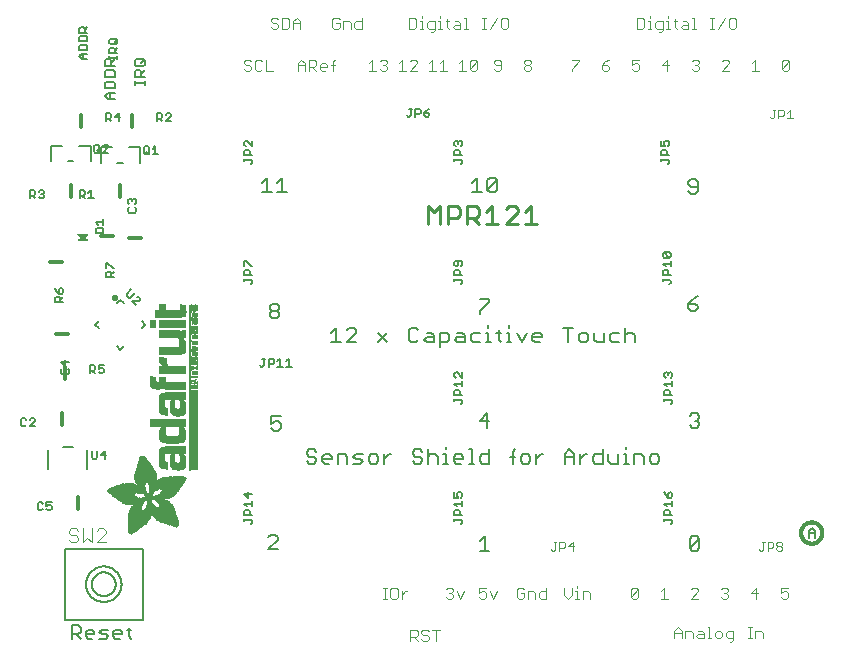
<source format=gbr>
G04 EAGLE Gerber RS-274X export*
G75*
%MOMM*%
%FSLAX34Y34*%
%LPD*%
%INSilkscreen Top*%
%IPPOS*%
%AMOC8*
5,1,8,0,0,1.08239X$1,22.5*%
G01*
%ADD10C,0.152400*%
%ADD11C,0.203200*%
%ADD12C,0.254000*%
%ADD13C,0.076200*%
%ADD14C,0.127000*%
%ADD15C,0.101600*%
%ADD16C,0.304800*%
%ADD17R,0.889000X0.190500*%
%ADD18R,0.016800X6.839700*%
%ADD19R,0.016800X0.268300*%
%ADD20R,0.016800X0.268200*%
%ADD21R,0.016800X0.251500*%
%ADD22R,0.016800X0.301800*%
%ADD23R,0.016800X0.251400*%
%ADD24R,0.016800X0.285000*%
%ADD25R,0.016800X0.301700*%
%ADD26R,0.016800X0.419100*%
%ADD27R,0.016800X0.318500*%
%ADD28R,0.016800X0.586700*%
%ADD29R,0.016800X0.586800*%
%ADD30R,0.016700X6.839700*%
%ADD31R,0.016700X0.268300*%
%ADD32R,0.016700X0.251400*%
%ADD33R,0.016700X0.251500*%
%ADD34R,0.016700X0.301800*%
%ADD35R,0.016700X0.285000*%
%ADD36R,0.016700X0.301700*%
%ADD37R,0.016700X0.419100*%
%ADD38R,0.016700X0.318500*%
%ADD39R,0.016700X0.586700*%
%ADD40R,0.016700X0.586800*%
%ADD41R,0.016800X0.318600*%
%ADD42R,0.016800X0.569900*%
%ADD43R,0.016800X0.335300*%
%ADD44R,0.016800X0.234700*%
%ADD45R,0.016700X0.234700*%
%ADD46R,0.016700X0.016700*%
%ADD47R,0.016700X0.318600*%
%ADD48R,0.016700X0.569900*%
%ADD49R,0.016700X0.335300*%
%ADD50R,0.016800X0.217900*%
%ADD51R,0.016800X0.033500*%
%ADD52R,0.016800X0.570000*%
%ADD53R,0.016700X0.201100*%
%ADD54R,0.016700X0.050300*%
%ADD55R,0.016700X0.670500*%
%ADD56R,0.016700X1.005800*%
%ADD57R,0.016700X0.570000*%
%ADD58R,0.016800X0.201100*%
%ADD59R,0.016800X0.067000*%
%ADD60R,0.016800X0.670500*%
%ADD61R,0.016800X1.005800*%
%ADD62R,0.016800X0.184400*%
%ADD63R,0.016800X0.989000*%
%ADD64R,0.016700X0.184400*%
%ADD65R,0.016700X0.067000*%
%ADD66R,0.016700X0.989000*%
%ADD67R,0.016800X0.167600*%
%ADD68R,0.016800X0.083800*%
%ADD69R,0.016800X0.637000*%
%ADD70R,0.016800X0.955500*%
%ADD71R,0.016800X0.150800*%
%ADD72R,0.016800X0.100600*%
%ADD73R,0.016800X0.536400*%
%ADD74R,0.016800X0.854900*%
%ADD75R,0.016700X0.150800*%
%ADD76R,0.016700X0.100600*%
%ADD77R,0.016700X0.352000*%
%ADD78R,0.016700X0.435900*%
%ADD79R,0.016700X0.402400*%
%ADD80R,0.016700X0.368800*%
%ADD81R,0.016800X0.134100*%
%ADD82R,0.016800X0.117300*%
%ADD83R,0.016800X0.435900*%
%ADD84R,0.016800X0.368900*%
%ADD85R,0.016800X0.603500*%
%ADD86R,0.016700X0.134100*%
%ADD87R,0.016700X0.117300*%
%ADD88R,0.016700X0.452600*%
%ADD89R,0.016700X0.620300*%
%ADD90R,0.016800X0.284900*%
%ADD91R,0.016800X0.486200*%
%ADD92R,0.016800X0.653800*%
%ADD93R,0.016800X0.804700*%
%ADD94R,0.016700X0.150900*%
%ADD95R,0.016700X0.268200*%
%ADD96R,0.016700X0.737600*%
%ADD97R,0.016700X0.603500*%
%ADD98R,0.016700X0.922000*%
%ADD99R,0.016800X0.150900*%
%ADD100R,0.016800X0.821400*%
%ADD101R,0.016800X0.972300*%
%ADD102R,0.016800X0.989100*%
%ADD103R,0.016700X0.083800*%
%ADD104R,0.016700X0.167600*%
%ADD105R,0.016700X0.821400*%
%ADD106R,0.016700X0.989100*%
%ADD107R,0.016700X0.201200*%
%ADD108R,0.016800X0.050300*%
%ADD109R,0.016800X0.201200*%
%ADD110R,0.016700X0.217900*%
%ADD111R,0.016700X0.284900*%
%ADD112R,0.016800X0.352100*%
%ADD113R,0.016800X0.620300*%
%ADD114R,0.016800X0.385600*%
%ADD115R,0.016800X0.335200*%
%ADD116R,0.016700X0.385600*%
%ADD117R,0.016700X0.687400*%
%ADD118R,0.016800X13.998000*%
%ADD119R,0.016700X13.998000*%
%ADD120R,0.016700X0.637000*%
%ADD121R,0.016700X0.486100*%
%ADD122R,0.016700X0.637100*%
%ADD123R,0.016700X0.519700*%
%ADD124R,0.016700X0.536500*%
%ADD125R,0.016800X0.787900*%
%ADD126R,0.016800X0.687400*%
%ADD127R,0.016800X0.771200*%
%ADD128R,0.016800X0.637100*%
%ADD129R,0.016800X0.720800*%
%ADD130R,0.016800X0.704100*%
%ADD131R,0.016800X0.754400*%
%ADD132R,0.016700X0.838200*%
%ADD133R,0.016700X0.871800*%
%ADD134R,0.016700X0.871700*%
%ADD135R,0.016800X0.402400*%
%ADD136R,0.016800X0.922100*%
%ADD137R,0.016800X0.938800*%
%ADD138R,0.016700X0.938800*%
%ADD139R,0.016700X1.022600*%
%ADD140R,0.016700X0.972400*%
%ADD141R,0.016700X0.972300*%
%ADD142R,0.016800X0.469400*%
%ADD143R,0.016800X1.072900*%
%ADD144R,0.016800X1.022600*%
%ADD145R,0.016800X1.005900*%
%ADD146R,0.016800X0.502900*%
%ADD147R,0.016800X1.123200*%
%ADD148R,0.016800X1.056200*%
%ADD149R,0.016800X1.123100*%
%ADD150R,0.016700X1.139900*%
%ADD151R,0.016700X1.089600*%
%ADD152R,0.016800X0.553200*%
%ADD153R,0.016800X1.190200*%
%ADD154R,0.016800X1.190300*%
%ADD155R,0.016800X1.039400*%
%ADD156R,0.016800X1.223700*%
%ADD157R,0.016800X1.173500*%
%ADD158R,0.016800X1.223800*%
%ADD159R,0.016700X1.240500*%
%ADD160R,0.016700X1.173500*%
%ADD161R,0.016700X1.240600*%
%ADD162R,0.016700X1.190300*%
%ADD163R,0.016700X1.056200*%
%ADD164R,0.016800X1.274100*%
%ADD165R,0.016800X1.274000*%
%ADD166R,0.016800X1.307600*%
%ADD167R,0.016800X1.257300*%
%ADD168R,0.016800X1.324400*%
%ADD169R,0.016700X0.687300*%
%ADD170R,0.016700X1.324400*%
%ADD171R,0.016700X1.307500*%
%ADD172R,0.016700X1.274100*%
%ADD173R,0.016700X1.072900*%
%ADD174R,0.016800X2.011600*%
%ADD175R,0.016800X1.324300*%
%ADD176R,0.016800X1.978100*%
%ADD177R,0.016700X2.011600*%
%ADD178R,0.016700X1.357900*%
%ADD179R,0.016700X1.994900*%
%ADD180R,0.016700X1.341200*%
%ADD181R,0.016700X1.089700*%
%ADD182R,0.016800X0.754300*%
%ADD183R,0.016800X1.994900*%
%ADD184R,0.016800X1.995000*%
%ADD185R,0.016800X1.089700*%
%ADD186R,0.016700X0.787900*%
%ADD187R,0.016700X1.995000*%
%ADD188R,0.016800X2.028400*%
%ADD189R,0.016800X2.011700*%
%ADD190R,0.016800X1.106500*%
%ADD191R,0.016700X2.028400*%
%ADD192R,0.016700X2.011700*%
%ADD193R,0.016700X1.106500*%
%ADD194R,0.016800X0.888400*%
%ADD195R,0.016800X0.922000*%
%ADD196R,0.016700X0.938700*%
%ADD197R,0.016800X2.045200*%
%ADD198R,0.016800X0.938700*%
%ADD199R,0.016700X0.670600*%
%ADD200R,0.016700X0.888500*%
%ADD201R,0.016700X2.045200*%
%ADD202R,0.016700X0.888400*%
%ADD203R,0.016800X0.804600*%
%ADD204R,0.016800X2.028500*%
%ADD205R,0.016700X1.056100*%
%ADD206R,0.016700X0.771100*%
%ADD207R,0.016700X0.754300*%
%ADD208R,0.016700X2.028500*%
%ADD209R,0.016700X0.737700*%
%ADD210R,0.016800X1.072800*%
%ADD211R,0.016800X0.871700*%
%ADD212R,0.016800X0.737600*%
%ADD213R,0.016800X0.871800*%
%ADD214R,0.016800X1.089600*%
%ADD215R,0.016800X0.704000*%
%ADD216R,0.016800X0.687300*%
%ADD217R,0.016800X0.670600*%
%ADD218R,0.016700X1.123100*%
%ADD219R,0.016700X0.720800*%
%ADD220R,0.016700X0.653700*%
%ADD221R,0.016700X0.653800*%
%ADD222R,0.016800X1.139900*%
%ADD223R,0.016800X1.173400*%
%ADD224R,0.016700X1.190200*%
%ADD225R,0.016800X1.207000*%
%ADD226R,0.016800X1.240500*%
%ADD227R,0.016700X0.469400*%
%ADD228R,0.016700X1.274000*%
%ADD229R,0.016800X0.519600*%
%ADD230R,0.016800X1.341100*%
%ADD231R,0.016700X0.771200*%
%ADD232R,0.016700X1.374600*%
%ADD233R,0.016800X0.838200*%
%ADD234R,0.016800X1.391400*%
%ADD235R,0.016800X1.424900*%
%ADD236R,0.016700X1.441700*%
%ADD237R,0.016800X1.475200*%
%ADD238R,0.016700X1.491900*%
%ADD239R,0.016800X1.525500*%
%ADD240R,0.016700X1.559000*%
%ADD241R,0.016800X1.575800*%
%ADD242R,0.016700X1.307600*%
%ADD243R,0.016700X1.592500*%
%ADD244R,0.016800X1.374700*%
%ADD245R,0.016800X1.609300*%
%ADD246R,0.016800X1.408200*%
%ADD247R,0.016800X1.626100*%
%ADD248R,0.016700X1.626100*%
%ADD249R,0.016800X1.508800*%
%ADD250R,0.016800X1.659600*%
%ADD251R,0.016800X1.559000*%
%ADD252R,0.016800X1.676400*%
%ADD253R,0.016700X1.575800*%
%ADD254R,0.016700X1.676400*%
%ADD255R,0.016700X1.978100*%
%ADD256R,0.016800X1.693100*%
%ADD257R,0.016800X1.642800*%
%ADD258R,0.016800X1.709900*%
%ADD259R,0.016800X1.961300*%
%ADD260R,0.016700X1.726600*%
%ADD261R,0.016700X1.961300*%
%ADD262R,0.016800X1.693200*%
%ADD263R,0.016800X1.726600*%
%ADD264R,0.016800X1.944600*%
%ADD265R,0.016700X1.726700*%
%ADD266R,0.016700X1.743400*%
%ADD267R,0.016700X1.944600*%
%ADD268R,0.016800X1.726700*%
%ADD269R,0.016800X1.760200*%
%ADD270R,0.016800X1.927800*%
%ADD271R,0.016800X1.911000*%
%ADD272R,0.016700X1.793700*%
%ADD273R,0.016700X1.776900*%
%ADD274R,0.016700X1.911100*%
%ADD275R,0.016700X1.894300*%
%ADD276R,0.016800X1.793800*%
%ADD277R,0.016800X1.776900*%
%ADD278R,0.016800X1.911100*%
%ADD279R,0.016800X1.894300*%
%ADD280R,0.016800X1.827300*%
%ADD281R,0.016800X1.810500*%
%ADD282R,0.016800X1.877500*%
%ADD283R,0.016700X1.844100*%
%ADD284R,0.016700X1.810500*%
%ADD285R,0.016700X1.860800*%
%ADD286R,0.016700X1.844000*%
%ADD287R,0.016800X1.860900*%
%ADD288R,0.016800X1.844000*%
%ADD289R,0.016800X1.827200*%
%ADD290R,0.016800X1.860800*%
%ADD291R,0.016800X1.793700*%
%ADD292R,0.016700X1.877600*%
%ADD293R,0.016700X1.827200*%
%ADD294R,0.016700X1.927800*%
%ADD295R,0.016800X1.927900*%
%ADD296R,0.016700X1.944700*%
%ADD297R,0.016700X1.877500*%
%ADD298R,0.016800X1.961400*%
%ADD299R,0.016700X1.961400*%
%ADD300R,0.016800X1.978200*%
%ADD301R,0.016700X1.911000*%
%ADD302R,0.016800X0.620200*%
%ADD303R,0.016800X1.425000*%
%ADD304R,0.016700X0.620200*%
%ADD305R,0.016700X1.425000*%
%ADD306R,0.016800X0.653700*%
%ADD307R,0.016700X0.704100*%
%ADD308R,0.016700X0.804700*%
%ADD309R,0.016800X0.905200*%
%ADD310R,0.016800X1.894400*%
%ADD311R,0.016700X1.927900*%
%ADD312R,0.016800X1.877600*%
%ADD313R,0.016800X3.889300*%
%ADD314R,0.016700X3.872500*%
%ADD315R,0.016800X3.872500*%
%ADD316R,0.016700X3.855700*%
%ADD317R,0.016700X0.754400*%
%ADD318R,0.016800X3.855700*%
%ADD319R,0.016800X3.839000*%
%ADD320R,0.016800X0.720900*%
%ADD321R,0.016700X3.822200*%
%ADD322R,0.016800X2.715700*%
%ADD323R,0.016800X2.632000*%
%ADD324R,0.016800X1.290800*%
%ADD325R,0.016700X2.615200*%
%ADD326R,0.016700X1.257300*%
%ADD327R,0.016800X2.581700*%
%ADD328R,0.016800X1.240600*%
%ADD329R,0.016800X2.564900*%
%ADD330R,0.016800X1.760300*%
%ADD331R,0.016700X2.531400*%
%ADD332R,0.016700X1.156700*%
%ADD333R,0.016800X2.514600*%
%ADD334R,0.016800X0.955600*%
%ADD335R,0.016800X2.497800*%
%ADD336R,0.016800X1.659700*%
%ADD337R,0.016700X2.464300*%
%ADD338R,0.016700X1.039300*%
%ADD339R,0.016800X2.447500*%
%ADD340R,0.016800X1.592500*%
%ADD341R,0.016800X0.536500*%
%ADD342R,0.016700X2.430800*%
%ADD343R,0.016700X1.559100*%
%ADD344R,0.016700X1.542300*%
%ADD345R,0.016700X0.502900*%
%ADD346R,0.016800X2.414000*%
%ADD347R,0.016800X0.905300*%
%ADD348R,0.016800X1.508700*%
%ADD349R,0.016800X0.888500*%
%ADD350R,0.016800X2.397300*%
%ADD351R,0.016800X1.441700*%
%ADD352R,0.016800X0.452700*%
%ADD353R,0.016700X1.290900*%
%ADD354R,0.016800X1.156700*%
%ADD355R,0.016800X0.855000*%
%ADD356R,0.016700X1.123200*%
%ADD357R,0.016700X0.720900*%
%ADD358R,0.016800X1.106400*%
%ADD359R,0.016700X1.106400*%
%ADD360R,0.016800X0.771100*%
%ADD361R,0.016700X0.435800*%
%ADD362R,0.016700X1.592600*%
%ADD363R,0.016800X0.435800*%
%ADD364R,0.016800X1.642900*%
%ADD365R,0.016800X0.402300*%
%ADD366R,0.016700X1.793800*%
%ADD367R,0.016800X0.368800*%
%ADD368R,0.016800X1.056100*%
%ADD369R,0.016700X1.039400*%
%ADD370R,0.016800X2.078800*%
%ADD371R,0.016700X0.335200*%
%ADD372R,0.016700X2.145800*%
%ADD373R,0.016800X2.162600*%
%ADD374R,0.016800X0.352000*%
%ADD375R,0.016800X2.212800*%
%ADD376R,0.016700X2.279900*%
%ADD377R,0.016800X2.330200*%
%ADD378R,0.016800X2.799500*%
%ADD379R,0.016700X2.816300*%
%ADD380R,0.016700X0.955500*%
%ADD381R,0.016800X2.849900*%
%ADD382R,0.016800X2.916900*%
%ADD383R,0.016700X4.224500*%
%ADD384R,0.016800X4.291600*%
%ADD385R,0.016800X4.409000*%
%ADD386R,0.016700X4.509500*%
%ADD387R,0.016800X4.526300*%
%ADD388R,0.016700X4.626800*%
%ADD389R,0.016800X4.693900*%
%ADD390R,0.016800X4.727400*%
%ADD391R,0.016700X2.548200*%
%ADD392R,0.016700X2.179300*%
%ADD393R,0.016800X2.430800*%
%ADD394R,0.016700X2.414000*%
%ADD395R,0.016800X2.414100*%
%ADD396R,0.016700X2.430700*%
%ADD397R,0.016700X2.447600*%
%ADD398R,0.016800X1.559100*%
%ADD399R,0.016700X1.525500*%
%ADD400R,0.016800X1.492000*%
%ADD401R,0.016800X1.491900*%
%ADD402R,0.016700X1.458500*%
%ADD403R,0.016800X2.061900*%
%ADD404R,0.016700X1.408100*%
%ADD405R,0.016700X0.905200*%
%ADD406R,0.016700X2.112300*%
%ADD407R,0.016800X2.179300*%
%ADD408R,0.016700X1.408200*%
%ADD409R,0.016700X2.212900*%
%ADD410R,0.016800X1.140000*%
%ADD411R,0.016800X3.319300*%
%ADD412R,0.016700X1.374700*%
%ADD413R,0.016700X0.402300*%
%ADD414R,0.016700X3.302500*%
%ADD415R,0.016800X3.285700*%
%ADD416R,0.016800X1.357900*%
%ADD417R,0.016800X3.269000*%
%ADD418R,0.016700X3.285800*%
%ADD419R,0.016800X3.268900*%
%ADD420R,0.016700X0.452700*%
%ADD421R,0.016700X3.268900*%
%ADD422R,0.016700X1.391400*%
%ADD423R,0.016700X3.269000*%
%ADD424R,0.016800X1.374600*%
%ADD425R,0.016800X0.519700*%
%ADD426R,0.016800X3.252200*%
%ADD427R,0.016800X3.235400*%
%ADD428R,0.016700X3.235400*%
%ADD429R,0.016800X3.218600*%
%ADD430R,0.016800X3.201900*%
%ADD431R,0.016700X3.201900*%
%ADD432R,0.016800X1.458500*%
%ADD433R,0.016800X1.525600*%
%ADD434R,0.016800X3.185100*%
%ADD435R,0.016700X2.531300*%
%ADD436R,0.016700X3.168400*%
%ADD437R,0.016800X2.531300*%
%ADD438R,0.016800X3.151600*%
%ADD439R,0.016800X2.548100*%
%ADD440R,0.016800X3.134900*%
%ADD441R,0.016700X2.564900*%
%ADD442R,0.016700X3.118100*%
%ADD443R,0.016800X2.581600*%
%ADD444R,0.016800X3.101400*%
%ADD445R,0.016700X2.598400*%
%ADD446R,0.016700X3.067900*%
%ADD447R,0.016800X2.598400*%
%ADD448R,0.016800X3.034300*%
%ADD449R,0.016800X2.615100*%
%ADD450R,0.016800X3.000800*%
%ADD451R,0.016700X2.631900*%
%ADD452R,0.016700X2.950500*%
%ADD453R,0.016800X2.648700*%
%ADD454R,0.016800X2.900200*%
%ADD455R,0.016800X2.665500*%
%ADD456R,0.016700X2.682200*%
%ADD457R,0.016700X2.799600*%
%ADD458R,0.016800X2.699000*%
%ADD459R,0.016800X2.732500*%
%ADD460R,0.016700X2.749300*%
%ADD461R,0.016700X2.632000*%
%ADD462R,0.016800X2.749300*%
%ADD463R,0.016700X2.766100*%
%ADD464R,0.016800X2.766100*%
%ADD465R,0.016800X2.481100*%
%ADD466R,0.016800X2.782900*%
%ADD467R,0.016700X2.380500*%
%ADD468R,0.016800X2.833100*%
%ADD469R,0.016800X1.592600*%
%ADD470R,0.016700X2.849900*%
%ADD471R,0.016800X2.883400*%
%ADD472R,0.016700X2.917000*%
%ADD473R,0.016800X2.933700*%
%ADD474R,0.016800X2.967200*%
%ADD475R,0.016700X2.967200*%
%ADD476R,0.016700X3.017500*%
%ADD477R,0.016800X3.051000*%
%ADD478R,0.016800X0.788000*%
%ADD479R,0.016800X3.084600*%
%ADD480R,0.016700X2.397300*%
%ADD481R,0.016800X2.397200*%
%ADD482R,0.016700X1.760200*%
%ADD483R,0.016700X2.397200*%
%ADD484R,0.016700X1.827300*%
%ADD485R,0.016800X2.380500*%
%ADD486R,0.016800X2.363700*%
%ADD487R,0.016700X2.363700*%
%ADD488R,0.016800X2.346900*%
%ADD489R,0.016700X2.296600*%
%ADD490R,0.016800X2.279900*%
%ADD491R,0.016800X2.246300*%
%ADD492R,0.016700X2.229600*%
%ADD493R,0.016800X2.129100*%
%ADD494R,0.016800X2.112300*%
%ADD495R,0.016700X1.609300*%
%ADD496R,0.016800X1.743400*%
%ADD497R,0.016700X1.693100*%
%ADD498R,0.016700X1.659700*%
%ADD499R,0.016800X1.575900*%
%ADD500R,0.016700X1.575900*%
%ADD501R,0.016700X1.475200*%
%ADD502R,0.016700X1.324300*%
%ADD503R,0.016700X1.290800*%
%ADD504R,0.016700X1.207000*%
%ADD505R,0.016700X0.854900*%
%ADD506R,0.016700X0.821500*%
%ADD507R,0.016800X0.821500*%
%ADD508R,0.016800X0.218000*%

G36*
X40679Y340870D02*
X40679Y340870D01*
X40684Y340870D01*
X40800Y340896D01*
X40916Y340921D01*
X40920Y340923D01*
X40924Y340924D01*
X41026Y340985D01*
X41128Y341046D01*
X41131Y341049D01*
X41134Y341051D01*
X41249Y341173D01*
X45059Y346253D01*
X45067Y346269D01*
X45080Y346282D01*
X45124Y346378D01*
X45173Y346471D01*
X45176Y346489D01*
X45183Y346505D01*
X45195Y346610D01*
X45211Y346714D01*
X45208Y346732D01*
X45210Y346749D01*
X45188Y346852D01*
X45170Y346957D01*
X45162Y346972D01*
X45158Y346990D01*
X45104Y347080D01*
X45054Y347174D01*
X45041Y347186D01*
X45032Y347201D01*
X44952Y347270D01*
X44875Y347342D01*
X44858Y347349D01*
X44845Y347361D01*
X44747Y347400D01*
X44651Y347444D01*
X44633Y347446D01*
X44617Y347453D01*
X44450Y347471D01*
X36830Y347471D01*
X36812Y347468D01*
X36795Y347470D01*
X36691Y347449D01*
X36587Y347432D01*
X36572Y347423D01*
X36554Y347420D01*
X36463Y347366D01*
X36370Y347316D01*
X36358Y347304D01*
X36342Y347295D01*
X36273Y347215D01*
X36201Y347138D01*
X36193Y347122D01*
X36181Y347108D01*
X36141Y347011D01*
X36097Y346915D01*
X36095Y346897D01*
X36088Y346881D01*
X36081Y346775D01*
X36070Y346671D01*
X36074Y346653D01*
X36072Y346635D01*
X36100Y346533D01*
X36122Y346430D01*
X36131Y346415D01*
X36136Y346398D01*
X36221Y346253D01*
X40031Y341173D01*
X40034Y341170D01*
X40036Y341167D01*
X40123Y341085D01*
X40208Y341003D01*
X40212Y341001D01*
X40215Y340998D01*
X40324Y340948D01*
X40431Y340898D01*
X40435Y340898D01*
X40439Y340896D01*
X40557Y340883D01*
X40675Y340870D01*
X40679Y340870D01*
G37*
D10*
X31280Y4572D02*
X31280Y15758D01*
X36873Y15758D01*
X38737Y13893D01*
X38737Y10165D01*
X36873Y8301D01*
X31280Y8301D01*
X35009Y8301D02*
X38737Y4572D01*
X44838Y4572D02*
X48567Y4572D01*
X44838Y4572D02*
X42974Y6436D01*
X42974Y10165D01*
X44838Y12029D01*
X48567Y12029D01*
X50431Y10165D01*
X50431Y8301D01*
X42974Y8301D01*
X54668Y4572D02*
X60261Y4572D01*
X62125Y6436D01*
X60261Y8301D01*
X56532Y8301D01*
X54668Y10165D01*
X56532Y12029D01*
X62125Y12029D01*
X68226Y4572D02*
X71955Y4572D01*
X68226Y4572D02*
X66362Y6436D01*
X66362Y10165D01*
X68226Y12029D01*
X71955Y12029D01*
X73819Y10165D01*
X73819Y8301D01*
X66362Y8301D01*
X79920Y6436D02*
X79920Y13893D01*
X79920Y6436D02*
X81784Y4572D01*
X81784Y12029D02*
X78056Y12029D01*
X67818Y461181D02*
X62056Y461181D01*
X59175Y464062D01*
X62056Y466943D01*
X67818Y466943D01*
X63496Y466943D02*
X63496Y461181D01*
X59175Y470536D02*
X67818Y470536D01*
X67818Y474858D01*
X66377Y476299D01*
X60615Y476299D01*
X59175Y474858D01*
X59175Y470536D01*
X59175Y479892D02*
X67818Y479892D01*
X67818Y484213D01*
X66377Y485654D01*
X60615Y485654D01*
X59175Y484213D01*
X59175Y479892D01*
X59175Y489247D02*
X67818Y489247D01*
X59175Y489247D02*
X59175Y493568D01*
X60615Y495009D01*
X63496Y495009D01*
X64937Y493568D01*
X64937Y489247D01*
X64937Y492128D02*
X67818Y495009D01*
X93218Y476536D02*
X93218Y473655D01*
X93218Y475095D02*
X84575Y475095D01*
X84575Y473655D02*
X84575Y476536D01*
X84575Y479892D02*
X93218Y479892D01*
X84575Y479892D02*
X84575Y484213D01*
X86015Y485654D01*
X88896Y485654D01*
X90337Y484213D01*
X90337Y479892D01*
X90337Y482773D02*
X93218Y485654D01*
X91777Y489247D02*
X86015Y489247D01*
X84575Y490687D01*
X84575Y493568D01*
X86015Y495009D01*
X91777Y495009D01*
X93218Y493568D01*
X93218Y490687D01*
X91777Y489247D01*
X90337Y492128D02*
X93218Y495009D01*
D11*
X196456Y394726D02*
X192389Y390659D01*
X196456Y394726D02*
X196456Y382524D01*
X192389Y382524D02*
X200524Y382524D01*
X205486Y390659D02*
X209553Y394726D01*
X209553Y382524D01*
X205486Y382524D02*
X213621Y382524D01*
X370189Y390659D02*
X374256Y394726D01*
X374256Y382524D01*
X370189Y382524D02*
X378324Y382524D01*
X383286Y384558D02*
X383286Y392693D01*
X385320Y394726D01*
X389387Y394726D01*
X391421Y392693D01*
X391421Y384558D01*
X389387Y382524D01*
X385320Y382524D01*
X383286Y384558D01*
X391421Y392693D01*
X553267Y383288D02*
X555301Y381254D01*
X559369Y381254D01*
X561402Y383288D01*
X561402Y391423D01*
X559369Y393456D01*
X555301Y393456D01*
X553267Y391423D01*
X553267Y389389D01*
X555301Y387355D01*
X561402Y387355D01*
X200971Y288046D02*
X198937Y286013D01*
X200971Y288046D02*
X205039Y288046D01*
X207072Y286013D01*
X207072Y283979D01*
X205039Y281945D01*
X207072Y279911D01*
X207072Y277878D01*
X205039Y275844D01*
X200971Y275844D01*
X198937Y277878D01*
X198937Y279911D01*
X200971Y281945D01*
X198937Y283979D01*
X198937Y286013D01*
X200971Y281945D02*
X205039Y281945D01*
X376737Y291856D02*
X384872Y291856D01*
X384872Y289823D01*
X376737Y281688D01*
X376737Y279654D01*
X557335Y292363D02*
X561402Y294396D01*
X557335Y292363D02*
X553267Y288295D01*
X553267Y284228D01*
X555301Y282194D01*
X559369Y282194D01*
X561402Y284228D01*
X561402Y286261D01*
X559369Y288295D01*
X553267Y288295D01*
X208342Y192796D02*
X200207Y192796D01*
X200207Y186695D01*
X204275Y188729D01*
X206309Y188729D01*
X208342Y186695D01*
X208342Y182628D01*
X206309Y180594D01*
X202241Y180594D01*
X200207Y182628D01*
X382839Y183134D02*
X382839Y195336D01*
X376737Y189235D01*
X384872Y189235D01*
X554537Y193303D02*
X556571Y195336D01*
X560639Y195336D01*
X562672Y193303D01*
X562672Y191269D01*
X560639Y189235D01*
X558605Y189235D01*
X560639Y189235D02*
X562672Y187201D01*
X562672Y185168D01*
X560639Y183134D01*
X556571Y183134D01*
X554537Y185168D01*
X205802Y80264D02*
X197667Y80264D01*
X205802Y88399D01*
X205802Y90433D01*
X203769Y92466D01*
X199701Y92466D01*
X197667Y90433D01*
X376737Y87129D02*
X380805Y91196D01*
X380805Y78994D01*
X384872Y78994D02*
X376737Y78994D01*
X554537Y81028D02*
X554537Y89163D01*
X556571Y91196D01*
X560639Y91196D01*
X562672Y89163D01*
X562672Y81028D01*
X560639Y78994D01*
X556571Y78994D01*
X554537Y81028D01*
X562672Y89163D01*
D12*
X333155Y355600D02*
X333155Y370853D01*
X338240Y365769D01*
X343324Y370853D01*
X343324Y355600D01*
X349527Y355600D02*
X349527Y370853D01*
X357153Y370853D01*
X359696Y368311D01*
X359696Y363227D01*
X357153Y360684D01*
X349527Y360684D01*
X365898Y355600D02*
X365898Y370853D01*
X373525Y370853D01*
X376067Y368311D01*
X376067Y363227D01*
X373525Y360684D01*
X365898Y360684D01*
X370983Y360684D02*
X376067Y355600D01*
X382270Y365769D02*
X387354Y370853D01*
X387354Y355600D01*
X382270Y355600D02*
X392439Y355600D01*
X398642Y355600D02*
X408810Y355600D01*
X398642Y355600D02*
X408810Y365769D01*
X408810Y368311D01*
X406268Y370853D01*
X401184Y370853D01*
X398642Y368311D01*
X415013Y365769D02*
X420097Y370853D01*
X420097Y355600D01*
X415013Y355600D02*
X425182Y355600D01*
D11*
X255111Y267726D02*
X251043Y263659D01*
X255111Y267726D02*
X255111Y255524D01*
X259178Y255524D02*
X251043Y255524D01*
X264141Y255524D02*
X272275Y255524D01*
X264141Y255524D02*
X272275Y263659D01*
X272275Y265693D01*
X270242Y267726D01*
X266174Y267726D01*
X264141Y265693D01*
X290335Y263659D02*
X298470Y255524D01*
X290335Y255524D02*
X298470Y263659D01*
X322631Y267726D02*
X324664Y265693D01*
X322631Y267726D02*
X318563Y267726D01*
X316530Y265693D01*
X316530Y257558D01*
X318563Y255524D01*
X322631Y255524D01*
X324664Y257558D01*
X331660Y263659D02*
X335728Y263659D01*
X337762Y261625D01*
X337762Y255524D01*
X331660Y255524D01*
X329627Y257558D01*
X331660Y259591D01*
X337762Y259591D01*
X342724Y263659D02*
X342724Y251457D01*
X342724Y263659D02*
X348825Y263659D01*
X350859Y261625D01*
X350859Y257558D01*
X348825Y255524D01*
X342724Y255524D01*
X357855Y263659D02*
X361922Y263659D01*
X363956Y261625D01*
X363956Y255524D01*
X357855Y255524D01*
X355821Y257558D01*
X357855Y259591D01*
X363956Y259591D01*
X370952Y263659D02*
X377053Y263659D01*
X370952Y263659D02*
X368919Y261625D01*
X368919Y257558D01*
X370952Y255524D01*
X377053Y255524D01*
X382016Y263659D02*
X384049Y263659D01*
X384049Y255524D01*
X382016Y255524D02*
X386083Y255524D01*
X384049Y267726D02*
X384049Y269760D01*
X392781Y265693D02*
X392781Y257558D01*
X394815Y255524D01*
X394815Y263659D02*
X390747Y263659D01*
X399479Y263659D02*
X401512Y263659D01*
X401512Y255524D01*
X399479Y255524D02*
X403546Y255524D01*
X401512Y267726D02*
X401512Y269760D01*
X408210Y263659D02*
X412278Y255524D01*
X416345Y263659D01*
X423341Y255524D02*
X427409Y255524D01*
X423341Y255524D02*
X421308Y257558D01*
X421308Y261625D01*
X423341Y263659D01*
X427409Y263659D01*
X429442Y261625D01*
X429442Y259591D01*
X421308Y259591D01*
X451569Y255524D02*
X451569Y267726D01*
X447502Y267726D02*
X455637Y267726D01*
X462633Y255524D02*
X466700Y255524D01*
X468734Y257558D01*
X468734Y261625D01*
X466700Y263659D01*
X462633Y263659D01*
X460599Y261625D01*
X460599Y257558D01*
X462633Y255524D01*
X473697Y257558D02*
X473697Y263659D01*
X473697Y257558D02*
X475730Y255524D01*
X481831Y255524D01*
X481831Y263659D01*
X488827Y263659D02*
X494929Y263659D01*
X488827Y263659D02*
X486794Y261625D01*
X486794Y257558D01*
X488827Y255524D01*
X494929Y255524D01*
X499891Y255524D02*
X499891Y267726D01*
X501925Y263659D02*
X499891Y261625D01*
X501925Y263659D02*
X505992Y263659D01*
X508026Y261625D01*
X508026Y255524D01*
X238441Y162823D02*
X236407Y164856D01*
X232340Y164856D01*
X230306Y162823D01*
X230306Y160789D01*
X232340Y158755D01*
X236407Y158755D01*
X238441Y156721D01*
X238441Y154688D01*
X236407Y152654D01*
X232340Y152654D01*
X230306Y154688D01*
X245437Y152654D02*
X249504Y152654D01*
X245437Y152654D02*
X243403Y154688D01*
X243403Y158755D01*
X245437Y160789D01*
X249504Y160789D01*
X251538Y158755D01*
X251538Y156721D01*
X243403Y156721D01*
X256500Y152654D02*
X256500Y160789D01*
X262602Y160789D01*
X264635Y158755D01*
X264635Y152654D01*
X269598Y152654D02*
X275699Y152654D01*
X277733Y154688D01*
X275699Y156721D01*
X271631Y156721D01*
X269598Y158755D01*
X271631Y160789D01*
X277733Y160789D01*
X284729Y152654D02*
X288796Y152654D01*
X290830Y154688D01*
X290830Y158755D01*
X288796Y160789D01*
X284729Y160789D01*
X282695Y158755D01*
X282695Y154688D01*
X284729Y152654D01*
X295792Y152654D02*
X295792Y160789D01*
X295792Y156721D02*
X299860Y160789D01*
X301893Y160789D01*
X325905Y164856D02*
X327939Y162823D01*
X325905Y164856D02*
X321838Y164856D01*
X319804Y162823D01*
X319804Y160789D01*
X321838Y158755D01*
X325905Y158755D01*
X327939Y156721D01*
X327939Y154688D01*
X325905Y152654D01*
X321838Y152654D01*
X319804Y154688D01*
X332901Y152654D02*
X332901Y164856D01*
X334935Y160789D02*
X332901Y158755D01*
X334935Y160789D02*
X339002Y160789D01*
X341036Y158755D01*
X341036Y152654D01*
X345998Y160789D02*
X348032Y160789D01*
X348032Y152654D01*
X345998Y152654D02*
X350066Y152654D01*
X348032Y164856D02*
X348032Y166890D01*
X356764Y152654D02*
X360831Y152654D01*
X356764Y152654D02*
X354730Y154688D01*
X354730Y158755D01*
X356764Y160789D01*
X360831Y160789D01*
X362865Y158755D01*
X362865Y156721D01*
X354730Y156721D01*
X367827Y164856D02*
X369861Y164856D01*
X369861Y152654D01*
X367827Y152654D02*
X371895Y152654D01*
X384693Y152654D02*
X384693Y164856D01*
X384693Y152654D02*
X378592Y152654D01*
X376559Y154688D01*
X376559Y158755D01*
X378592Y160789D01*
X384693Y160789D01*
X404787Y162823D02*
X404787Y152654D01*
X404787Y162823D02*
X406821Y164856D01*
X406821Y158755D02*
X402753Y158755D01*
X413518Y152654D02*
X417586Y152654D01*
X419619Y154688D01*
X419619Y158755D01*
X417586Y160789D01*
X413518Y160789D01*
X411485Y158755D01*
X411485Y154688D01*
X413518Y152654D01*
X424582Y152654D02*
X424582Y160789D01*
X428649Y160789D02*
X424582Y156721D01*
X428649Y160789D02*
X430683Y160789D01*
X448593Y160789D02*
X448593Y152654D01*
X448593Y160789D02*
X452661Y164856D01*
X456728Y160789D01*
X456728Y152654D01*
X456728Y158755D02*
X448593Y158755D01*
X461691Y160789D02*
X461691Y152654D01*
X461691Y156721D02*
X465758Y160789D01*
X467792Y160789D01*
X480740Y164856D02*
X480740Y152654D01*
X474639Y152654D01*
X472605Y154688D01*
X472605Y158755D01*
X474639Y160789D01*
X480740Y160789D01*
X485702Y160789D02*
X485702Y154688D01*
X487736Y152654D01*
X493837Y152654D01*
X493837Y160789D01*
X498800Y160789D02*
X500833Y160789D01*
X500833Y152654D01*
X498800Y152654D02*
X502867Y152654D01*
X500833Y164856D02*
X500833Y166890D01*
X507531Y160789D02*
X507531Y152654D01*
X507531Y160789D02*
X513632Y160789D01*
X515666Y158755D01*
X515666Y152654D01*
X522662Y152654D02*
X526729Y152654D01*
X528763Y154688D01*
X528763Y158755D01*
X526729Y160789D01*
X522662Y160789D01*
X520628Y158755D01*
X520628Y154688D01*
X522662Y152654D01*
D13*
X317780Y12327D02*
X317780Y2921D01*
X317780Y12327D02*
X322483Y12327D01*
X324051Y10759D01*
X324051Y7624D01*
X322483Y6056D01*
X317780Y6056D01*
X320915Y6056D02*
X324051Y2921D01*
X333406Y10759D02*
X331838Y12327D01*
X328703Y12327D01*
X327135Y10759D01*
X327135Y9192D01*
X328703Y7624D01*
X331838Y7624D01*
X333406Y6056D01*
X333406Y4489D01*
X331838Y2921D01*
X328703Y2921D01*
X327135Y4489D01*
X339626Y2921D02*
X339626Y12327D01*
X342761Y12327D02*
X336490Y12327D01*
X347904Y46319D02*
X349472Y47887D01*
X352607Y47887D01*
X354175Y46319D01*
X354175Y44752D01*
X352607Y43184D01*
X351039Y43184D01*
X352607Y43184D02*
X354175Y41616D01*
X354175Y40049D01*
X352607Y38481D01*
X349472Y38481D01*
X347904Y40049D01*
X357259Y44752D02*
X360395Y38481D01*
X363530Y44752D01*
X375844Y47887D02*
X382115Y47887D01*
X375844Y47887D02*
X375844Y43184D01*
X378979Y44752D01*
X380547Y44752D01*
X382115Y43184D01*
X382115Y40049D01*
X380547Y38481D01*
X377412Y38481D01*
X375844Y40049D01*
X385199Y44752D02*
X388335Y38481D01*
X391470Y44752D01*
X412855Y47887D02*
X414423Y46319D01*
X412855Y47887D02*
X409720Y47887D01*
X408152Y46319D01*
X408152Y40049D01*
X409720Y38481D01*
X412855Y38481D01*
X414423Y40049D01*
X414423Y43184D01*
X411287Y43184D01*
X417507Y44752D02*
X417507Y38481D01*
X417507Y44752D02*
X422210Y44752D01*
X423778Y43184D01*
X423778Y38481D01*
X433133Y38481D02*
X433133Y47887D01*
X433133Y38481D02*
X428430Y38481D01*
X426862Y40049D01*
X426862Y43184D01*
X428430Y44752D01*
X433133Y44752D01*
X448234Y47887D02*
X448234Y41616D01*
X451369Y38481D01*
X454505Y41616D01*
X454505Y47887D01*
X457589Y44752D02*
X459157Y44752D01*
X459157Y38481D01*
X457589Y38481D02*
X460725Y38481D01*
X459157Y47887D02*
X459157Y49455D01*
X463826Y44752D02*
X463826Y38481D01*
X463826Y44752D02*
X468529Y44752D01*
X470097Y43184D01*
X470097Y38481D01*
X541502Y11275D02*
X541502Y5004D01*
X541502Y11275D02*
X544637Y14410D01*
X547773Y11275D01*
X547773Y5004D01*
X547773Y9707D02*
X541502Y9707D01*
X550857Y11275D02*
X550857Y5004D01*
X550857Y11275D02*
X555560Y11275D01*
X557128Y9707D01*
X557128Y5004D01*
X561780Y11275D02*
X564915Y11275D01*
X566483Y9707D01*
X566483Y5004D01*
X561780Y5004D01*
X560212Y6572D01*
X561780Y8139D01*
X566483Y8139D01*
X569568Y14410D02*
X571135Y14410D01*
X571135Y5004D01*
X569568Y5004D02*
X572703Y5004D01*
X577372Y5004D02*
X580507Y5004D01*
X582075Y6572D01*
X582075Y9707D01*
X580507Y11275D01*
X577372Y11275D01*
X575804Y9707D01*
X575804Y6572D01*
X577372Y5004D01*
X588295Y1869D02*
X589863Y1869D01*
X591430Y3436D01*
X591430Y11275D01*
X586727Y11275D01*
X585160Y9707D01*
X585160Y6572D01*
X586727Y5004D01*
X591430Y5004D01*
X603870Y5004D02*
X607005Y5004D01*
X605438Y5004D02*
X605438Y14410D01*
X607005Y14410D02*
X603870Y14410D01*
X610107Y11275D02*
X610107Y5004D01*
X610107Y11275D02*
X614810Y11275D01*
X616377Y9707D01*
X616377Y5004D01*
X504571Y40049D02*
X504571Y46319D01*
X506139Y47887D01*
X509274Y47887D01*
X510842Y46319D01*
X510842Y40049D01*
X509274Y38481D01*
X506139Y38481D01*
X504571Y40049D01*
X510842Y46319D01*
X529971Y44752D02*
X533106Y47887D01*
X533106Y38481D01*
X529971Y38481D02*
X536242Y38481D01*
X555371Y38481D02*
X561642Y38481D01*
X555371Y38481D02*
X561642Y44752D01*
X561642Y46319D01*
X560074Y47887D01*
X556939Y47887D01*
X555371Y46319D01*
X580771Y46319D02*
X582339Y47887D01*
X585474Y47887D01*
X587042Y46319D01*
X587042Y44752D01*
X585474Y43184D01*
X583906Y43184D01*
X585474Y43184D02*
X587042Y41616D01*
X587042Y40049D01*
X585474Y38481D01*
X582339Y38481D01*
X580771Y40049D01*
X610874Y38481D02*
X610874Y47887D01*
X606171Y43184D01*
X612442Y43184D01*
X631571Y47887D02*
X637842Y47887D01*
X631571Y47887D02*
X631571Y43184D01*
X634706Y44752D01*
X636274Y44752D01*
X637842Y43184D01*
X637842Y40049D01*
X636274Y38481D01*
X633139Y38481D01*
X631571Y40049D01*
X222631Y485521D02*
X222631Y491792D01*
X225766Y494927D01*
X228902Y491792D01*
X228902Y485521D01*
X228902Y490224D02*
X222631Y490224D01*
X231986Y485521D02*
X231986Y494927D01*
X236689Y494927D01*
X238257Y493359D01*
X238257Y490224D01*
X236689Y488656D01*
X231986Y488656D01*
X235122Y488656D02*
X238257Y485521D01*
X242909Y485521D02*
X246044Y485521D01*
X242909Y485521D02*
X241341Y487089D01*
X241341Y490224D01*
X242909Y491792D01*
X246044Y491792D01*
X247612Y490224D01*
X247612Y488656D01*
X241341Y488656D01*
X252264Y485521D02*
X252264Y493359D01*
X253832Y494927D01*
X253832Y490224D02*
X250697Y490224D01*
X258112Y528919D02*
X256544Y530487D01*
X253409Y530487D01*
X251841Y528919D01*
X251841Y522649D01*
X253409Y521081D01*
X256544Y521081D01*
X258112Y522649D01*
X258112Y525784D01*
X254976Y525784D01*
X261196Y527352D02*
X261196Y521081D01*
X261196Y527352D02*
X265899Y527352D01*
X267467Y525784D01*
X267467Y521081D01*
X276822Y521081D02*
X276822Y530487D01*
X276822Y521081D02*
X272119Y521081D01*
X270551Y522649D01*
X270551Y525784D01*
X272119Y527352D01*
X276822Y527352D01*
X285796Y494927D02*
X282661Y491792D01*
X285796Y494927D02*
X285796Y485521D01*
X282661Y485521D02*
X288931Y485521D01*
X292016Y493359D02*
X293583Y494927D01*
X296719Y494927D01*
X298287Y493359D01*
X298287Y491792D01*
X296719Y490224D01*
X295151Y490224D01*
X296719Y490224D02*
X298287Y488656D01*
X298287Y487089D01*
X296719Y485521D01*
X293583Y485521D01*
X292016Y487089D01*
X308061Y491792D02*
X311196Y494927D01*
X311196Y485521D01*
X308061Y485521D02*
X314331Y485521D01*
X317416Y485521D02*
X323687Y485521D01*
X317416Y485521D02*
X323687Y491792D01*
X323687Y493359D01*
X322119Y494927D01*
X318983Y494927D01*
X317416Y493359D01*
X333461Y491792D02*
X336596Y494927D01*
X336596Y485521D01*
X333461Y485521D02*
X339731Y485521D01*
X342816Y491792D02*
X345951Y494927D01*
X345951Y485521D01*
X342816Y485521D02*
X349087Y485521D01*
X358861Y491792D02*
X361996Y494927D01*
X361996Y485521D01*
X358861Y485521D02*
X365131Y485521D01*
X368216Y487089D02*
X368216Y493359D01*
X369783Y494927D01*
X372919Y494927D01*
X374487Y493359D01*
X374487Y487089D01*
X372919Y485521D01*
X369783Y485521D01*
X368216Y487089D01*
X374487Y493359D01*
X388536Y487089D02*
X390103Y485521D01*
X393239Y485521D01*
X394807Y487089D01*
X394807Y493359D01*
X393239Y494927D01*
X390103Y494927D01*
X388536Y493359D01*
X388536Y491792D01*
X390103Y490224D01*
X394807Y490224D01*
X413936Y493359D02*
X415503Y494927D01*
X418639Y494927D01*
X420207Y493359D01*
X420207Y491792D01*
X418639Y490224D01*
X420207Y488656D01*
X420207Y487089D01*
X418639Y485521D01*
X415503Y485521D01*
X413936Y487089D01*
X413936Y488656D01*
X415503Y490224D01*
X413936Y491792D01*
X413936Y493359D01*
X415503Y490224D02*
X418639Y490224D01*
X454576Y494927D02*
X460847Y494927D01*
X460847Y493359D01*
X454576Y487089D01*
X454576Y485521D01*
X483111Y493359D02*
X486247Y494927D01*
X483111Y493359D02*
X479976Y490224D01*
X479976Y487089D01*
X481543Y485521D01*
X484679Y485521D01*
X486247Y487089D01*
X486247Y488656D01*
X484679Y490224D01*
X479976Y490224D01*
X505376Y494927D02*
X511647Y494927D01*
X505376Y494927D02*
X505376Y490224D01*
X508511Y491792D01*
X510079Y491792D01*
X511647Y490224D01*
X511647Y487089D01*
X510079Y485521D01*
X506943Y485521D01*
X505376Y487089D01*
X535479Y485521D02*
X535479Y494927D01*
X530776Y490224D01*
X537047Y490224D01*
X556176Y493359D02*
X557743Y494927D01*
X560879Y494927D01*
X562447Y493359D01*
X562447Y491792D01*
X560879Y490224D01*
X559311Y490224D01*
X560879Y490224D02*
X562447Y488656D01*
X562447Y487089D01*
X560879Y485521D01*
X557743Y485521D01*
X556176Y487089D01*
X581576Y485521D02*
X587847Y485521D01*
X581576Y485521D02*
X587847Y491792D01*
X587847Y493359D01*
X586279Y494927D01*
X583143Y494927D01*
X581576Y493359D01*
X606976Y491792D02*
X610111Y494927D01*
X610111Y485521D01*
X606976Y485521D02*
X613247Y485521D01*
X632376Y487089D02*
X632376Y493359D01*
X633943Y494927D01*
X637079Y494927D01*
X638647Y493359D01*
X638647Y487089D01*
X637079Y485521D01*
X633943Y485521D01*
X632376Y487089D01*
X638647Y493359D01*
X316611Y521081D02*
X316611Y530487D01*
X316611Y521081D02*
X321314Y521081D01*
X322882Y522649D01*
X322882Y528919D01*
X321314Y530487D01*
X316611Y530487D01*
X325966Y527352D02*
X327534Y527352D01*
X327534Y521081D01*
X325966Y521081D02*
X329102Y521081D01*
X327534Y530487D02*
X327534Y532055D01*
X335338Y517946D02*
X336906Y517946D01*
X338474Y519513D01*
X338474Y527352D01*
X333771Y527352D01*
X332203Y525784D01*
X332203Y522649D01*
X333771Y521081D01*
X338474Y521081D01*
X341558Y527352D02*
X343126Y527352D01*
X343126Y521081D01*
X341558Y521081D02*
X344694Y521081D01*
X343126Y530487D02*
X343126Y532055D01*
X349363Y528919D02*
X349363Y522649D01*
X350930Y521081D01*
X350930Y527352D02*
X347795Y527352D01*
X355599Y527352D02*
X358735Y527352D01*
X360302Y525784D01*
X360302Y521081D01*
X355599Y521081D01*
X354032Y522649D01*
X355599Y524216D01*
X360302Y524216D01*
X363387Y530487D02*
X364955Y530487D01*
X364955Y521081D01*
X366522Y521081D02*
X363387Y521081D01*
X378979Y521081D02*
X382114Y521081D01*
X380547Y521081D02*
X380547Y530487D01*
X382114Y530487D02*
X378979Y530487D01*
X385216Y521081D02*
X391486Y530487D01*
X396139Y530487D02*
X399274Y530487D01*
X396139Y530487D02*
X394571Y528919D01*
X394571Y522649D01*
X396139Y521081D01*
X399274Y521081D01*
X400842Y522649D01*
X400842Y528919D01*
X399274Y530487D01*
X509651Y530487D02*
X509651Y521081D01*
X514354Y521081D01*
X515922Y522649D01*
X515922Y528919D01*
X514354Y530487D01*
X509651Y530487D01*
X519006Y527352D02*
X520574Y527352D01*
X520574Y521081D01*
X519006Y521081D02*
X522142Y521081D01*
X520574Y530487D02*
X520574Y532055D01*
X528378Y517946D02*
X529946Y517946D01*
X531514Y519513D01*
X531514Y527352D01*
X526811Y527352D01*
X525243Y525784D01*
X525243Y522649D01*
X526811Y521081D01*
X531514Y521081D01*
X534598Y527352D02*
X536166Y527352D01*
X536166Y521081D01*
X534598Y521081D02*
X537734Y521081D01*
X536166Y530487D02*
X536166Y532055D01*
X542403Y528919D02*
X542403Y522649D01*
X543970Y521081D01*
X543970Y527352D02*
X540835Y527352D01*
X548639Y527352D02*
X551775Y527352D01*
X553342Y525784D01*
X553342Y521081D01*
X548639Y521081D01*
X547072Y522649D01*
X548639Y524216D01*
X553342Y524216D01*
X556427Y530487D02*
X557995Y530487D01*
X557995Y521081D01*
X559562Y521081D02*
X556427Y521081D01*
X572019Y521081D02*
X575154Y521081D01*
X573587Y521081D02*
X573587Y530487D01*
X575154Y530487D02*
X572019Y530487D01*
X578256Y521081D02*
X584526Y530487D01*
X589179Y530487D02*
X592314Y530487D01*
X589179Y530487D02*
X587611Y528919D01*
X587611Y522649D01*
X589179Y521081D01*
X592314Y521081D01*
X593882Y522649D01*
X593882Y528919D01*
X592314Y530487D01*
X183182Y493359D02*
X181614Y494927D01*
X178479Y494927D01*
X176911Y493359D01*
X176911Y491792D01*
X178479Y490224D01*
X181614Y490224D01*
X183182Y488656D01*
X183182Y487089D01*
X181614Y485521D01*
X178479Y485521D01*
X176911Y487089D01*
X190969Y494927D02*
X192537Y493359D01*
X190969Y494927D02*
X187834Y494927D01*
X186266Y493359D01*
X186266Y487089D01*
X187834Y485521D01*
X190969Y485521D01*
X192537Y487089D01*
X195621Y485521D02*
X195621Y494927D01*
X195621Y485521D02*
X201892Y485521D01*
X206042Y528919D02*
X204474Y530487D01*
X201339Y530487D01*
X199771Y528919D01*
X199771Y527352D01*
X201339Y525784D01*
X204474Y525784D01*
X206042Y524216D01*
X206042Y522649D01*
X204474Y521081D01*
X201339Y521081D01*
X199771Y522649D01*
X209126Y521081D02*
X209126Y530487D01*
X209126Y521081D02*
X213829Y521081D01*
X215397Y522649D01*
X215397Y528919D01*
X213829Y530487D01*
X209126Y530487D01*
X218481Y527352D02*
X218481Y521081D01*
X218481Y527352D02*
X221617Y530487D01*
X224752Y527352D01*
X224752Y521081D01*
X224752Y525784D02*
X218481Y525784D01*
X294920Y38481D02*
X298055Y38481D01*
X296488Y38481D02*
X296488Y47887D01*
X298055Y47887D02*
X294920Y47887D01*
X302724Y47887D02*
X305860Y47887D01*
X302724Y47887D02*
X301157Y46319D01*
X301157Y40049D01*
X302724Y38481D01*
X305860Y38481D01*
X307427Y40049D01*
X307427Y46319D01*
X305860Y47887D01*
X310512Y44752D02*
X310512Y38481D01*
X310512Y41616D02*
X313647Y44752D01*
X315215Y44752D01*
X436719Y80398D02*
X437948Y79169D01*
X439176Y79169D01*
X440405Y80398D01*
X440405Y86541D01*
X439176Y86541D02*
X441634Y86541D01*
X444203Y86541D02*
X444203Y79169D01*
X444203Y86541D02*
X447889Y86541D01*
X449118Y85313D01*
X449118Y82855D01*
X447889Y81626D01*
X444203Y81626D01*
X455373Y79169D02*
X455373Y86541D01*
X451687Y82855D01*
X456602Y82855D01*
D10*
X315913Y446446D02*
X314812Y447548D01*
X315913Y446446D02*
X317015Y446446D01*
X318116Y447548D01*
X318116Y453056D01*
X317015Y453056D02*
X319218Y453056D01*
X322296Y453056D02*
X322296Y446446D01*
X322296Y453056D02*
X325601Y453056D01*
X326702Y451954D01*
X326702Y449751D01*
X325601Y448649D01*
X322296Y448649D01*
X331983Y451954D02*
X334186Y453056D01*
X331983Y451954D02*
X329780Y449751D01*
X329780Y447548D01*
X330881Y446446D01*
X333085Y446446D01*
X334186Y447548D01*
X334186Y448649D01*
X333085Y449751D01*
X329780Y449751D01*
D13*
X622191Y446294D02*
X623419Y445065D01*
X624648Y445065D01*
X625877Y446294D01*
X625877Y452437D01*
X627105Y452437D02*
X624648Y452437D01*
X629675Y452437D02*
X629675Y445065D01*
X629675Y452437D02*
X633361Y452437D01*
X634590Y451209D01*
X634590Y448751D01*
X633361Y447522D01*
X629675Y447522D01*
X637159Y449980D02*
X639616Y452437D01*
X639616Y445065D01*
X637159Y445065D02*
X642074Y445065D01*
X612919Y80398D02*
X614148Y79169D01*
X615376Y79169D01*
X616605Y80398D01*
X616605Y86541D01*
X615376Y86541D02*
X617834Y86541D01*
X620403Y86541D02*
X620403Y79169D01*
X620403Y86541D02*
X624089Y86541D01*
X625318Y85313D01*
X625318Y82855D01*
X624089Y81626D01*
X620403Y81626D01*
X627887Y85313D02*
X629116Y86541D01*
X631573Y86541D01*
X632802Y85313D01*
X632802Y84084D01*
X631573Y82855D01*
X632802Y81626D01*
X632802Y80398D01*
X631573Y79169D01*
X629116Y79169D01*
X627887Y80398D01*
X627887Y81626D01*
X629116Y82855D01*
X627887Y84084D01*
X627887Y85313D01*
X629116Y82855D02*
X631573Y82855D01*
D14*
X91420Y80800D02*
X25420Y80800D01*
X91420Y80800D02*
X91420Y20800D01*
X25420Y20800D01*
X25420Y80800D01*
X43387Y50800D02*
X43392Y51169D01*
X43405Y51538D01*
X43428Y51906D01*
X43459Y52273D01*
X43500Y52640D01*
X43550Y53006D01*
X43608Y53370D01*
X43676Y53733D01*
X43752Y54094D01*
X43838Y54453D01*
X43932Y54809D01*
X44034Y55164D01*
X44146Y55516D01*
X44266Y55864D01*
X44394Y56210D01*
X44531Y56553D01*
X44677Y56892D01*
X44830Y57227D01*
X44992Y57559D01*
X45162Y57887D01*
X45340Y58210D01*
X45526Y58529D01*
X45719Y58843D01*
X45921Y59152D01*
X46129Y59456D01*
X46345Y59755D01*
X46569Y60049D01*
X46799Y60337D01*
X47037Y60619D01*
X47281Y60896D01*
X47532Y61166D01*
X47790Y61430D01*
X48054Y61688D01*
X48324Y61939D01*
X48601Y62183D01*
X48883Y62421D01*
X49171Y62651D01*
X49465Y62875D01*
X49764Y63091D01*
X50068Y63299D01*
X50377Y63501D01*
X50691Y63694D01*
X51010Y63880D01*
X51333Y64058D01*
X51661Y64228D01*
X51993Y64390D01*
X52328Y64543D01*
X52667Y64689D01*
X53010Y64826D01*
X53356Y64954D01*
X53704Y65074D01*
X54056Y65186D01*
X54411Y65288D01*
X54767Y65382D01*
X55126Y65468D01*
X55487Y65544D01*
X55850Y65612D01*
X56214Y65670D01*
X56580Y65720D01*
X56947Y65761D01*
X57314Y65792D01*
X57682Y65815D01*
X58051Y65828D01*
X58420Y65833D01*
X58789Y65828D01*
X59158Y65815D01*
X59526Y65792D01*
X59893Y65761D01*
X60260Y65720D01*
X60626Y65670D01*
X60990Y65612D01*
X61353Y65544D01*
X61714Y65468D01*
X62073Y65382D01*
X62429Y65288D01*
X62784Y65186D01*
X63136Y65074D01*
X63484Y64954D01*
X63830Y64826D01*
X64173Y64689D01*
X64512Y64543D01*
X64847Y64390D01*
X65179Y64228D01*
X65507Y64058D01*
X65830Y63880D01*
X66149Y63694D01*
X66463Y63501D01*
X66772Y63299D01*
X67076Y63091D01*
X67375Y62875D01*
X67669Y62651D01*
X67957Y62421D01*
X68239Y62183D01*
X68516Y61939D01*
X68786Y61688D01*
X69050Y61430D01*
X69308Y61166D01*
X69559Y60896D01*
X69803Y60619D01*
X70041Y60337D01*
X70271Y60049D01*
X70495Y59755D01*
X70711Y59456D01*
X70919Y59152D01*
X71121Y58843D01*
X71314Y58529D01*
X71500Y58210D01*
X71678Y57887D01*
X71848Y57559D01*
X72010Y57227D01*
X72163Y56892D01*
X72309Y56553D01*
X72446Y56210D01*
X72574Y55864D01*
X72694Y55516D01*
X72806Y55164D01*
X72908Y54809D01*
X73002Y54453D01*
X73088Y54094D01*
X73164Y53733D01*
X73232Y53370D01*
X73290Y53006D01*
X73340Y52640D01*
X73381Y52273D01*
X73412Y51906D01*
X73435Y51538D01*
X73448Y51169D01*
X73453Y50800D01*
X73448Y50431D01*
X73435Y50062D01*
X73412Y49694D01*
X73381Y49327D01*
X73340Y48960D01*
X73290Y48594D01*
X73232Y48230D01*
X73164Y47867D01*
X73088Y47506D01*
X73002Y47147D01*
X72908Y46791D01*
X72806Y46436D01*
X72694Y46084D01*
X72574Y45736D01*
X72446Y45390D01*
X72309Y45047D01*
X72163Y44708D01*
X72010Y44373D01*
X71848Y44041D01*
X71678Y43713D01*
X71500Y43390D01*
X71314Y43071D01*
X71121Y42757D01*
X70919Y42448D01*
X70711Y42144D01*
X70495Y41845D01*
X70271Y41551D01*
X70041Y41263D01*
X69803Y40981D01*
X69559Y40704D01*
X69308Y40434D01*
X69050Y40170D01*
X68786Y39912D01*
X68516Y39661D01*
X68239Y39417D01*
X67957Y39179D01*
X67669Y38949D01*
X67375Y38725D01*
X67076Y38509D01*
X66772Y38301D01*
X66463Y38099D01*
X66149Y37906D01*
X65830Y37720D01*
X65507Y37542D01*
X65179Y37372D01*
X64847Y37210D01*
X64512Y37057D01*
X64173Y36911D01*
X63830Y36774D01*
X63484Y36646D01*
X63136Y36526D01*
X62784Y36414D01*
X62429Y36312D01*
X62073Y36218D01*
X61714Y36132D01*
X61353Y36056D01*
X60990Y35988D01*
X60626Y35930D01*
X60260Y35880D01*
X59893Y35839D01*
X59526Y35808D01*
X59158Y35785D01*
X58789Y35772D01*
X58420Y35767D01*
X58051Y35772D01*
X57682Y35785D01*
X57314Y35808D01*
X56947Y35839D01*
X56580Y35880D01*
X56214Y35930D01*
X55850Y35988D01*
X55487Y36056D01*
X55126Y36132D01*
X54767Y36218D01*
X54411Y36312D01*
X54056Y36414D01*
X53704Y36526D01*
X53356Y36646D01*
X53010Y36774D01*
X52667Y36911D01*
X52328Y37057D01*
X51993Y37210D01*
X51661Y37372D01*
X51333Y37542D01*
X51010Y37720D01*
X50691Y37906D01*
X50377Y38099D01*
X50068Y38301D01*
X49764Y38509D01*
X49465Y38725D01*
X49171Y38949D01*
X48883Y39179D01*
X48601Y39417D01*
X48324Y39661D01*
X48054Y39912D01*
X47790Y40170D01*
X47532Y40434D01*
X47281Y40704D01*
X47037Y40981D01*
X46799Y41263D01*
X46569Y41551D01*
X46345Y41845D01*
X46129Y42144D01*
X45921Y42448D01*
X45719Y42757D01*
X45526Y43071D01*
X45340Y43390D01*
X45162Y43713D01*
X44992Y44041D01*
X44830Y44373D01*
X44677Y44708D01*
X44531Y45047D01*
X44394Y45390D01*
X44266Y45736D01*
X44146Y46084D01*
X44034Y46436D01*
X43932Y46791D01*
X43838Y47147D01*
X43752Y47506D01*
X43676Y47867D01*
X43608Y48230D01*
X43550Y48594D01*
X43500Y48960D01*
X43459Y49327D01*
X43428Y49694D01*
X43405Y50062D01*
X43392Y50431D01*
X43387Y50800D01*
X48420Y50800D02*
X48423Y51045D01*
X48432Y51291D01*
X48447Y51536D01*
X48468Y51780D01*
X48495Y52024D01*
X48528Y52267D01*
X48567Y52510D01*
X48612Y52751D01*
X48663Y52991D01*
X48720Y53230D01*
X48782Y53467D01*
X48851Y53703D01*
X48925Y53937D01*
X49005Y54169D01*
X49090Y54399D01*
X49181Y54627D01*
X49278Y54852D01*
X49380Y55076D01*
X49488Y55296D01*
X49601Y55514D01*
X49719Y55729D01*
X49843Y55941D01*
X49971Y56150D01*
X50105Y56356D01*
X50244Y56558D01*
X50388Y56757D01*
X50537Y56952D01*
X50690Y57144D01*
X50848Y57332D01*
X51010Y57516D01*
X51178Y57695D01*
X51349Y57871D01*
X51525Y58042D01*
X51704Y58210D01*
X51888Y58372D01*
X52076Y58530D01*
X52268Y58683D01*
X52463Y58832D01*
X52662Y58976D01*
X52864Y59115D01*
X53070Y59249D01*
X53279Y59377D01*
X53491Y59501D01*
X53706Y59619D01*
X53924Y59732D01*
X54144Y59840D01*
X54368Y59942D01*
X54593Y60039D01*
X54821Y60130D01*
X55051Y60215D01*
X55283Y60295D01*
X55517Y60369D01*
X55753Y60438D01*
X55990Y60500D01*
X56229Y60557D01*
X56469Y60608D01*
X56710Y60653D01*
X56953Y60692D01*
X57196Y60725D01*
X57440Y60752D01*
X57684Y60773D01*
X57929Y60788D01*
X58175Y60797D01*
X58420Y60800D01*
X58665Y60797D01*
X58911Y60788D01*
X59156Y60773D01*
X59400Y60752D01*
X59644Y60725D01*
X59887Y60692D01*
X60130Y60653D01*
X60371Y60608D01*
X60611Y60557D01*
X60850Y60500D01*
X61087Y60438D01*
X61323Y60369D01*
X61557Y60295D01*
X61789Y60215D01*
X62019Y60130D01*
X62247Y60039D01*
X62472Y59942D01*
X62696Y59840D01*
X62916Y59732D01*
X63134Y59619D01*
X63349Y59501D01*
X63561Y59377D01*
X63770Y59249D01*
X63976Y59115D01*
X64178Y58976D01*
X64377Y58832D01*
X64572Y58683D01*
X64764Y58530D01*
X64952Y58372D01*
X65136Y58210D01*
X65315Y58042D01*
X65491Y57871D01*
X65662Y57695D01*
X65830Y57516D01*
X65992Y57332D01*
X66150Y57144D01*
X66303Y56952D01*
X66452Y56757D01*
X66596Y56558D01*
X66735Y56356D01*
X66869Y56150D01*
X66997Y55941D01*
X67121Y55729D01*
X67239Y55514D01*
X67352Y55296D01*
X67460Y55076D01*
X67562Y54852D01*
X67659Y54627D01*
X67750Y54399D01*
X67835Y54169D01*
X67915Y53937D01*
X67989Y53703D01*
X68058Y53467D01*
X68120Y53230D01*
X68177Y52991D01*
X68228Y52751D01*
X68273Y52510D01*
X68312Y52267D01*
X68345Y52024D01*
X68372Y51780D01*
X68393Y51536D01*
X68408Y51291D01*
X68417Y51045D01*
X68420Y50800D01*
X68417Y50555D01*
X68408Y50309D01*
X68393Y50064D01*
X68372Y49820D01*
X68345Y49576D01*
X68312Y49333D01*
X68273Y49090D01*
X68228Y48849D01*
X68177Y48609D01*
X68120Y48370D01*
X68058Y48133D01*
X67989Y47897D01*
X67915Y47663D01*
X67835Y47431D01*
X67750Y47201D01*
X67659Y46973D01*
X67562Y46748D01*
X67460Y46524D01*
X67352Y46304D01*
X67239Y46086D01*
X67121Y45871D01*
X66997Y45659D01*
X66869Y45450D01*
X66735Y45244D01*
X66596Y45042D01*
X66452Y44843D01*
X66303Y44648D01*
X66150Y44456D01*
X65992Y44268D01*
X65830Y44084D01*
X65662Y43905D01*
X65491Y43729D01*
X65315Y43558D01*
X65136Y43390D01*
X64952Y43228D01*
X64764Y43070D01*
X64572Y42917D01*
X64377Y42768D01*
X64178Y42624D01*
X63976Y42485D01*
X63770Y42351D01*
X63561Y42223D01*
X63349Y42099D01*
X63134Y41981D01*
X62916Y41868D01*
X62696Y41760D01*
X62472Y41658D01*
X62247Y41561D01*
X62019Y41470D01*
X61789Y41385D01*
X61557Y41305D01*
X61323Y41231D01*
X61087Y41162D01*
X60850Y41100D01*
X60611Y41043D01*
X60371Y40992D01*
X60130Y40947D01*
X59887Y40908D01*
X59644Y40875D01*
X59400Y40848D01*
X59156Y40827D01*
X58911Y40812D01*
X58665Y40803D01*
X58420Y40800D01*
X58175Y40803D01*
X57929Y40812D01*
X57684Y40827D01*
X57440Y40848D01*
X57196Y40875D01*
X56953Y40908D01*
X56710Y40947D01*
X56469Y40992D01*
X56229Y41043D01*
X55990Y41100D01*
X55753Y41162D01*
X55517Y41231D01*
X55283Y41305D01*
X55051Y41385D01*
X54821Y41470D01*
X54593Y41561D01*
X54368Y41658D01*
X54144Y41760D01*
X53924Y41868D01*
X53706Y41981D01*
X53491Y42099D01*
X53279Y42223D01*
X53070Y42351D01*
X52864Y42485D01*
X52662Y42624D01*
X52463Y42768D01*
X52268Y42917D01*
X52076Y43070D01*
X51888Y43228D01*
X51704Y43390D01*
X51525Y43558D01*
X51349Y43729D01*
X51178Y43905D01*
X51010Y44084D01*
X50848Y44268D01*
X50690Y44456D01*
X50537Y44648D01*
X50388Y44843D01*
X50244Y45042D01*
X50105Y45244D01*
X49971Y45450D01*
X49843Y45659D01*
X49719Y45871D01*
X49601Y46086D01*
X49488Y46304D01*
X49380Y46524D01*
X49278Y46748D01*
X49181Y46973D01*
X49090Y47201D01*
X49005Y47431D01*
X48925Y47663D01*
X48851Y47897D01*
X48782Y48133D01*
X48720Y48370D01*
X48663Y48609D01*
X48612Y48849D01*
X48567Y49090D01*
X48528Y49333D01*
X48495Y49576D01*
X48468Y49820D01*
X48447Y50064D01*
X48432Y50309D01*
X48423Y50555D01*
X48420Y50800D01*
D15*
X36724Y96053D02*
X34775Y98002D01*
X30877Y98002D01*
X28928Y96053D01*
X28928Y94104D01*
X30877Y92155D01*
X34775Y92155D01*
X36724Y90206D01*
X36724Y88257D01*
X34775Y86308D01*
X30877Y86308D01*
X28928Y88257D01*
X40622Y86308D02*
X40622Y98002D01*
X44520Y90206D02*
X40622Y86308D01*
X44520Y90206D02*
X48418Y86308D01*
X48418Y98002D01*
X52316Y86308D02*
X60112Y86308D01*
X52316Y86308D02*
X60112Y94104D01*
X60112Y96053D01*
X58163Y98002D01*
X54265Y98002D01*
X52316Y96053D01*
D11*
X69562Y288895D02*
X72390Y291723D01*
X75218Y288895D01*
X90775Y273338D02*
X93603Y270510D01*
X90775Y267682D01*
X54005Y273338D02*
X51177Y270510D01*
X54005Y267682D01*
X72390Y249297D02*
X75218Y252125D01*
X72390Y249297D02*
X69562Y252125D01*
D16*
X67147Y293137D02*
X67149Y293200D01*
X67155Y293262D01*
X67165Y293324D01*
X67178Y293386D01*
X67196Y293446D01*
X67217Y293505D01*
X67242Y293563D01*
X67271Y293619D01*
X67303Y293673D01*
X67338Y293725D01*
X67376Y293774D01*
X67418Y293822D01*
X67462Y293866D01*
X67510Y293908D01*
X67559Y293946D01*
X67611Y293981D01*
X67665Y294013D01*
X67721Y294042D01*
X67779Y294067D01*
X67838Y294088D01*
X67898Y294106D01*
X67960Y294119D01*
X68022Y294129D01*
X68084Y294135D01*
X68147Y294137D01*
X68210Y294135D01*
X68272Y294129D01*
X68334Y294119D01*
X68396Y294106D01*
X68456Y294088D01*
X68515Y294067D01*
X68573Y294042D01*
X68629Y294013D01*
X68683Y293981D01*
X68735Y293946D01*
X68784Y293908D01*
X68832Y293866D01*
X68876Y293822D01*
X68918Y293774D01*
X68956Y293725D01*
X68991Y293673D01*
X69023Y293619D01*
X69052Y293563D01*
X69077Y293505D01*
X69098Y293446D01*
X69116Y293386D01*
X69129Y293324D01*
X69139Y293262D01*
X69145Y293200D01*
X69147Y293137D01*
X69145Y293074D01*
X69139Y293012D01*
X69129Y292950D01*
X69116Y292888D01*
X69098Y292828D01*
X69077Y292769D01*
X69052Y292711D01*
X69023Y292655D01*
X68991Y292601D01*
X68956Y292549D01*
X68918Y292500D01*
X68876Y292452D01*
X68832Y292408D01*
X68784Y292366D01*
X68735Y292328D01*
X68683Y292293D01*
X68629Y292261D01*
X68573Y292232D01*
X68515Y292207D01*
X68456Y292186D01*
X68396Y292168D01*
X68334Y292155D01*
X68272Y292145D01*
X68210Y292139D01*
X68147Y292137D01*
X68084Y292139D01*
X68022Y292145D01*
X67960Y292155D01*
X67898Y292168D01*
X67838Y292186D01*
X67779Y292207D01*
X67721Y292232D01*
X67665Y292261D01*
X67611Y292293D01*
X67559Y292328D01*
X67510Y292366D01*
X67462Y292408D01*
X67418Y292452D01*
X67376Y292500D01*
X67338Y292549D01*
X67303Y292601D01*
X67271Y292655D01*
X67242Y292711D01*
X67217Y292769D01*
X67196Y292828D01*
X67178Y292888D01*
X67165Y292950D01*
X67155Y293012D01*
X67149Y293074D01*
X67147Y293137D01*
D10*
X77839Y296434D02*
X81733Y300328D01*
X77839Y296434D02*
X77839Y294876D01*
X79397Y293318D01*
X80954Y293318D01*
X84849Y297213D01*
X82352Y290363D02*
X85468Y287247D01*
X88583Y290363D02*
X82352Y290363D01*
X88583Y290363D02*
X89362Y291141D01*
X89362Y292699D01*
X87804Y294257D01*
X86247Y294257D01*
D16*
X90170Y344170D02*
X80010Y344170D01*
D10*
X78988Y368557D02*
X80090Y369658D01*
X78988Y368557D02*
X78988Y366354D01*
X80090Y365252D01*
X84496Y365252D01*
X85598Y366354D01*
X85598Y368557D01*
X84496Y369658D01*
X80090Y372736D02*
X78988Y373838D01*
X78988Y376041D01*
X80090Y377143D01*
X81192Y377143D01*
X82293Y376041D01*
X82293Y374939D01*
X82293Y376041D02*
X83395Y377143D01*
X84496Y377143D01*
X85598Y376041D01*
X85598Y373838D01*
X84496Y372736D01*
D16*
X27940Y262890D02*
X17780Y262890D01*
D10*
X23448Y232770D02*
X22346Y231669D01*
X22346Y229465D01*
X23448Y228364D01*
X27854Y228364D01*
X28956Y229465D01*
X28956Y231669D01*
X27854Y232770D01*
X28956Y239153D02*
X22346Y239153D01*
X25651Y235848D01*
X25651Y240254D01*
D16*
X25400Y234950D02*
X25400Y224790D01*
D10*
X46482Y229362D02*
X46482Y235972D01*
X49787Y235972D01*
X50888Y234870D01*
X50888Y232667D01*
X49787Y231565D01*
X46482Y231565D01*
X48685Y231565D02*
X50888Y229362D01*
X53966Y235972D02*
X58373Y235972D01*
X53966Y235972D02*
X53966Y232667D01*
X56169Y233768D01*
X57271Y233768D01*
X58373Y232667D01*
X58373Y230464D01*
X57271Y229362D01*
X55068Y229362D01*
X53966Y230464D01*
D16*
X22860Y323850D02*
X12700Y323850D01*
D10*
X17266Y289324D02*
X23876Y289324D01*
X17266Y289324D02*
X17266Y292629D01*
X18368Y293730D01*
X20571Y293730D01*
X21673Y292629D01*
X21673Y289324D01*
X21673Y291527D02*
X23876Y293730D01*
X18368Y299011D02*
X17266Y301214D01*
X18368Y299011D02*
X20571Y296808D01*
X22774Y296808D01*
X23876Y297909D01*
X23876Y300113D01*
X22774Y301214D01*
X21673Y301214D01*
X20571Y300113D01*
X20571Y296808D01*
D17*
X40640Y341813D03*
D10*
X51556Y347744D02*
X58166Y347744D01*
X58166Y351049D01*
X57064Y352150D01*
X52658Y352150D01*
X51556Y351049D01*
X51556Y347744D01*
X53760Y355228D02*
X51556Y357431D01*
X58166Y357431D01*
X58166Y355228D02*
X58166Y359634D01*
D16*
X55880Y345440D02*
X66040Y345440D01*
D10*
X67056Y310914D02*
X60446Y310914D01*
X60446Y314219D01*
X61548Y315320D01*
X63751Y315320D01*
X64853Y314219D01*
X64853Y310914D01*
X64853Y313117D02*
X67056Y315320D01*
X60446Y318398D02*
X60446Y322804D01*
X61548Y322804D01*
X65954Y318398D01*
X67056Y318398D01*
X69850Y495300D02*
X69850Y497503D01*
X69850Y496402D02*
X63240Y496402D01*
X63240Y497503D02*
X63240Y495300D01*
X63240Y500289D02*
X69850Y500289D01*
X63240Y500289D02*
X63240Y503594D01*
X64342Y504696D01*
X66545Y504696D01*
X67647Y503594D01*
X67647Y500289D01*
X67647Y502493D02*
X69850Y504696D01*
X68748Y507774D02*
X64342Y507774D01*
X63240Y508875D01*
X63240Y511078D01*
X64342Y512180D01*
X68748Y512180D01*
X69850Y511078D01*
X69850Y508875D01*
X68748Y507774D01*
X67647Y509977D02*
X69850Y512180D01*
X183048Y406400D02*
X184150Y407502D01*
X184150Y408603D01*
X183048Y409705D01*
X177540Y409705D01*
X177540Y410806D02*
X177540Y408603D01*
X177540Y413884D02*
X184150Y413884D01*
X177540Y413884D02*
X177540Y417189D01*
X178642Y418291D01*
X180845Y418291D01*
X181947Y417189D01*
X181947Y413884D01*
X184150Y421368D02*
X184150Y425775D01*
X179744Y425775D02*
X184150Y421368D01*
X179744Y425775D02*
X178642Y425775D01*
X177540Y424673D01*
X177540Y422470D01*
X178642Y421368D01*
X360848Y406400D02*
X361950Y407502D01*
X361950Y408603D01*
X360848Y409705D01*
X355340Y409705D01*
X355340Y410806D02*
X355340Y408603D01*
X355340Y413884D02*
X361950Y413884D01*
X355340Y413884D02*
X355340Y417189D01*
X356442Y418291D01*
X358645Y418291D01*
X359747Y417189D01*
X359747Y413884D01*
X356442Y421368D02*
X355340Y422470D01*
X355340Y424673D01*
X356442Y425775D01*
X357544Y425775D01*
X358645Y424673D01*
X358645Y423572D01*
X358645Y424673D02*
X359747Y425775D01*
X360848Y425775D01*
X361950Y424673D01*
X361950Y422470D01*
X360848Y421368D01*
X536108Y406400D02*
X537210Y407502D01*
X537210Y408603D01*
X536108Y409705D01*
X530600Y409705D01*
X530600Y410806D02*
X530600Y408603D01*
X530600Y413884D02*
X537210Y413884D01*
X530600Y413884D02*
X530600Y417189D01*
X531702Y418291D01*
X533905Y418291D01*
X535007Y417189D01*
X535007Y413884D01*
X530600Y421368D02*
X530600Y425775D01*
X530600Y421368D02*
X533905Y421368D01*
X532804Y423572D01*
X532804Y424673D01*
X533905Y425775D01*
X536108Y425775D01*
X537210Y424673D01*
X537210Y422470D01*
X536108Y421368D01*
X184150Y305902D02*
X183048Y304800D01*
X184150Y305902D02*
X184150Y307003D01*
X183048Y308105D01*
X177540Y308105D01*
X177540Y309206D02*
X177540Y307003D01*
X177540Y312284D02*
X184150Y312284D01*
X177540Y312284D02*
X177540Y315589D01*
X178642Y316691D01*
X180845Y316691D01*
X181947Y315589D01*
X181947Y312284D01*
X177540Y319768D02*
X177540Y324175D01*
X178642Y324175D01*
X183048Y319768D01*
X184150Y319768D01*
X360848Y304800D02*
X361950Y305902D01*
X361950Y307003D01*
X360848Y308105D01*
X355340Y308105D01*
X355340Y309206D02*
X355340Y307003D01*
X355340Y312284D02*
X361950Y312284D01*
X355340Y312284D02*
X355340Y315589D01*
X356442Y316691D01*
X358645Y316691D01*
X359747Y315589D01*
X359747Y312284D01*
X360848Y319768D02*
X361950Y320870D01*
X361950Y323073D01*
X360848Y324175D01*
X356442Y324175D01*
X355340Y323073D01*
X355340Y320870D01*
X356442Y319768D01*
X357544Y319768D01*
X358645Y320870D01*
X358645Y324175D01*
X537378Y304800D02*
X538480Y305902D01*
X538480Y307003D01*
X537378Y308105D01*
X531870Y308105D01*
X531870Y309206D02*
X531870Y307003D01*
X531870Y312284D02*
X538480Y312284D01*
X531870Y312284D02*
X531870Y315589D01*
X532972Y316691D01*
X535175Y316691D01*
X536277Y315589D01*
X536277Y312284D01*
X534074Y319768D02*
X531870Y321972D01*
X538480Y321972D01*
X538480Y324175D02*
X538480Y319768D01*
X537378Y327252D02*
X532972Y327252D01*
X531870Y328354D01*
X531870Y330557D01*
X532972Y331659D01*
X537378Y331659D01*
X538480Y330557D01*
X538480Y328354D01*
X537378Y327252D01*
X532972Y331659D01*
X191602Y234950D02*
X190500Y236052D01*
X191602Y234950D02*
X192703Y234950D01*
X193805Y236052D01*
X193805Y241560D01*
X194906Y241560D02*
X192703Y241560D01*
X197984Y241560D02*
X197984Y234950D01*
X197984Y241560D02*
X201289Y241560D01*
X202391Y240458D01*
X202391Y238255D01*
X201289Y237153D01*
X197984Y237153D01*
X205468Y239356D02*
X207672Y241560D01*
X207672Y234950D01*
X209875Y234950D02*
X205468Y234950D01*
X212952Y239356D02*
X215156Y241560D01*
X215156Y234950D01*
X217359Y234950D02*
X212952Y234950D01*
X360848Y203200D02*
X361950Y204302D01*
X361950Y205403D01*
X360848Y206505D01*
X355340Y206505D01*
X355340Y207606D02*
X355340Y205403D01*
X355340Y210684D02*
X361950Y210684D01*
X355340Y210684D02*
X355340Y213989D01*
X356442Y215091D01*
X358645Y215091D01*
X359747Y213989D01*
X359747Y210684D01*
X357544Y218168D02*
X355340Y220372D01*
X361950Y220372D01*
X361950Y222575D02*
X361950Y218168D01*
X361950Y225652D02*
X361950Y230059D01*
X357544Y230059D02*
X361950Y225652D01*
X357544Y230059D02*
X356442Y230059D01*
X355340Y228957D01*
X355340Y226754D01*
X356442Y225652D01*
X538648Y203200D02*
X539750Y204302D01*
X539750Y205403D01*
X538648Y206505D01*
X533140Y206505D01*
X533140Y207606D02*
X533140Y205403D01*
X533140Y210684D02*
X539750Y210684D01*
X533140Y210684D02*
X533140Y213989D01*
X534242Y215091D01*
X536445Y215091D01*
X537547Y213989D01*
X537547Y210684D01*
X535344Y218168D02*
X533140Y220372D01*
X539750Y220372D01*
X539750Y222575D02*
X539750Y218168D01*
X534242Y225652D02*
X533140Y226754D01*
X533140Y228957D01*
X534242Y230059D01*
X535344Y230059D01*
X536445Y228957D01*
X536445Y227856D01*
X536445Y228957D02*
X537547Y230059D01*
X538648Y230059D01*
X539750Y228957D01*
X539750Y226754D01*
X538648Y225652D01*
X184150Y102702D02*
X183048Y101600D01*
X184150Y102702D02*
X184150Y103803D01*
X183048Y104905D01*
X177540Y104905D01*
X177540Y106006D02*
X177540Y103803D01*
X177540Y109084D02*
X184150Y109084D01*
X177540Y109084D02*
X177540Y112389D01*
X178642Y113491D01*
X180845Y113491D01*
X181947Y112389D01*
X181947Y109084D01*
X179744Y116568D02*
X177540Y118772D01*
X184150Y118772D01*
X184150Y120975D02*
X184150Y116568D01*
X184150Y127357D02*
X177540Y127357D01*
X180845Y124052D01*
X180845Y128459D01*
X360848Y101600D02*
X361950Y102702D01*
X361950Y103803D01*
X360848Y104905D01*
X355340Y104905D01*
X355340Y106006D02*
X355340Y103803D01*
X355340Y109084D02*
X361950Y109084D01*
X355340Y109084D02*
X355340Y112389D01*
X356442Y113491D01*
X358645Y113491D01*
X359747Y112389D01*
X359747Y109084D01*
X357544Y116568D02*
X355340Y118772D01*
X361950Y118772D01*
X361950Y120975D02*
X361950Y116568D01*
X355340Y124052D02*
X355340Y128459D01*
X355340Y124052D02*
X358645Y124052D01*
X357544Y126256D01*
X357544Y127357D01*
X358645Y128459D01*
X360848Y128459D01*
X361950Y127357D01*
X361950Y125154D01*
X360848Y124052D01*
X538648Y101600D02*
X539750Y102702D01*
X539750Y103803D01*
X538648Y104905D01*
X533140Y104905D01*
X533140Y106006D02*
X533140Y103803D01*
X533140Y109084D02*
X539750Y109084D01*
X533140Y109084D02*
X533140Y112389D01*
X534242Y113491D01*
X536445Y113491D01*
X537547Y112389D01*
X537547Y109084D01*
X535344Y116568D02*
X533140Y118772D01*
X539750Y118772D01*
X539750Y120975D02*
X539750Y116568D01*
X534242Y126256D02*
X533140Y128459D01*
X534242Y126256D02*
X536445Y124052D01*
X538648Y124052D01*
X539750Y125154D01*
X539750Y127357D01*
X538648Y128459D01*
X537547Y128459D01*
X536445Y127357D01*
X536445Y124052D01*
X44450Y495300D02*
X40044Y495300D01*
X37840Y497503D01*
X40044Y499706D01*
X44450Y499706D01*
X41145Y499706D02*
X41145Y495300D01*
X37840Y502784D02*
X44450Y502784D01*
X44450Y506089D01*
X43348Y507191D01*
X38942Y507191D01*
X37840Y506089D01*
X37840Y502784D01*
X37840Y510268D02*
X44450Y510268D01*
X44450Y513573D01*
X43348Y514675D01*
X38942Y514675D01*
X37840Y513573D01*
X37840Y510268D01*
X37840Y517752D02*
X44450Y517752D01*
X37840Y517752D02*
X37840Y521057D01*
X38942Y522159D01*
X41145Y522159D01*
X42247Y521057D01*
X42247Y517752D01*
X42247Y519956D02*
X44450Y522159D01*
D11*
X11440Y164210D02*
X11440Y148210D01*
X44440Y148210D02*
X44440Y164210D01*
X31940Y166710D02*
X23940Y166710D01*
D10*
X48482Y163582D02*
X48482Y158074D01*
X49584Y156972D01*
X51787Y156972D01*
X52888Y158074D01*
X52888Y163582D01*
X59271Y163582D02*
X59271Y156972D01*
X55966Y160277D02*
X59271Y163582D01*
X60373Y160277D02*
X55966Y160277D01*
D16*
X22860Y185420D02*
X22860Y195580D01*
D10*
X-7260Y189912D02*
X-8362Y191014D01*
X-10565Y191014D01*
X-11666Y189912D01*
X-11666Y185506D01*
X-10565Y184404D01*
X-8362Y184404D01*
X-7260Y185506D01*
X-4182Y184404D02*
X224Y184404D01*
X-4182Y184404D02*
X224Y188810D01*
X224Y189912D01*
X-877Y191014D01*
X-3081Y191014D01*
X-4182Y189912D01*
D16*
X36830Y124460D02*
X36830Y114300D01*
D10*
X6710Y118792D02*
X5609Y119894D01*
X3405Y119894D01*
X2304Y118792D01*
X2304Y114386D01*
X3405Y113284D01*
X5609Y113284D01*
X6710Y114386D01*
X9788Y119894D02*
X14194Y119894D01*
X9788Y119894D02*
X9788Y116589D01*
X11991Y117690D01*
X13093Y117690D01*
X14194Y116589D01*
X14194Y114386D01*
X13093Y113284D01*
X10889Y113284D01*
X9788Y114386D01*
D16*
X30480Y378460D02*
X30480Y388620D01*
D10*
X-4046Y384054D02*
X-4046Y377444D01*
X-4046Y384054D02*
X-742Y384054D01*
X360Y382952D01*
X360Y380749D01*
X-742Y379647D01*
X-4046Y379647D01*
X-1843Y379647D02*
X360Y377444D01*
X3438Y382952D02*
X4539Y384054D01*
X6743Y384054D01*
X7844Y382952D01*
X7844Y381850D01*
X6743Y380749D01*
X5641Y380749D01*
X6743Y380749D02*
X7844Y379647D01*
X7844Y378546D01*
X6743Y377444D01*
X4539Y377444D01*
X3438Y378546D01*
D16*
X72390Y378460D02*
X72390Y388620D01*
D10*
X37864Y384054D02*
X37864Y377444D01*
X37864Y384054D02*
X41169Y384054D01*
X42270Y382952D01*
X42270Y380749D01*
X41169Y379647D01*
X37864Y379647D01*
X40067Y379647D02*
X42270Y377444D01*
X45348Y381850D02*
X47551Y384054D01*
X47551Y377444D01*
X45348Y377444D02*
X49754Y377444D01*
D11*
X55666Y407496D02*
X55666Y420624D01*
X65254Y420624D01*
X89114Y420624D02*
X89114Y407496D01*
X89114Y420624D02*
X79526Y420624D01*
X74614Y407416D02*
X70026Y407416D01*
D10*
X92202Y415884D02*
X92202Y420290D01*
X93304Y421392D01*
X95507Y421392D01*
X96608Y420290D01*
X96608Y415884D01*
X95507Y414782D01*
X93304Y414782D01*
X92202Y415884D01*
X94405Y416985D02*
X96608Y414782D01*
X99686Y419188D02*
X101889Y421392D01*
X101889Y414782D01*
X99686Y414782D02*
X104093Y414782D01*
D11*
X13756Y408766D02*
X13756Y421894D01*
X23344Y421894D01*
X47204Y421894D02*
X47204Y408766D01*
X47204Y421894D02*
X37616Y421894D01*
X32704Y408686D02*
X28116Y408686D01*
D10*
X50292Y417154D02*
X50292Y421560D01*
X51394Y422662D01*
X53597Y422662D01*
X54698Y421560D01*
X54698Y417154D01*
X53597Y416052D01*
X51394Y416052D01*
X50292Y417154D01*
X52495Y418255D02*
X54698Y416052D01*
X57776Y416052D02*
X62183Y416052D01*
X62183Y420458D02*
X57776Y416052D01*
X62183Y420458D02*
X62183Y421560D01*
X61081Y422662D01*
X58878Y422662D01*
X57776Y421560D01*
D16*
X82550Y438150D02*
X82550Y448310D01*
D10*
X103632Y449332D02*
X103632Y442722D01*
X103632Y449332D02*
X106937Y449332D01*
X108038Y448230D01*
X108038Y446027D01*
X106937Y444925D01*
X103632Y444925D01*
X105835Y444925D02*
X108038Y442722D01*
X111116Y442722D02*
X115523Y442722D01*
X115523Y447128D02*
X111116Y442722D01*
X115523Y447128D02*
X115523Y448230D01*
X114421Y449332D01*
X112218Y449332D01*
X111116Y448230D01*
D16*
X39370Y448310D02*
X39370Y438150D01*
D10*
X60452Y442722D02*
X60452Y449332D01*
X63757Y449332D01*
X64858Y448230D01*
X64858Y446027D01*
X63757Y444925D01*
X60452Y444925D01*
X62655Y444925D02*
X64858Y442722D01*
X71241Y442722D02*
X71241Y449332D01*
X67936Y446027D01*
X72343Y446027D01*
D16*
X648880Y93980D02*
X648883Y94200D01*
X648891Y94421D01*
X648904Y94641D01*
X648923Y94860D01*
X648948Y95079D01*
X648977Y95298D01*
X649012Y95515D01*
X649053Y95732D01*
X649098Y95948D01*
X649149Y96162D01*
X649205Y96375D01*
X649267Y96587D01*
X649333Y96797D01*
X649405Y97005D01*
X649482Y97212D01*
X649564Y97416D01*
X649650Y97619D01*
X649742Y97819D01*
X649839Y98018D01*
X649940Y98213D01*
X650047Y98406D01*
X650158Y98597D01*
X650273Y98784D01*
X650393Y98969D01*
X650518Y99151D01*
X650647Y99329D01*
X650781Y99505D01*
X650918Y99677D01*
X651060Y99845D01*
X651206Y100011D01*
X651356Y100172D01*
X651510Y100330D01*
X651668Y100484D01*
X651829Y100634D01*
X651995Y100780D01*
X652163Y100922D01*
X652335Y101059D01*
X652511Y101193D01*
X652689Y101322D01*
X652871Y101447D01*
X653056Y101567D01*
X653243Y101682D01*
X653434Y101793D01*
X653627Y101900D01*
X653822Y102001D01*
X654021Y102098D01*
X654221Y102190D01*
X654424Y102276D01*
X654628Y102358D01*
X654835Y102435D01*
X655043Y102507D01*
X655253Y102573D01*
X655465Y102635D01*
X655678Y102691D01*
X655892Y102742D01*
X656108Y102787D01*
X656325Y102828D01*
X656542Y102863D01*
X656761Y102892D01*
X656980Y102917D01*
X657199Y102936D01*
X657419Y102949D01*
X657640Y102957D01*
X657860Y102960D01*
X658080Y102957D01*
X658301Y102949D01*
X658521Y102936D01*
X658740Y102917D01*
X658959Y102892D01*
X659178Y102863D01*
X659395Y102828D01*
X659612Y102787D01*
X659828Y102742D01*
X660042Y102691D01*
X660255Y102635D01*
X660467Y102573D01*
X660677Y102507D01*
X660885Y102435D01*
X661092Y102358D01*
X661296Y102276D01*
X661499Y102190D01*
X661699Y102098D01*
X661898Y102001D01*
X662093Y101900D01*
X662286Y101793D01*
X662477Y101682D01*
X662664Y101567D01*
X662849Y101447D01*
X663031Y101322D01*
X663209Y101193D01*
X663385Y101059D01*
X663557Y100922D01*
X663725Y100780D01*
X663891Y100634D01*
X664052Y100484D01*
X664210Y100330D01*
X664364Y100172D01*
X664514Y100011D01*
X664660Y99845D01*
X664802Y99677D01*
X664939Y99505D01*
X665073Y99329D01*
X665202Y99151D01*
X665327Y98969D01*
X665447Y98784D01*
X665562Y98597D01*
X665673Y98406D01*
X665780Y98213D01*
X665881Y98018D01*
X665978Y97819D01*
X666070Y97619D01*
X666156Y97416D01*
X666238Y97212D01*
X666315Y97005D01*
X666387Y96797D01*
X666453Y96587D01*
X666515Y96375D01*
X666571Y96162D01*
X666622Y95948D01*
X666667Y95732D01*
X666708Y95515D01*
X666743Y95298D01*
X666772Y95079D01*
X666797Y94860D01*
X666816Y94641D01*
X666829Y94421D01*
X666837Y94200D01*
X666840Y93980D01*
X666837Y93760D01*
X666829Y93539D01*
X666816Y93319D01*
X666797Y93100D01*
X666772Y92881D01*
X666743Y92662D01*
X666708Y92445D01*
X666667Y92228D01*
X666622Y92012D01*
X666571Y91798D01*
X666515Y91585D01*
X666453Y91373D01*
X666387Y91163D01*
X666315Y90955D01*
X666238Y90748D01*
X666156Y90544D01*
X666070Y90341D01*
X665978Y90141D01*
X665881Y89942D01*
X665780Y89747D01*
X665673Y89554D01*
X665562Y89363D01*
X665447Y89176D01*
X665327Y88991D01*
X665202Y88809D01*
X665073Y88631D01*
X664939Y88455D01*
X664802Y88283D01*
X664660Y88115D01*
X664514Y87949D01*
X664364Y87788D01*
X664210Y87630D01*
X664052Y87476D01*
X663891Y87326D01*
X663725Y87180D01*
X663557Y87038D01*
X663385Y86901D01*
X663209Y86767D01*
X663031Y86638D01*
X662849Y86513D01*
X662664Y86393D01*
X662477Y86278D01*
X662286Y86167D01*
X662093Y86060D01*
X661898Y85959D01*
X661699Y85862D01*
X661499Y85770D01*
X661296Y85684D01*
X661092Y85602D01*
X660885Y85525D01*
X660677Y85453D01*
X660467Y85387D01*
X660255Y85325D01*
X660042Y85269D01*
X659828Y85218D01*
X659612Y85173D01*
X659395Y85132D01*
X659178Y85097D01*
X658959Y85068D01*
X658740Y85043D01*
X658521Y85024D01*
X658301Y85011D01*
X658080Y85003D01*
X657860Y85000D01*
X657640Y85003D01*
X657419Y85011D01*
X657199Y85024D01*
X656980Y85043D01*
X656761Y85068D01*
X656542Y85097D01*
X656325Y85132D01*
X656108Y85173D01*
X655892Y85218D01*
X655678Y85269D01*
X655465Y85325D01*
X655253Y85387D01*
X655043Y85453D01*
X654835Y85525D01*
X654628Y85602D01*
X654424Y85684D01*
X654221Y85770D01*
X654021Y85862D01*
X653822Y85959D01*
X653627Y86060D01*
X653434Y86167D01*
X653243Y86278D01*
X653056Y86393D01*
X652871Y86513D01*
X652689Y86638D01*
X652511Y86767D01*
X652335Y86901D01*
X652163Y87038D01*
X651995Y87180D01*
X651829Y87326D01*
X651668Y87476D01*
X651510Y87630D01*
X651356Y87788D01*
X651206Y87949D01*
X651060Y88115D01*
X650918Y88283D01*
X650781Y88455D01*
X650647Y88631D01*
X650518Y88809D01*
X650393Y88991D01*
X650273Y89176D01*
X650158Y89363D01*
X650047Y89554D01*
X649940Y89747D01*
X649839Y89942D01*
X649742Y90141D01*
X649650Y90341D01*
X649564Y90544D01*
X649482Y90748D01*
X649405Y90955D01*
X649333Y91163D01*
X649267Y91373D01*
X649205Y91585D01*
X649149Y91798D01*
X649098Y92012D01*
X649053Y92228D01*
X649012Y92445D01*
X648977Y92662D01*
X648948Y92881D01*
X648923Y93100D01*
X648904Y93319D01*
X648891Y93539D01*
X648883Y93760D01*
X648880Y93980D01*
D11*
X655320Y95339D02*
X655320Y89916D01*
X655320Y95339D02*
X658032Y98051D01*
X660743Y95339D01*
X660743Y89916D01*
X660743Y93983D02*
X655320Y93983D01*
D18*
X138430Y181379D03*
D19*
X138430Y217925D03*
D20*
X138430Y221445D03*
D21*
X138430Y225888D03*
D19*
X138430Y229492D03*
D22*
X138430Y233515D03*
D23*
X138430Y237622D03*
D24*
X138430Y241478D03*
D25*
X138430Y245418D03*
D26*
X138430Y250028D03*
X138430Y255225D03*
D27*
X138430Y259919D03*
D24*
X138430Y263942D03*
X138430Y267797D03*
D28*
X138430Y273330D03*
D25*
X138430Y278778D03*
D29*
X138430Y284226D03*
D30*
X138263Y181379D03*
D31*
X138263Y217925D03*
D32*
X138263Y221361D03*
D33*
X138263Y225888D03*
D34*
X138263Y229659D03*
D35*
X138263Y233599D03*
D36*
X138263Y237539D03*
D35*
X138263Y241478D03*
D36*
X138263Y245418D03*
D37*
X138263Y250028D03*
X138263Y255225D03*
D38*
X138263Y259919D03*
D35*
X138263Y263942D03*
X138263Y267797D03*
D39*
X138263Y273330D03*
D38*
X138263Y278694D03*
D40*
X138263Y284226D03*
D18*
X138095Y181379D03*
D19*
X138095Y217925D03*
D23*
X138095Y221361D03*
D21*
X138095Y225888D03*
D41*
X138095Y229743D03*
D19*
X138095Y233683D03*
D27*
X138095Y237623D03*
D24*
X138095Y241478D03*
D27*
X138095Y245334D03*
D26*
X138095Y250028D03*
X138095Y255225D03*
D27*
X138095Y259919D03*
D24*
X138095Y263942D03*
X138095Y267797D03*
D42*
X138095Y273246D03*
D43*
X138095Y278778D03*
D29*
X138095Y284226D03*
D18*
X137927Y181379D03*
D19*
X137927Y217925D03*
D44*
X137927Y221278D03*
D21*
X137927Y225888D03*
D41*
X137927Y229743D03*
D19*
X137927Y233683D03*
D27*
X137927Y237623D03*
D23*
X137927Y241478D03*
D27*
X137927Y245334D03*
D26*
X137927Y250028D03*
X137927Y255225D03*
D27*
X137927Y259919D03*
D24*
X137927Y263942D03*
X137927Y267797D03*
D42*
X137927Y273246D03*
D43*
X137927Y278778D03*
D29*
X137927Y284226D03*
D30*
X137760Y181379D03*
D31*
X137760Y217925D03*
D45*
X137760Y221278D03*
D46*
X137760Y223541D03*
D33*
X137760Y225888D03*
D47*
X137760Y229743D03*
D31*
X137760Y233683D03*
D38*
X137760Y237623D03*
D32*
X137760Y241478D03*
D38*
X137760Y245334D03*
D37*
X137760Y250028D03*
X137760Y255225D03*
D38*
X137760Y259919D03*
D35*
X137760Y263942D03*
X137760Y267797D03*
D48*
X137760Y273246D03*
D49*
X137760Y278778D03*
D40*
X137760Y284226D03*
D18*
X137592Y181379D03*
D19*
X137592Y217925D03*
D50*
X137592Y221194D03*
D51*
X137592Y223457D03*
D21*
X137592Y225888D03*
D41*
X137592Y229743D03*
D19*
X137592Y233683D03*
D27*
X137592Y237623D03*
D23*
X137592Y241478D03*
D27*
X137592Y245334D03*
D26*
X137592Y250028D03*
X137592Y255225D03*
D25*
X137592Y259835D03*
D24*
X137592Y263942D03*
X137592Y267797D03*
D42*
X137592Y273246D03*
D43*
X137592Y278778D03*
D52*
X137592Y284310D03*
D18*
X137424Y181379D03*
D19*
X137424Y217925D03*
D50*
X137424Y221194D03*
D51*
X137424Y223457D03*
D21*
X137424Y225888D03*
D41*
X137424Y229743D03*
D19*
X137424Y233683D03*
D27*
X137424Y237623D03*
D23*
X137424Y241478D03*
D27*
X137424Y245334D03*
D26*
X137424Y250028D03*
X137424Y255225D03*
D25*
X137424Y259835D03*
D24*
X137424Y263942D03*
X137424Y267797D03*
D42*
X137424Y273246D03*
D43*
X137424Y278778D03*
D52*
X137424Y284310D03*
D30*
X137257Y181379D03*
D31*
X137257Y217925D03*
D53*
X137257Y221110D03*
D54*
X137257Y223373D03*
D33*
X137257Y225888D03*
D47*
X137257Y229743D03*
D31*
X137257Y233683D03*
D38*
X137257Y237623D03*
D55*
X137257Y243574D03*
D37*
X137257Y250028D03*
X137257Y255225D03*
D36*
X137257Y259835D03*
D34*
X137257Y263858D03*
D35*
X137257Y267797D03*
D56*
X137257Y275425D03*
D57*
X137257Y284310D03*
D18*
X137089Y181379D03*
D19*
X137089Y217925D03*
D58*
X137089Y221110D03*
D59*
X137089Y223289D03*
D21*
X137089Y225888D03*
D41*
X137089Y229743D03*
D21*
X137089Y233767D03*
D27*
X137089Y237623D03*
D60*
X137089Y243574D03*
D26*
X137089Y250028D03*
X137089Y255225D03*
D25*
X137089Y259835D03*
D22*
X137089Y263858D03*
D24*
X137089Y267797D03*
D61*
X137089Y275425D03*
D29*
X137089Y284226D03*
D18*
X136921Y181379D03*
D19*
X136921Y217925D03*
D62*
X136921Y221026D03*
D59*
X136921Y223289D03*
D21*
X136921Y225888D03*
D43*
X136921Y229827D03*
D21*
X136921Y233767D03*
D27*
X136921Y237623D03*
D60*
X136921Y243574D03*
D26*
X136921Y250028D03*
X136921Y255225D03*
D25*
X136921Y259835D03*
D22*
X136921Y263858D03*
D24*
X136921Y267797D03*
D63*
X136921Y275341D03*
D29*
X136921Y284226D03*
D30*
X136754Y181379D03*
D31*
X136754Y217925D03*
D64*
X136754Y221026D03*
D65*
X136754Y223289D03*
D33*
X136754Y225888D03*
D49*
X136754Y229827D03*
D33*
X136754Y233767D03*
D38*
X136754Y237623D03*
D55*
X136754Y243574D03*
D37*
X136754Y250028D03*
X136754Y255225D03*
D35*
X136754Y259751D03*
D47*
X136754Y263774D03*
D35*
X136754Y267797D03*
D66*
X136754Y275341D03*
D40*
X136754Y284226D03*
D18*
X136586Y181379D03*
D19*
X136586Y217925D03*
D67*
X136586Y220942D03*
D68*
X136586Y223205D03*
D21*
X136586Y225888D03*
D43*
X136586Y229827D03*
D21*
X136586Y233767D03*
D27*
X136586Y237623D03*
D69*
X136586Y243406D03*
D26*
X136586Y250028D03*
X136586Y255225D03*
D41*
X136586Y263774D03*
D24*
X136586Y267797D03*
D70*
X136586Y275174D03*
D29*
X136586Y284226D03*
D18*
X136418Y181379D03*
D19*
X136418Y217925D03*
D71*
X136418Y220858D03*
D72*
X136418Y223121D03*
D21*
X136418Y225888D03*
D43*
X136418Y229827D03*
D21*
X136418Y233767D03*
D27*
X136418Y237623D03*
D73*
X136418Y242903D03*
D26*
X136418Y250028D03*
X136418Y255225D03*
D43*
X136418Y263691D03*
D24*
X136418Y267797D03*
D74*
X136418Y274671D03*
D29*
X136418Y284226D03*
D30*
X136251Y181379D03*
D31*
X136251Y217925D03*
D75*
X136251Y220858D03*
D76*
X136251Y223121D03*
D33*
X136251Y225888D03*
D49*
X136251Y229827D03*
D33*
X136251Y233767D03*
D38*
X136251Y237623D03*
D77*
X136251Y241981D03*
D78*
X136251Y249944D03*
D37*
X136251Y255225D03*
D79*
X136251Y263355D03*
D35*
X136251Y267797D03*
D80*
X136251Y275257D03*
D40*
X136251Y284226D03*
D18*
X136083Y181379D03*
D19*
X136083Y217925D03*
D81*
X136083Y220775D03*
D82*
X136083Y223038D03*
D21*
X136083Y225888D03*
D43*
X136083Y229827D03*
D21*
X136083Y233767D03*
D27*
X136083Y237623D03*
D25*
X136083Y241730D03*
D83*
X136083Y249944D03*
D26*
X136083Y255225D03*
D84*
X136083Y263523D03*
D24*
X136083Y267797D03*
D27*
X136083Y275006D03*
D85*
X136083Y284143D03*
D30*
X135916Y181379D03*
D31*
X135916Y217925D03*
D86*
X135916Y220775D03*
D87*
X135916Y223038D03*
D33*
X135916Y225888D03*
D49*
X135916Y229827D03*
D33*
X135916Y233767D03*
D38*
X135916Y237623D03*
D36*
X135916Y241730D03*
D88*
X135916Y249860D03*
D37*
X135916Y255225D03*
D49*
X135916Y263691D03*
D35*
X135916Y267797D03*
D38*
X135916Y275006D03*
D89*
X135916Y284059D03*
D18*
X135748Y181379D03*
D19*
X135748Y217925D03*
D82*
X135748Y220691D03*
X135748Y223038D03*
D21*
X135748Y225888D03*
D43*
X135748Y229827D03*
D21*
X135748Y233767D03*
D27*
X135748Y237623D03*
D90*
X135748Y241646D03*
D91*
X135748Y249692D03*
D26*
X135748Y255225D03*
D20*
X135748Y259667D03*
D41*
X135748Y263774D03*
D24*
X135748Y267797D03*
D22*
X135748Y274922D03*
D92*
X135748Y283891D03*
D18*
X135580Y181379D03*
D19*
X135580Y217925D03*
D82*
X135580Y220691D03*
D81*
X135580Y222954D03*
D21*
X135580Y225888D03*
D43*
X135580Y229827D03*
D21*
X135580Y233767D03*
D27*
X135580Y237623D03*
D20*
X135580Y241562D03*
D69*
X135580Y248938D03*
D26*
X135580Y255225D03*
D25*
X135580Y259835D03*
D22*
X135580Y263858D03*
D24*
X135580Y267797D03*
D22*
X135580Y274922D03*
D93*
X135580Y283137D03*
D30*
X135413Y181379D03*
D31*
X135413Y217925D03*
D76*
X135413Y220607D03*
D94*
X135413Y222870D03*
D33*
X135413Y225888D03*
D49*
X135413Y229827D03*
D33*
X135413Y233767D03*
D38*
X135413Y237623D03*
D95*
X135413Y241562D03*
D96*
X135413Y248435D03*
D37*
X135413Y255225D03*
D36*
X135413Y259835D03*
D34*
X135413Y263858D03*
D35*
X135413Y267797D03*
D97*
X135413Y273414D03*
D98*
X135413Y282550D03*
D18*
X135245Y181379D03*
D19*
X135245Y217925D03*
D72*
X135245Y220607D03*
D99*
X135245Y222870D03*
D21*
X135245Y225888D03*
D43*
X135245Y229827D03*
D21*
X135245Y233767D03*
D27*
X135245Y237623D03*
D20*
X135245Y241562D03*
D100*
X135245Y248016D03*
D26*
X135245Y255225D03*
D27*
X135245Y259919D03*
D24*
X135245Y263942D03*
X135245Y267797D03*
D28*
X135245Y273330D03*
D101*
X135245Y282299D03*
D18*
X135077Y181379D03*
D19*
X135077Y217925D03*
D68*
X135077Y220523D03*
D67*
X135077Y222786D03*
D21*
X135077Y225888D03*
D41*
X135077Y229743D03*
D21*
X135077Y233767D03*
D27*
X135077Y237623D03*
D20*
X135077Y241562D03*
D100*
X135077Y248016D03*
D26*
X135077Y255225D03*
D27*
X135077Y259919D03*
D24*
X135077Y263942D03*
X135077Y267797D03*
D28*
X135077Y273330D03*
D102*
X135077Y282215D03*
D30*
X134910Y181379D03*
D31*
X134910Y217925D03*
D103*
X134910Y220523D03*
D104*
X134910Y222786D03*
D33*
X134910Y225888D03*
D47*
X134910Y229743D03*
D33*
X134910Y233767D03*
D38*
X134910Y237623D03*
D95*
X134910Y241562D03*
D105*
X134910Y248016D03*
D37*
X134910Y255225D03*
D38*
X134910Y259919D03*
D35*
X134910Y263942D03*
X134910Y267797D03*
D39*
X134910Y273330D03*
D106*
X134910Y282215D03*
D18*
X134742Y181379D03*
D19*
X134742Y217925D03*
D59*
X134742Y220439D03*
D62*
X134742Y222702D03*
D21*
X134742Y225888D03*
D41*
X134742Y229743D03*
D19*
X134742Y233683D03*
D27*
X134742Y237623D03*
D20*
X134742Y241562D03*
D100*
X134742Y248016D03*
D26*
X134742Y255225D03*
D27*
X134742Y259919D03*
D24*
X134742Y263942D03*
X134742Y267797D03*
D28*
X134742Y273330D03*
D102*
X134742Y282215D03*
D18*
X134574Y181379D03*
D19*
X134574Y217925D03*
D59*
X134574Y220439D03*
D62*
X134574Y222702D03*
D21*
X134574Y225888D03*
D41*
X134574Y229743D03*
D19*
X134574Y233683D03*
D27*
X134574Y237623D03*
D20*
X134574Y241562D03*
D100*
X134574Y248016D03*
D26*
X134574Y255225D03*
D27*
X134574Y259919D03*
D24*
X134574Y263942D03*
X134574Y267797D03*
D28*
X134574Y273330D03*
D102*
X134574Y282215D03*
D30*
X134407Y181379D03*
D31*
X134407Y217925D03*
D54*
X134407Y220356D03*
D107*
X134407Y222618D03*
D33*
X134407Y225888D03*
D47*
X134407Y229743D03*
D31*
X134407Y233683D03*
D38*
X134407Y237623D03*
D95*
X134407Y241562D03*
D36*
X134407Y245418D03*
D78*
X134407Y249944D03*
D37*
X134407Y255225D03*
D38*
X134407Y259919D03*
D35*
X134407Y263942D03*
X134407Y267797D03*
D39*
X134407Y273330D03*
D36*
X134407Y278778D03*
D40*
X134407Y284226D03*
D18*
X134239Y181379D03*
D19*
X134239Y217925D03*
D108*
X134239Y220356D03*
D109*
X134239Y222618D03*
D21*
X134239Y225888D03*
D41*
X134239Y229743D03*
D19*
X134239Y233683D03*
D27*
X134239Y237623D03*
D20*
X134239Y241562D03*
D90*
X134239Y245334D03*
D83*
X134239Y249944D03*
D26*
X134239Y255225D03*
D27*
X134239Y259919D03*
D24*
X134239Y263942D03*
X134239Y267797D03*
D28*
X134239Y273330D03*
D25*
X134239Y278778D03*
D29*
X134239Y284226D03*
D30*
X134072Y181379D03*
D31*
X134072Y217925D03*
D54*
X134072Y220356D03*
D110*
X134072Y222535D03*
D33*
X134072Y225888D03*
D47*
X134072Y229743D03*
D31*
X134072Y233683D03*
D38*
X134072Y237623D03*
D95*
X134072Y241562D03*
D111*
X134072Y245334D03*
D78*
X134072Y249944D03*
D37*
X134072Y255225D03*
D38*
X134072Y259919D03*
D35*
X134072Y263942D03*
X134072Y267797D03*
D39*
X134072Y273330D03*
D36*
X134072Y278778D03*
D40*
X134072Y284226D03*
D18*
X133904Y181379D03*
D19*
X133904Y217925D03*
D44*
X133904Y222451D03*
D21*
X133904Y225888D03*
D41*
X133904Y229743D03*
D19*
X133904Y233683D03*
D27*
X133904Y237623D03*
D20*
X133904Y241562D03*
D90*
X133904Y245334D03*
D83*
X133904Y249944D03*
D26*
X133904Y255225D03*
D27*
X133904Y259919D03*
D24*
X133904Y263942D03*
X133904Y267797D03*
D28*
X133904Y273330D03*
D25*
X133904Y278778D03*
D29*
X133904Y284226D03*
D18*
X133736Y181379D03*
D19*
X133736Y217925D03*
D44*
X133736Y222451D03*
D21*
X133736Y225888D03*
D22*
X133736Y229659D03*
D24*
X133736Y233599D03*
D27*
X133736Y237623D03*
D20*
X133736Y241562D03*
D90*
X133736Y245334D03*
D83*
X133736Y249944D03*
D26*
X133736Y255225D03*
D25*
X133736Y259835D03*
D24*
X133736Y263942D03*
X133736Y267797D03*
D28*
X133736Y273330D03*
D25*
X133736Y278778D03*
D29*
X133736Y284226D03*
D30*
X133569Y181379D03*
D31*
X133569Y217925D03*
D45*
X133569Y222451D03*
D33*
X133569Y225888D03*
D35*
X133569Y229575D03*
X133569Y233599D03*
D38*
X133569Y237623D03*
D95*
X133569Y241562D03*
D111*
X133569Y245334D03*
D78*
X133569Y249944D03*
D37*
X133569Y255225D03*
D36*
X133569Y259835D03*
D35*
X133569Y263942D03*
X133569Y267797D03*
D97*
X133569Y273414D03*
D36*
X133569Y278778D03*
D40*
X133569Y284226D03*
D18*
X133401Y181379D03*
D19*
X133401Y217925D03*
D23*
X133401Y222367D03*
D21*
X133401Y225888D03*
D22*
X133401Y233515D03*
D27*
X133401Y237623D03*
D20*
X133401Y241562D03*
D109*
X133401Y248770D03*
X133401Y256314D03*
D22*
X133401Y263858D03*
D24*
X133401Y267797D03*
D21*
X133401Y275174D03*
D85*
X133401Y284143D03*
D18*
X133233Y181379D03*
D19*
X133233Y217925D03*
D20*
X133233Y222283D03*
D21*
X133233Y225888D03*
D22*
X133233Y233515D03*
D27*
X133233Y237623D03*
D90*
X133233Y241646D03*
D109*
X133233Y248770D03*
X133233Y256314D03*
D41*
X133233Y263774D03*
D24*
X133233Y267797D03*
D21*
X133233Y275174D03*
D85*
X133233Y284143D03*
D30*
X133066Y181379D03*
D31*
X133066Y217925D03*
D95*
X133066Y222283D03*
D33*
X133066Y225888D03*
D38*
X133066Y233432D03*
X133066Y237623D03*
D111*
X133066Y241646D03*
D110*
X133066Y248687D03*
D107*
X133066Y256314D03*
D47*
X133066Y263774D03*
D35*
X133066Y267797D03*
D33*
X133066Y275174D03*
D89*
X133066Y284059D03*
D18*
X132898Y181379D03*
D19*
X132898Y217925D03*
D24*
X132898Y222199D03*
D21*
X132898Y225888D03*
D112*
X132898Y233264D03*
D27*
X132898Y237623D03*
D25*
X132898Y241730D03*
D44*
X132898Y248603D03*
D109*
X132898Y256314D03*
D43*
X132898Y263691D03*
D24*
X132898Y267797D03*
D20*
X132898Y275257D03*
D113*
X132898Y284059D03*
D18*
X132730Y181379D03*
D19*
X132730Y217925D03*
D24*
X132730Y222199D03*
D21*
X132730Y225888D03*
D114*
X132730Y233096D03*
D27*
X132730Y237623D03*
D115*
X132730Y241897D03*
D21*
X132730Y248519D03*
D109*
X132730Y256314D03*
D112*
X132730Y263607D03*
D24*
X132730Y267797D03*
D22*
X132730Y275425D03*
D92*
X132730Y283891D03*
D30*
X132563Y181379D03*
D31*
X132563Y217925D03*
D36*
X132563Y222116D03*
D33*
X132563Y225888D03*
D78*
X132563Y232845D03*
D38*
X132563Y237623D03*
D80*
X132563Y242065D03*
D35*
X132563Y248351D03*
D107*
X132563Y256314D03*
D116*
X132563Y263439D03*
D35*
X132563Y267797D03*
D49*
X132563Y275593D03*
D117*
X132563Y283723D03*
D118*
X132395Y217170D03*
X132227Y217170D03*
D119*
X132060Y217170D03*
D118*
X131892Y217170D03*
D119*
X131725Y217170D03*
D118*
X131557Y217170D03*
D108*
X128539Y139386D03*
D109*
X128539Y281292D03*
D107*
X128372Y139469D03*
D40*
X128372Y153802D03*
D120*
X128372Y164447D03*
D121*
X128372Y177272D03*
D89*
X128372Y187498D03*
D40*
X128372Y199568D03*
D120*
X128372Y210045D03*
D122*
X128372Y218763D03*
X128372Y231839D03*
D123*
X128372Y251704D03*
D122*
X128372Y262182D03*
D120*
X128372Y270731D03*
D124*
X128372Y281628D03*
D20*
X128204Y139469D03*
D125*
X128204Y153803D03*
D69*
X128204Y164447D03*
D126*
X128204Y177104D03*
D113*
X128204Y187498D03*
D127*
X128204Y199484D03*
D69*
X128204Y210045D03*
D128*
X128204Y218763D03*
X128204Y231839D03*
D129*
X128204Y251704D03*
D128*
X128204Y262182D03*
D69*
X128204Y270731D03*
D130*
X128204Y281963D03*
D22*
X128036Y139469D03*
D100*
X128036Y153802D03*
D69*
X128036Y164447D03*
D131*
X128036Y177104D03*
D113*
X128036Y187498D03*
D100*
X128036Y199568D03*
D69*
X128036Y210045D03*
D128*
X128036Y218763D03*
X128036Y231839D03*
D127*
X128036Y251620D03*
D128*
X128036Y262182D03*
D69*
X128036Y270731D03*
D127*
X128036Y281963D03*
D77*
X127869Y139385D03*
D98*
X127869Y153802D03*
D120*
X127869Y164447D03*
D132*
X127869Y177020D03*
D89*
X127869Y187498D03*
D98*
X127869Y199568D03*
D120*
X127869Y210045D03*
D122*
X127869Y218763D03*
X127869Y231839D03*
D133*
X127869Y251620D03*
D122*
X127869Y262182D03*
D120*
X127869Y270731D03*
D134*
X127869Y282131D03*
D135*
X127701Y139469D03*
D63*
X127701Y153802D03*
D69*
X127701Y164447D03*
D136*
X127701Y176937D03*
D113*
X127701Y187498D03*
D102*
X127701Y199568D03*
D69*
X127701Y210045D03*
D128*
X127701Y218763D03*
X127701Y231839D03*
D137*
X127701Y251620D03*
D128*
X127701Y262182D03*
D69*
X127701Y270731D03*
D101*
X127701Y282299D03*
D78*
X127534Y139302D03*
D56*
X127534Y153886D03*
D120*
X127534Y164447D03*
D138*
X127534Y177020D03*
D89*
X127534Y187498D03*
D139*
X127534Y199568D03*
D120*
X127534Y210045D03*
D122*
X127534Y218763D03*
X127534Y231839D03*
D140*
X127534Y251620D03*
D122*
X127534Y262182D03*
D120*
X127534Y270731D03*
D141*
X127534Y282299D03*
D142*
X127366Y139301D03*
D143*
X127366Y153886D03*
D69*
X127366Y164447D03*
D61*
X127366Y177020D03*
D113*
X127366Y187498D03*
D143*
X127366Y199652D03*
D69*
X127366Y210045D03*
D128*
X127366Y218763D03*
X127366Y231839D03*
D144*
X127366Y251704D03*
D128*
X127366Y262182D03*
D69*
X127366Y270731D03*
D145*
X127366Y282131D03*
D146*
X127198Y139134D03*
D147*
X127198Y153970D03*
D69*
X127198Y164447D03*
D148*
X127198Y177104D03*
D113*
X127198Y187498D03*
D149*
X127198Y199736D03*
D69*
X127198Y210045D03*
D128*
X127198Y218763D03*
X127198Y231839D03*
D148*
X127198Y251704D03*
D128*
X127198Y262182D03*
D69*
X127198Y270731D03*
D144*
X127198Y282047D03*
D124*
X127031Y139134D03*
D150*
X127031Y154054D03*
D120*
X127031Y164447D03*
D151*
X127031Y177104D03*
D89*
X127031Y187498D03*
D150*
X127031Y199652D03*
D120*
X127031Y210045D03*
D122*
X127031Y218763D03*
X127031Y231839D03*
D151*
X127031Y251704D03*
D122*
X127031Y262182D03*
D120*
X127031Y270731D03*
D139*
X127031Y282047D03*
D152*
X126863Y139050D03*
D153*
X126863Y153970D03*
D69*
X126863Y164447D03*
D147*
X126863Y177104D03*
D113*
X126863Y187498D03*
D154*
X126863Y199736D03*
D69*
X126863Y210045D03*
D128*
X126863Y218763D03*
X126863Y231839D03*
D147*
X126863Y251704D03*
D128*
X126863Y262182D03*
D69*
X126863Y270731D03*
D155*
X126863Y281963D03*
D85*
X126695Y138966D03*
D156*
X126695Y154138D03*
D69*
X126695Y164447D03*
D157*
X126695Y177188D03*
D113*
X126695Y187498D03*
D158*
X126695Y199903D03*
D69*
X126695Y210045D03*
D128*
X126695Y218763D03*
X126695Y231839D03*
D157*
X126695Y251788D03*
D128*
X126695Y262182D03*
D69*
X126695Y270731D03*
D148*
X126695Y281879D03*
D97*
X126528Y138966D03*
D159*
X126528Y154222D03*
D120*
X126528Y164447D03*
D160*
X126528Y177188D03*
D89*
X126528Y187498D03*
D161*
X126528Y199987D03*
D120*
X126528Y210045D03*
D122*
X126528Y218763D03*
X126528Y231839D03*
D162*
X126528Y251872D03*
D122*
X126528Y262182D03*
D120*
X126528Y270731D03*
D163*
X126528Y281879D03*
D69*
X126360Y138798D03*
D164*
X126360Y154222D03*
D69*
X126360Y164447D03*
D158*
X126360Y177272D03*
D113*
X126360Y187498D03*
D165*
X126360Y199987D03*
D69*
X126360Y210045D03*
D128*
X126360Y218763D03*
X126360Y231839D03*
D156*
X126360Y251872D03*
D128*
X126360Y262182D03*
D69*
X126360Y270731D03*
D143*
X126360Y281796D03*
D60*
X126192Y138631D03*
D166*
X126192Y154389D03*
D69*
X126192Y164447D03*
D167*
X126192Y177272D03*
D113*
X126192Y187498D03*
D168*
X126192Y200071D03*
D69*
X126192Y210045D03*
D128*
X126192Y218763D03*
X126192Y231839D03*
D167*
X126192Y252040D03*
D128*
X126192Y262182D03*
D69*
X126192Y270731D03*
D143*
X126192Y281796D03*
D169*
X126025Y138547D03*
D170*
X126025Y154305D03*
D120*
X126025Y164447D03*
D171*
X126025Y177356D03*
D89*
X126025Y187498D03*
D170*
X126025Y200071D03*
D120*
X126025Y210045D03*
D122*
X126025Y218763D03*
X126025Y231839D03*
D172*
X126025Y251956D03*
D122*
X126025Y262182D03*
D120*
X126025Y270731D03*
D173*
X126025Y281796D03*
D129*
X125857Y138379D03*
D174*
X125857Y157574D03*
D175*
X125857Y177440D03*
D113*
X125857Y187498D03*
D176*
X125857Y203340D03*
D128*
X125857Y218763D03*
X125857Y231839D03*
D166*
X125857Y252123D03*
D128*
X125857Y262182D03*
D69*
X125857Y270731D03*
D143*
X125857Y281796D03*
D96*
X125690Y138295D03*
D177*
X125690Y157574D03*
D178*
X125690Y177440D03*
D89*
X125690Y187498D03*
D179*
X125690Y203256D03*
D122*
X125690Y218763D03*
X125690Y231839D03*
D180*
X125690Y252123D03*
D122*
X125690Y262182D03*
D120*
X125690Y270731D03*
D181*
X125690Y281712D03*
D182*
X125522Y138212D03*
D174*
X125522Y157574D03*
D183*
X125522Y180625D03*
X125522Y203256D03*
D128*
X125522Y218763D03*
X125522Y231839D03*
D184*
X125522Y255392D03*
D69*
X125522Y270731D03*
D185*
X125522Y281712D03*
D125*
X125354Y138044D03*
D174*
X125354Y157574D03*
D183*
X125354Y180625D03*
X125354Y203256D03*
D128*
X125354Y218763D03*
X125354Y231839D03*
D184*
X125354Y255392D03*
D69*
X125354Y270731D03*
D185*
X125354Y281712D03*
D186*
X125187Y138044D03*
D177*
X125187Y157574D03*
D179*
X125187Y180625D03*
X125187Y203256D03*
D122*
X125187Y218763D03*
X125187Y231839D03*
D187*
X125187Y255392D03*
D120*
X125187Y270731D03*
D181*
X125187Y281712D03*
D100*
X125019Y137876D03*
D188*
X125019Y157490D03*
D189*
X125019Y180541D03*
D174*
X125019Y203172D03*
D128*
X125019Y218763D03*
X125019Y231839D03*
D189*
X125019Y255309D03*
D69*
X125019Y270731D03*
D185*
X125019Y281712D03*
D74*
X124851Y137709D03*
D188*
X124851Y157490D03*
X124851Y180457D03*
D174*
X124851Y203172D03*
D128*
X124851Y218763D03*
X124851Y231839D03*
D189*
X124851Y255309D03*
D69*
X124851Y270731D03*
D190*
X124851Y281628D03*
D134*
X124684Y137625D03*
D191*
X124684Y157490D03*
X124684Y180457D03*
D177*
X124684Y203172D03*
D122*
X124684Y218763D03*
X124684Y231839D03*
D192*
X124684Y255309D03*
D120*
X124684Y270731D03*
D193*
X124684Y281628D03*
D194*
X124516Y137541D03*
D188*
X124516Y157490D03*
X124516Y180457D03*
D174*
X124516Y203172D03*
D128*
X124516Y218763D03*
X124516Y231839D03*
D189*
X124516Y255309D03*
D69*
X124516Y270731D03*
D190*
X124516Y281628D03*
D195*
X124348Y137373D03*
D188*
X124348Y157490D03*
X124348Y180457D03*
X124348Y203088D03*
D128*
X124348Y218763D03*
X124348Y231839D03*
D189*
X124348Y255309D03*
D69*
X124348Y270731D03*
D190*
X124348Y281628D03*
D196*
X124181Y137290D03*
D191*
X124181Y157490D03*
X124181Y180457D03*
X124181Y203088D03*
D122*
X124181Y218763D03*
X124181Y231839D03*
D192*
X124181Y255309D03*
D120*
X124181Y270731D03*
D193*
X124181Y281628D03*
D70*
X124013Y137206D03*
D188*
X124013Y157490D03*
D197*
X124013Y180373D03*
D188*
X124013Y203088D03*
D128*
X124013Y218763D03*
X124013Y231839D03*
D189*
X124013Y255309D03*
D69*
X124013Y270731D03*
D190*
X124013Y281628D03*
D63*
X123845Y137038D03*
D130*
X123845Y150869D03*
D70*
X123845Y162855D03*
D197*
X123845Y180373D03*
D130*
X123845Y196467D03*
D198*
X123845Y208537D03*
D128*
X123845Y218763D03*
X123845Y231839D03*
D189*
X123845Y255309D03*
D69*
X123845Y270731D03*
D190*
X123845Y281628D03*
D56*
X123678Y136954D03*
D199*
X123678Y150701D03*
D200*
X123678Y163190D03*
D201*
X123678Y180373D03*
D169*
X123678Y196383D03*
D202*
X123678Y208788D03*
D122*
X123678Y218763D03*
X123678Y231839D03*
D192*
X123678Y255309D03*
D120*
X123678Y270731D03*
D193*
X123678Y281628D03*
D144*
X123510Y136870D03*
D92*
X123510Y150449D03*
D100*
X123510Y163525D03*
D197*
X123510Y180373D03*
D92*
X123510Y196215D03*
D203*
X123510Y209207D03*
D128*
X123510Y218763D03*
X123510Y231839D03*
D204*
X123510Y255225D03*
D69*
X123510Y270731D03*
D190*
X123510Y281628D03*
D205*
X123343Y136703D03*
D122*
X123343Y150366D03*
D206*
X123343Y163777D03*
D201*
X123343Y180373D03*
D120*
X123343Y196131D03*
D207*
X123343Y209459D03*
D122*
X123343Y218763D03*
X123343Y231839D03*
D208*
X123343Y255225D03*
D120*
X123343Y270731D03*
D209*
X123343Y279784D03*
D210*
X123175Y136619D03*
D128*
X123175Y150366D03*
D182*
X123175Y163861D03*
D131*
X123175Y173919D03*
D211*
X123175Y186241D03*
D69*
X123175Y196131D03*
D212*
X123175Y209542D03*
D128*
X123175Y218763D03*
X123175Y231839D03*
D131*
X123175Y248854D03*
D213*
X123175Y261008D03*
D69*
X123175Y270731D03*
D126*
X123175Y279532D03*
D214*
X123007Y136535D03*
D113*
X123007Y150282D03*
D215*
X123007Y164112D03*
D216*
X123007Y173584D03*
D125*
X123007Y186660D03*
D113*
X123007Y196048D03*
D216*
X123007Y209794D03*
D128*
X123007Y218763D03*
X123007Y231839D03*
D130*
X123007Y248603D03*
D93*
X123007Y261344D03*
D69*
X123007Y270731D03*
D217*
X123007Y279448D03*
D218*
X122840Y136368D03*
D89*
X122840Y150282D03*
D55*
X122840Y164280D03*
D199*
X122840Y173500D03*
D219*
X122840Y186995D03*
D89*
X122840Y196048D03*
D220*
X122840Y209962D03*
D122*
X122840Y218763D03*
X122840Y231839D03*
D169*
X122840Y248519D03*
D209*
X122840Y261679D03*
D120*
X122840Y270731D03*
D221*
X122840Y279364D03*
D222*
X122672Y136284D03*
D113*
X122672Y150282D03*
D69*
X122672Y164447D03*
D217*
X122672Y173332D03*
D130*
X122672Y187079D03*
D113*
X122672Y196048D03*
D69*
X122672Y210045D03*
D128*
X122672Y218763D03*
X122672Y231839D03*
D217*
X122672Y248435D03*
D130*
X122672Y261847D03*
D69*
X122672Y270731D03*
D92*
X122672Y279364D03*
D82*
X122504Y101499D03*
D223*
X122504Y136116D03*
D113*
X122504Y150282D03*
D69*
X122504Y164447D03*
D217*
X122504Y173332D03*
D92*
X122504Y187330D03*
D85*
X122504Y195964D03*
D69*
X122504Y210045D03*
D128*
X122504Y218763D03*
X122504Y231839D03*
D217*
X122504Y248435D03*
D92*
X122504Y262098D03*
D69*
X122504Y270731D03*
D92*
X122504Y279364D03*
D32*
X122337Y101666D03*
D224*
X122337Y136032D03*
D89*
X122337Y150282D03*
D120*
X122337Y164447D03*
D221*
X122337Y173248D03*
D89*
X122337Y187498D03*
D97*
X122337Y195964D03*
D120*
X122337Y210045D03*
D122*
X122337Y218763D03*
X122337Y231839D03*
D221*
X122337Y248351D03*
D122*
X122337Y262182D03*
D120*
X122337Y270731D03*
D122*
X122337Y279281D03*
D22*
X122169Y101582D03*
D225*
X122169Y135948D03*
D113*
X122169Y150282D03*
D69*
X122169Y164447D03*
D92*
X122169Y173248D03*
D113*
X122169Y187498D03*
D85*
X122169Y195964D03*
D69*
X122169Y210045D03*
D128*
X122169Y218763D03*
X122169Y231839D03*
D92*
X122169Y248351D03*
D128*
X122169Y262182D03*
D69*
X122169Y270731D03*
D128*
X122169Y279281D03*
D114*
X122001Y101834D03*
D226*
X122001Y135781D03*
D113*
X122001Y150282D03*
D69*
X122001Y164447D03*
D92*
X122001Y173248D03*
D113*
X122001Y187498D03*
D85*
X122001Y195964D03*
D69*
X122001Y210045D03*
D128*
X122001Y218763D03*
X122001Y231839D03*
D92*
X122001Y248351D03*
D128*
X122001Y262182D03*
D69*
X122001Y270731D03*
D128*
X122001Y279281D03*
D227*
X121834Y102085D03*
D228*
X121834Y135613D03*
D89*
X121834Y150282D03*
D120*
X121834Y164447D03*
D122*
X121834Y173165D03*
D89*
X121834Y187498D03*
D97*
X121834Y195964D03*
D120*
X121834Y210045D03*
D122*
X121834Y218763D03*
X121834Y231839D03*
D221*
X121834Y248351D03*
D122*
X121834Y262182D03*
D120*
X121834Y270731D03*
D122*
X121834Y279281D03*
D229*
X121666Y102169D03*
D165*
X121666Y135613D03*
D113*
X121666Y150282D03*
D69*
X121666Y164447D03*
D128*
X121666Y173165D03*
D113*
X121666Y187498D03*
D85*
X121666Y195964D03*
D69*
X121666Y210045D03*
D128*
X121666Y218763D03*
X121666Y231839D03*
D92*
X121666Y248351D03*
D128*
X121666Y262182D03*
D69*
X121666Y270731D03*
D128*
X121666Y279281D03*
D97*
X121499Y102421D03*
D171*
X121499Y135446D03*
D89*
X121499Y150282D03*
D120*
X121499Y164447D03*
X121499Y172997D03*
D89*
X121499Y187498D03*
D97*
X121499Y195964D03*
D120*
X121499Y210045D03*
D122*
X121499Y218763D03*
X121499Y231839D03*
D120*
X121499Y248267D03*
D122*
X121499Y262182D03*
D120*
X121499Y270731D03*
D122*
X121499Y279281D03*
D92*
X121331Y102672D03*
D175*
X121331Y135362D03*
D113*
X121331Y150282D03*
D69*
X121331Y164447D03*
X121331Y172997D03*
D113*
X121331Y187498D03*
D85*
X121331Y195964D03*
D69*
X121331Y210045D03*
D128*
X121331Y218763D03*
X121331Y231839D03*
D69*
X121331Y248267D03*
D128*
X121331Y262182D03*
D69*
X121331Y270731D03*
D128*
X121331Y279281D03*
D130*
X121163Y102756D03*
D230*
X121163Y135278D03*
D113*
X121163Y150282D03*
D69*
X121163Y164447D03*
X121163Y172997D03*
D113*
X121163Y187498D03*
D85*
X121163Y195964D03*
D69*
X121163Y210045D03*
D128*
X121163Y218763D03*
X121163Y231839D03*
D69*
X121163Y248267D03*
D128*
X121163Y262182D03*
D69*
X121163Y270731D03*
D128*
X121163Y279281D03*
D231*
X120996Y103091D03*
D232*
X120996Y135110D03*
D89*
X120996Y150282D03*
D120*
X120996Y164447D03*
X120996Y172997D03*
D89*
X120996Y187498D03*
D97*
X120996Y195964D03*
D120*
X120996Y210045D03*
D122*
X120996Y218763D03*
X120996Y231839D03*
D120*
X120996Y248267D03*
D122*
X120996Y262182D03*
D120*
X120996Y270731D03*
D122*
X120996Y279281D03*
D233*
X120828Y103259D03*
D234*
X120828Y135026D03*
D85*
X120828Y150366D03*
D69*
X120828Y164447D03*
X120828Y172997D03*
D113*
X120828Y187498D03*
D85*
X120828Y195964D03*
D69*
X120828Y210045D03*
D128*
X120828Y218763D03*
X120828Y231839D03*
D69*
X120828Y248267D03*
D128*
X120828Y262182D03*
D69*
X120828Y270731D03*
D128*
X120828Y279281D03*
D211*
X120660Y103427D03*
D235*
X120660Y134859D03*
D85*
X120660Y150366D03*
D69*
X120660Y164447D03*
X120660Y172997D03*
D113*
X120660Y187498D03*
D85*
X120660Y195964D03*
D69*
X120660Y210045D03*
D128*
X120660Y218763D03*
X120660Y231839D03*
D69*
X120660Y248267D03*
D128*
X120660Y262182D03*
D69*
X120660Y270731D03*
D128*
X120660Y279281D03*
D196*
X120493Y103762D03*
D236*
X120493Y134775D03*
D97*
X120493Y150366D03*
D120*
X120493Y164447D03*
X120493Y172997D03*
D89*
X120493Y187498D03*
X120493Y196048D03*
D120*
X120493Y210045D03*
D122*
X120493Y218763D03*
X120493Y231839D03*
D120*
X120493Y248267D03*
D122*
X120493Y262182D03*
D120*
X120493Y270731D03*
D122*
X120493Y279281D03*
D63*
X120325Y104013D03*
D237*
X120325Y134607D03*
D85*
X120325Y150366D03*
D69*
X120325Y164447D03*
X120325Y172997D03*
D113*
X120325Y187498D03*
X120325Y196048D03*
D69*
X120325Y210045D03*
D128*
X120325Y218763D03*
X120325Y231839D03*
D69*
X120325Y248267D03*
D128*
X120325Y262182D03*
D69*
X120325Y270731D03*
D128*
X120325Y279281D03*
D144*
X120157Y104181D03*
D237*
X120157Y134607D03*
D85*
X120157Y150366D03*
D69*
X120157Y164447D03*
X120157Y172997D03*
D113*
X120157Y187498D03*
X120157Y196048D03*
D69*
X120157Y210045D03*
D128*
X120157Y218763D03*
X120157Y231839D03*
D69*
X120157Y248267D03*
D128*
X120157Y262182D03*
D69*
X120157Y270731D03*
D128*
X120157Y279281D03*
D151*
X119990Y104516D03*
D238*
X119990Y134524D03*
D89*
X119990Y150450D03*
D120*
X119990Y164447D03*
X119990Y172997D03*
D89*
X119990Y187498D03*
D120*
X119990Y196131D03*
X119990Y210045D03*
D122*
X119990Y218763D03*
X119990Y231839D03*
D120*
X119990Y248267D03*
D122*
X119990Y262182D03*
D120*
X119990Y270731D03*
D122*
X119990Y279281D03*
D222*
X119822Y104768D03*
D239*
X119822Y134356D03*
D113*
X119822Y150450D03*
D69*
X119822Y164447D03*
X119822Y172997D03*
D113*
X119822Y187498D03*
D69*
X119822Y196131D03*
X119822Y210045D03*
D128*
X119822Y218763D03*
X119822Y231839D03*
D69*
X119822Y248267D03*
D128*
X119822Y262182D03*
D69*
X119822Y270731D03*
D128*
X119822Y279281D03*
D223*
X119654Y104935D03*
D239*
X119654Y134356D03*
D69*
X119654Y150533D03*
X119654Y164447D03*
X119654Y172997D03*
D113*
X119654Y187498D03*
D69*
X119654Y196299D03*
X119654Y210045D03*
D128*
X119654Y218763D03*
X119654Y231839D03*
D69*
X119654Y248267D03*
D128*
X119654Y262182D03*
D69*
X119654Y270731D03*
D128*
X119654Y279281D03*
D159*
X119487Y105271D03*
D240*
X119487Y134188D03*
D221*
X119487Y150617D03*
D120*
X119487Y164447D03*
X119487Y172997D03*
D89*
X119487Y187498D03*
D221*
X119487Y196383D03*
D120*
X119487Y210045D03*
D122*
X119487Y218763D03*
X119487Y231839D03*
D120*
X119487Y248267D03*
D122*
X119487Y262182D03*
D120*
X119487Y270731D03*
D122*
X119487Y279281D03*
D164*
X119319Y105606D03*
D241*
X119319Y134104D03*
D130*
X119319Y150869D03*
D69*
X119319Y164447D03*
X119319Y172997D03*
D113*
X119319Y187498D03*
D216*
X119319Y196551D03*
D69*
X119319Y210045D03*
D128*
X119319Y218763D03*
X119319Y231839D03*
D69*
X119319Y248267D03*
D128*
X119319Y262182D03*
D69*
X119319Y270731D03*
D128*
X119319Y279281D03*
D242*
X119152Y105773D03*
D243*
X119152Y134021D03*
D96*
X119152Y151036D03*
D120*
X119152Y164447D03*
X119152Y172997D03*
D89*
X119152Y187498D03*
D96*
X119152Y196802D03*
D120*
X119152Y210045D03*
D122*
X119152Y218763D03*
X119152Y231839D03*
D120*
X119152Y248267D03*
D122*
X119152Y262182D03*
D120*
X119152Y270731D03*
D122*
X119152Y279281D03*
D244*
X118984Y106109D03*
D245*
X118984Y133937D03*
D174*
X118984Y157574D03*
D69*
X118984Y172997D03*
D113*
X118984Y187498D03*
D183*
X118984Y203256D03*
D128*
X118984Y218763D03*
X118984Y231839D03*
D69*
X118984Y248267D03*
D128*
X118984Y262182D03*
D69*
X118984Y270731D03*
D128*
X118984Y279281D03*
D246*
X118816Y106444D03*
D247*
X118816Y133853D03*
D174*
X118816Y157574D03*
D69*
X118816Y172997D03*
D113*
X118816Y187498D03*
D183*
X118816Y203256D03*
D128*
X118816Y218763D03*
X118816Y231839D03*
D69*
X118816Y248267D03*
D128*
X118816Y262182D03*
D69*
X118816Y270731D03*
D128*
X118816Y279281D03*
D236*
X118649Y106612D03*
D248*
X118649Y133853D03*
D177*
X118649Y157574D03*
D120*
X118649Y172997D03*
D89*
X118649Y187498D03*
D179*
X118649Y203256D03*
D122*
X118649Y218763D03*
X118649Y231839D03*
D120*
X118649Y248267D03*
D122*
X118649Y262182D03*
D120*
X118649Y270731D03*
D122*
X118649Y279281D03*
D249*
X118481Y106947D03*
D250*
X118481Y133685D03*
D174*
X118481Y157574D03*
D69*
X118481Y172997D03*
D113*
X118481Y187498D03*
D183*
X118481Y203256D03*
D128*
X118481Y218763D03*
X118481Y231839D03*
D69*
X118481Y248267D03*
D128*
X118481Y262182D03*
D69*
X118481Y270731D03*
D128*
X118481Y279281D03*
D251*
X118313Y107198D03*
D252*
X118313Y133601D03*
D183*
X118313Y157658D03*
D69*
X118313Y172997D03*
D113*
X118313Y187498D03*
D176*
X118313Y203340D03*
D128*
X118313Y218763D03*
X118313Y231839D03*
D69*
X118313Y248267D03*
D128*
X118313Y262182D03*
D69*
X118313Y270731D03*
D128*
X118313Y279281D03*
D253*
X118146Y107450D03*
D254*
X118146Y133601D03*
D179*
X118146Y157658D03*
D120*
X118146Y172997D03*
D89*
X118146Y187498D03*
D255*
X118146Y203340D03*
D122*
X118146Y218763D03*
X118146Y231839D03*
D120*
X118146Y248267D03*
D122*
X118146Y262182D03*
D120*
X118146Y270731D03*
D122*
X118146Y279281D03*
D245*
X117978Y107618D03*
D256*
X117978Y133518D03*
D176*
X117978Y157742D03*
D69*
X117978Y172997D03*
D113*
X117978Y187498D03*
D176*
X117978Y203340D03*
D128*
X117978Y218763D03*
X117978Y231839D03*
D69*
X117978Y248267D03*
D128*
X117978Y262182D03*
D69*
X117978Y270731D03*
D128*
X117978Y279281D03*
D257*
X117810Y107785D03*
D258*
X117810Y133434D03*
D176*
X117810Y157742D03*
D69*
X117810Y172997D03*
D113*
X117810Y187498D03*
D259*
X117810Y203424D03*
D128*
X117810Y218763D03*
X117810Y231839D03*
D69*
X117810Y248267D03*
D128*
X117810Y262182D03*
D69*
X117810Y270731D03*
D128*
X117810Y279281D03*
D254*
X117643Y107953D03*
D260*
X117643Y133350D03*
D255*
X117643Y157742D03*
D120*
X117643Y172997D03*
D89*
X117643Y187498D03*
D261*
X117643Y203424D03*
D122*
X117643Y218763D03*
X117643Y231839D03*
D120*
X117643Y248267D03*
D122*
X117643Y262182D03*
D120*
X117643Y270731D03*
D122*
X117643Y279281D03*
D262*
X117475Y108204D03*
D263*
X117475Y133350D03*
D259*
X117475Y157826D03*
D69*
X117475Y172997D03*
D113*
X117475Y187498D03*
D264*
X117475Y203507D03*
D128*
X117475Y218763D03*
X117475Y231839D03*
D69*
X117475Y248267D03*
D128*
X117475Y262182D03*
D69*
X117475Y270731D03*
D128*
X117475Y279281D03*
D265*
X117308Y108540D03*
D266*
X117308Y133266D03*
D261*
X117308Y157826D03*
D120*
X117308Y172997D03*
D89*
X117308Y187498D03*
D267*
X117308Y203507D03*
D122*
X117308Y218763D03*
X117308Y231839D03*
D120*
X117308Y248267D03*
D122*
X117308Y262182D03*
D120*
X117308Y270731D03*
D122*
X117308Y279281D03*
D268*
X117140Y108540D03*
D269*
X117140Y133182D03*
D264*
X117140Y157909D03*
D69*
X117140Y172997D03*
D113*
X117140Y187498D03*
D270*
X117140Y203591D03*
D128*
X117140Y218763D03*
X117140Y231839D03*
D69*
X117140Y248267D03*
D128*
X117140Y262182D03*
D69*
X117140Y270731D03*
D128*
X117140Y279281D03*
D269*
X116972Y108707D03*
X116972Y133182D03*
D270*
X116972Y157993D03*
D69*
X116972Y172997D03*
D113*
X116972Y187498D03*
D271*
X116972Y203675D03*
D128*
X116972Y218763D03*
X116972Y231839D03*
D69*
X116972Y248267D03*
D128*
X116972Y262182D03*
D69*
X116972Y270731D03*
D128*
X116972Y279281D03*
D272*
X116805Y108875D03*
D273*
X116805Y133099D03*
D274*
X116805Y158077D03*
D120*
X116805Y172997D03*
D89*
X116805Y187498D03*
D275*
X116805Y203759D03*
D122*
X116805Y218763D03*
X116805Y231839D03*
D120*
X116805Y248267D03*
D122*
X116805Y262182D03*
D120*
X116805Y270731D03*
D122*
X116805Y279281D03*
D276*
X116637Y109042D03*
D277*
X116637Y133099D03*
D278*
X116637Y158077D03*
D69*
X116637Y172997D03*
D113*
X116637Y187498D03*
D279*
X116637Y203759D03*
D128*
X116637Y218763D03*
X116637Y231839D03*
D69*
X116637Y248267D03*
D128*
X116637Y262182D03*
D69*
X116637Y270731D03*
D128*
X116637Y279281D03*
D280*
X116469Y109210D03*
D281*
X116469Y132931D03*
D282*
X116469Y158245D03*
D69*
X116469Y172997D03*
D113*
X116469Y187498D03*
D282*
X116469Y203843D03*
D128*
X116469Y218763D03*
X116469Y231839D03*
D69*
X116469Y248267D03*
D128*
X116469Y262182D03*
D69*
X116469Y270731D03*
D128*
X116469Y279281D03*
D283*
X116302Y109294D03*
D284*
X116302Y132931D03*
D285*
X116302Y158328D03*
D120*
X116302Y172997D03*
D89*
X116302Y187498D03*
D286*
X116302Y204010D03*
D122*
X116302Y218763D03*
X116302Y231839D03*
D120*
X116302Y248267D03*
D122*
X116302Y262182D03*
D120*
X116302Y270731D03*
D122*
X116302Y279281D03*
D287*
X116134Y109378D03*
D281*
X116134Y132931D03*
D288*
X116134Y158412D03*
D69*
X116134Y172997D03*
D113*
X116134Y187498D03*
D289*
X116134Y204094D03*
D128*
X116134Y218763D03*
X116134Y231839D03*
D69*
X116134Y248267D03*
D128*
X116134Y262182D03*
D69*
X116134Y270731D03*
D128*
X116134Y279281D03*
D290*
X115966Y109545D03*
D289*
X115966Y132847D03*
D281*
X115966Y158580D03*
D69*
X115966Y172997D03*
D113*
X115966Y187498D03*
D291*
X115966Y204262D03*
D128*
X115966Y218763D03*
X115966Y231839D03*
D69*
X115966Y248267D03*
D128*
X115966Y262182D03*
D69*
X115966Y270731D03*
D128*
X115966Y279281D03*
D292*
X115799Y109629D03*
D293*
X115799Y132847D03*
D273*
X115799Y158748D03*
D120*
X115799Y172997D03*
D89*
X115799Y187498D03*
D273*
X115799Y204346D03*
D122*
X115799Y218763D03*
X115799Y231839D03*
D120*
X115799Y248267D03*
D122*
X115799Y262182D03*
D120*
X115799Y270731D03*
D122*
X115799Y279281D03*
D279*
X115631Y109881D03*
D288*
X115631Y132763D03*
D145*
X115631Y155395D03*
D69*
X115631Y164447D03*
X115631Y172997D03*
D113*
X115631Y187498D03*
D144*
X115631Y201077D03*
D69*
X115631Y210045D03*
D128*
X115631Y218763D03*
X115631Y231839D03*
D69*
X115631Y248267D03*
D128*
X115631Y262182D03*
D69*
X115631Y270731D03*
D128*
X115631Y279281D03*
D278*
X115463Y109965D03*
D290*
X115463Y132679D03*
D93*
X115463Y155060D03*
D69*
X115463Y164447D03*
X115463Y172997D03*
D113*
X115463Y187498D03*
D203*
X115463Y200825D03*
D69*
X115463Y210045D03*
D128*
X115463Y218763D03*
X115463Y231839D03*
D69*
X115463Y248267D03*
D128*
X115463Y262182D03*
D69*
X115463Y270731D03*
D128*
X115463Y279281D03*
D294*
X115296Y110048D03*
D285*
X115296Y132679D03*
D221*
X115296Y154976D03*
D120*
X115296Y164447D03*
X115296Y172997D03*
D89*
X115296Y187498D03*
D122*
X115296Y200658D03*
D120*
X115296Y210045D03*
D122*
X115296Y218763D03*
X115296Y231839D03*
D120*
X115296Y248267D03*
D122*
X115296Y262182D03*
D120*
X115296Y270731D03*
D122*
X115296Y279281D03*
D295*
X115128Y110216D03*
D290*
X115128Y132679D03*
D69*
X115128Y164447D03*
X115128Y172997D03*
D113*
X115128Y187498D03*
D69*
X115128Y210045D03*
D128*
X115128Y218763D03*
X115128Y231839D03*
D69*
X115128Y248267D03*
D128*
X115128Y262182D03*
D69*
X115128Y270731D03*
D128*
X115128Y279281D03*
D296*
X114961Y110300D03*
D297*
X114961Y132596D03*
D120*
X114961Y164447D03*
X114961Y172997D03*
D89*
X114961Y187498D03*
D120*
X114961Y210045D03*
D122*
X114961Y218763D03*
X114961Y231839D03*
D120*
X114961Y248267D03*
D122*
X114961Y262182D03*
D120*
X114961Y270731D03*
D122*
X114961Y279281D03*
D298*
X114793Y110383D03*
D282*
X114793Y132596D03*
D69*
X114793Y164447D03*
X114793Y172997D03*
D113*
X114793Y187498D03*
D69*
X114793Y210045D03*
D128*
X114793Y218763D03*
X114793Y231839D03*
D69*
X114793Y248267D03*
D128*
X114793Y262182D03*
D69*
X114793Y270731D03*
D128*
X114793Y279281D03*
D298*
X114625Y110383D03*
D282*
X114625Y132596D03*
D69*
X114625Y164447D03*
X114625Y172997D03*
D113*
X114625Y187498D03*
D69*
X114625Y210045D03*
D128*
X114625Y218763D03*
X114625Y231839D03*
D69*
X114625Y248267D03*
D128*
X114625Y262182D03*
D69*
X114625Y270731D03*
D128*
X114625Y279281D03*
D299*
X114458Y110551D03*
D275*
X114458Y132512D03*
D120*
X114458Y164447D03*
X114458Y172997D03*
D89*
X114458Y187498D03*
D120*
X114458Y210045D03*
D122*
X114458Y218763D03*
X114458Y231839D03*
D120*
X114458Y248267D03*
D122*
X114458Y262182D03*
D120*
X114458Y270731D03*
D122*
X114458Y279281D03*
D300*
X114290Y110635D03*
D279*
X114290Y132512D03*
D69*
X114290Y164447D03*
X114290Y172997D03*
D113*
X114290Y187498D03*
D69*
X114290Y210045D03*
D128*
X114290Y218763D03*
X114290Y231839D03*
D69*
X114290Y248267D03*
D128*
X114290Y262182D03*
D69*
X114290Y270731D03*
D128*
X114290Y279281D03*
D176*
X114122Y110803D03*
D271*
X114122Y132428D03*
D69*
X114122Y164447D03*
X114122Y172997D03*
D113*
X114122Y187498D03*
D69*
X114122Y210045D03*
D128*
X114122Y218763D03*
X114122Y231839D03*
D69*
X114122Y248267D03*
D128*
X114122Y262182D03*
D69*
X114122Y270731D03*
D128*
X114122Y279281D03*
D179*
X113955Y110887D03*
D301*
X113955Y132428D03*
D120*
X113955Y164447D03*
X113955Y172997D03*
D89*
X113955Y187498D03*
D120*
X113955Y210045D03*
D122*
X113955Y218763D03*
X113955Y231839D03*
D120*
X113955Y248267D03*
D122*
X113955Y262182D03*
D120*
X113955Y270731D03*
D122*
X113955Y279281D03*
D183*
X113787Y110887D03*
D271*
X113787Y132428D03*
D69*
X113787Y164447D03*
X113787Y172997D03*
D113*
X113787Y187498D03*
D69*
X113787Y210045D03*
D128*
X113787Y218763D03*
X113787Y231839D03*
D69*
X113787Y248267D03*
D128*
X113787Y262182D03*
D69*
X113787Y270731D03*
D128*
X113787Y279281D03*
D183*
X113619Y111054D03*
D271*
X113619Y132428D03*
D69*
X113619Y164447D03*
X113619Y172997D03*
D113*
X113619Y187498D03*
D69*
X113619Y210045D03*
D128*
X113619Y218763D03*
X113619Y231839D03*
D69*
X113619Y248267D03*
D128*
X113619Y262182D03*
D69*
X113619Y270731D03*
D128*
X113619Y279281D03*
D192*
X113452Y111138D03*
D294*
X113452Y132344D03*
D120*
X113452Y164447D03*
X113452Y172997D03*
D89*
X113452Y187498D03*
D120*
X113452Y210045D03*
D122*
X113452Y218763D03*
X113452Y231839D03*
D120*
X113452Y248267D03*
D122*
X113452Y262182D03*
D120*
X113452Y270731D03*
D122*
X113452Y279281D03*
D189*
X113284Y111138D03*
D270*
X113284Y132344D03*
D69*
X113284Y164447D03*
X113284Y172997D03*
D113*
X113284Y187498D03*
D69*
X113284Y210045D03*
D128*
X113284Y218763D03*
X113284Y231839D03*
D69*
X113284Y248267D03*
D128*
X113284Y262182D03*
D69*
X113284Y270731D03*
D128*
X113284Y279281D03*
D208*
X113117Y111222D03*
D294*
X113117Y132344D03*
D120*
X113117Y164447D03*
X113117Y172997D03*
D89*
X113117Y187498D03*
D120*
X113117Y210045D03*
D122*
X113117Y218763D03*
X113117Y231839D03*
D120*
X113117Y248267D03*
D122*
X113117Y262182D03*
D120*
X113117Y270731D03*
D122*
X113117Y279281D03*
D189*
X112949Y111306D03*
D270*
X112949Y132344D03*
D85*
X112949Y151037D03*
D69*
X112949Y164447D03*
X112949Y172997D03*
D113*
X112949Y187498D03*
D85*
X112949Y196802D03*
D69*
X112949Y210045D03*
D128*
X112949Y218763D03*
D92*
X112949Y231922D03*
D69*
X112949Y248267D03*
D128*
X112949Y262182D03*
D69*
X112949Y270731D03*
D128*
X112949Y279281D03*
D188*
X112781Y111389D03*
D270*
X112781Y132344D03*
D85*
X112781Y151037D03*
D69*
X112781Y164447D03*
X112781Y172997D03*
D113*
X112781Y187498D03*
D85*
X112781Y196802D03*
D69*
X112781Y210045D03*
D128*
X112781Y218763D03*
D217*
X112781Y232006D03*
D69*
X112781Y248267D03*
D128*
X112781Y262182D03*
D69*
X112781Y270731D03*
D128*
X112781Y279281D03*
D191*
X112614Y111557D03*
D294*
X112614Y132344D03*
D97*
X112614Y151037D03*
D120*
X112614Y164447D03*
D122*
X112614Y173165D03*
D89*
X112614Y187498D03*
D97*
X112614Y196802D03*
D120*
X112614Y210045D03*
D122*
X112614Y218763D03*
D209*
X112614Y232342D03*
D120*
X112614Y248267D03*
D122*
X112614Y262182D03*
D120*
X112614Y270731D03*
D122*
X112614Y279281D03*
D188*
X112446Y111557D03*
D278*
X112446Y132261D03*
D85*
X112446Y151037D03*
D69*
X112446Y164447D03*
D128*
X112446Y173165D03*
D113*
X112446Y187498D03*
D85*
X112446Y196802D03*
D69*
X112446Y210045D03*
D128*
X112446Y218763D03*
D93*
X112446Y232677D03*
D69*
X112446Y248267D03*
D128*
X112446Y262182D03*
D69*
X112446Y270731D03*
D128*
X112446Y279281D03*
D188*
X112278Y111557D03*
D278*
X112278Y132261D03*
D85*
X112278Y151037D03*
D69*
X112278Y164447D03*
D128*
X112278Y173165D03*
D113*
X112278Y187498D03*
D85*
X112278Y196802D03*
D69*
X112278Y210045D03*
D128*
X112278Y218763D03*
D233*
X112278Y232844D03*
D69*
X112278Y248267D03*
D128*
X112278Y262182D03*
D69*
X112278Y270731D03*
D128*
X112278Y279281D03*
D208*
X112111Y111725D03*
D274*
X112111Y132261D03*
D97*
X112111Y151037D03*
D221*
X112111Y164363D03*
X112111Y173248D03*
D89*
X112111Y187498D03*
D97*
X112111Y196802D03*
D120*
X112111Y210045D03*
D122*
X112111Y218763D03*
D141*
X112111Y233515D03*
D120*
X112111Y248267D03*
D122*
X112111Y262182D03*
D120*
X112111Y270731D03*
D122*
X112111Y279281D03*
D204*
X111943Y111725D03*
D295*
X111943Y132177D03*
D302*
X111943Y151120D03*
D92*
X111943Y164363D03*
X111943Y173248D03*
D113*
X111943Y187498D03*
X111943Y196886D03*
D69*
X111943Y210045D03*
D128*
X111943Y218763D03*
D303*
X111943Y235778D03*
D69*
X111943Y248267D03*
D128*
X111943Y262182D03*
D69*
X111943Y270731D03*
D128*
X111943Y279281D03*
D204*
X111775Y111725D03*
D295*
X111775Y132177D03*
D302*
X111775Y151120D03*
D92*
X111775Y164363D03*
X111775Y173248D03*
D113*
X111775Y187498D03*
X111775Y196886D03*
D69*
X111775Y210045D03*
D128*
X111775Y218763D03*
D303*
X111775Y235778D03*
D69*
X111775Y248267D03*
D128*
X111775Y262182D03*
D69*
X111775Y270731D03*
D128*
X111775Y279281D03*
D201*
X111608Y111808D03*
D274*
X111608Y132093D03*
D304*
X111608Y151120D03*
D221*
X111608Y164363D03*
X111608Y173416D03*
D199*
X111608Y187246D03*
D89*
X111608Y196886D03*
D120*
X111608Y210045D03*
D122*
X111608Y218763D03*
D305*
X111608Y235778D03*
D120*
X111608Y248267D03*
D122*
X111608Y262182D03*
D120*
X111608Y270731D03*
D122*
X111608Y279281D03*
D197*
X111440Y111976D03*
D278*
X111440Y132093D03*
D69*
X111440Y151204D03*
D60*
X111440Y164280D03*
D217*
X111440Y173500D03*
D130*
X111440Y187079D03*
D113*
X111440Y196886D03*
D306*
X111440Y209962D03*
D128*
X111440Y218763D03*
D303*
X111440Y235778D03*
D69*
X111440Y248267D03*
D128*
X111440Y262182D03*
D69*
X111440Y270731D03*
D128*
X111440Y279281D03*
D197*
X111272Y111976D03*
D278*
X111272Y132093D03*
D113*
X111272Y151288D03*
D60*
X111272Y164280D03*
D216*
X111272Y173584D03*
D212*
X111272Y186911D03*
D85*
X111272Y196970D03*
D306*
X111272Y209962D03*
D128*
X111272Y218763D03*
D303*
X111272Y235778D03*
D69*
X111272Y248267D03*
D128*
X111272Y262182D03*
D69*
X111272Y270731D03*
D128*
X111272Y279281D03*
D191*
X111105Y112060D03*
D274*
X111105Y132093D03*
D89*
X111105Y151288D03*
D221*
X111105Y164196D03*
D307*
X111105Y173668D03*
D308*
X111105Y186576D03*
D89*
X111105Y197054D03*
D220*
X111105Y209962D03*
D122*
X111105Y218763D03*
D305*
X111105Y235778D03*
D120*
X111105Y248267D03*
D122*
X111105Y262182D03*
D120*
X111105Y270731D03*
D122*
X111105Y279281D03*
D188*
X110937Y112060D03*
D278*
X110937Y132093D03*
D92*
X110937Y151455D03*
D217*
X110937Y164112D03*
D93*
X110937Y174171D03*
D309*
X110937Y186073D03*
D69*
X110937Y197137D03*
D216*
X110937Y209794D03*
D128*
X110937Y218763D03*
D303*
X110937Y235778D03*
D69*
X110937Y248267D03*
D128*
X110937Y262182D03*
D69*
X110937Y270731D03*
D128*
X110937Y279281D03*
D201*
X110770Y112144D03*
D274*
X110770Y132093D03*
D221*
X110770Y151455D03*
D169*
X110770Y164029D03*
D201*
X110770Y180373D03*
D221*
X110770Y197221D03*
D169*
X110770Y209794D03*
D181*
X110770Y221026D03*
D305*
X110770Y235778D03*
D120*
X110770Y248267D03*
D122*
X110770Y262182D03*
D120*
X110770Y270731D03*
D193*
X110770Y281628D03*
D197*
X110602Y112144D03*
D278*
X110602Y132093D03*
D295*
X110602Y157826D03*
D197*
X110602Y180373D03*
D270*
X110602Y203591D03*
D185*
X110602Y221026D03*
D303*
X110602Y235778D03*
D69*
X110602Y248267D03*
D128*
X110602Y262182D03*
D69*
X110602Y270731D03*
D190*
X110602Y281628D03*
D204*
X110434Y112228D03*
D310*
X110434Y132009D03*
D295*
X110434Y157826D03*
D188*
X110434Y180457D03*
D270*
X110434Y203591D03*
D185*
X110434Y221026D03*
D303*
X110434Y235778D03*
D69*
X110434Y248267D03*
D128*
X110434Y262182D03*
D69*
X110434Y270731D03*
D190*
X110434Y281628D03*
D208*
X110267Y112228D03*
D292*
X110267Y132093D03*
D311*
X110267Y157826D03*
D191*
X110267Y180457D03*
D294*
X110267Y203591D03*
D181*
X110267Y221026D03*
D305*
X110267Y235778D03*
D120*
X110267Y248267D03*
D122*
X110267Y262182D03*
D120*
X110267Y270731D03*
D193*
X110267Y281628D03*
D197*
X110099Y112311D03*
D312*
X110099Y132093D03*
D295*
X110099Y157826D03*
D188*
X110099Y180457D03*
D270*
X110099Y203591D03*
D185*
X110099Y221026D03*
D303*
X110099Y235778D03*
D69*
X110099Y248267D03*
D128*
X110099Y262182D03*
D69*
X110099Y270731D03*
D190*
X110099Y281628D03*
D188*
X109931Y112395D03*
D312*
X109931Y132093D03*
D279*
X109931Y157826D03*
D188*
X109931Y180457D03*
D278*
X109931Y203508D03*
D185*
X109931Y221026D03*
D303*
X109931Y235778D03*
D69*
X109931Y248267D03*
D128*
X109931Y262182D03*
D69*
X109931Y270731D03*
D190*
X109931Y281628D03*
D191*
X109764Y112395D03*
D292*
X109764Y132093D03*
D275*
X109764Y157826D03*
D191*
X109764Y180457D03*
D274*
X109764Y203508D03*
D181*
X109764Y221026D03*
D305*
X109764Y235778D03*
D120*
X109764Y248267D03*
D122*
X109764Y262182D03*
D120*
X109764Y270731D03*
D193*
X109764Y281628D03*
D313*
X109596Y121867D03*
D279*
X109596Y157826D03*
D189*
X109596Y180541D03*
D278*
X109596Y203508D03*
D185*
X109596Y221026D03*
D303*
X109596Y235778D03*
D69*
X109596Y248267D03*
D128*
X109596Y262182D03*
D69*
X109596Y270731D03*
D190*
X109596Y281628D03*
D313*
X109428Y121867D03*
D279*
X109428Y157826D03*
D189*
X109428Y180541D03*
D279*
X109428Y203592D03*
D185*
X109428Y221026D03*
D303*
X109428Y235778D03*
D69*
X109428Y248267D03*
D128*
X109428Y262182D03*
D69*
X109428Y270731D03*
D190*
X109428Y281628D03*
D314*
X109261Y121783D03*
D275*
X109261Y157826D03*
D179*
X109261Y180625D03*
D275*
X109261Y203592D03*
D181*
X109261Y221026D03*
D305*
X109261Y235778D03*
D120*
X109261Y248267D03*
D122*
X109261Y262182D03*
D120*
X109261Y270731D03*
D193*
X109261Y281628D03*
D315*
X109093Y121783D03*
D279*
X109093Y157826D03*
D183*
X109093Y180625D03*
D279*
X109093Y203592D03*
D185*
X109093Y221026D03*
D128*
X109093Y231839D03*
D127*
X109093Y239047D03*
D69*
X109093Y248267D03*
D128*
X109093Y262182D03*
D69*
X109093Y270731D03*
D190*
X109093Y281628D03*
D316*
X108926Y121867D03*
D292*
X108926Y157909D03*
D179*
X108926Y180625D03*
D292*
X108926Y203675D03*
D181*
X108926Y221026D03*
D122*
X108926Y231839D03*
D317*
X108926Y239131D03*
D120*
X108926Y248267D03*
D122*
X108926Y262182D03*
D120*
X108926Y270731D03*
D193*
X108926Y281628D03*
D318*
X108758Y121867D03*
D290*
X108758Y157825D03*
D183*
X108758Y180625D03*
D290*
X108758Y203591D03*
D185*
X108758Y221026D03*
D128*
X108758Y231839D03*
D212*
X108758Y239215D03*
D69*
X108758Y248267D03*
D128*
X108758Y262182D03*
D69*
X108758Y270731D03*
D190*
X108758Y281628D03*
D319*
X108590Y121783D03*
D290*
X108590Y157825D03*
D176*
X108590Y180709D03*
D290*
X108590Y203591D03*
D185*
X108590Y221026D03*
D128*
X108590Y231839D03*
D320*
X108590Y239299D03*
D69*
X108590Y248267D03*
D128*
X108590Y262182D03*
D69*
X108590Y270731D03*
D190*
X108590Y281628D03*
D321*
X108423Y121867D03*
D285*
X108423Y157825D03*
D255*
X108423Y180709D03*
D283*
X108423Y203508D03*
D181*
X108423Y221026D03*
D122*
X108423Y231839D03*
D307*
X108423Y239383D03*
D120*
X108423Y248267D03*
D122*
X108423Y262182D03*
D120*
X108423Y270731D03*
D193*
X108423Y281628D03*
D322*
X108255Y116335D03*
D185*
X108255Y135530D03*
D290*
X108255Y157825D03*
D298*
X108255Y180792D03*
D280*
X108255Y203592D03*
D185*
X108255Y221026D03*
D128*
X108255Y231839D03*
D216*
X108255Y239467D03*
D69*
X108255Y248267D03*
D128*
X108255Y262182D03*
D69*
X108255Y270731D03*
D190*
X108255Y281628D03*
D323*
X108087Y116083D03*
D144*
X108087Y135697D03*
D280*
X108087Y157826D03*
D324*
X108087Y177607D03*
D113*
X108087Y187498D03*
D280*
X108087Y203592D03*
D185*
X108087Y221026D03*
D128*
X108087Y231839D03*
D217*
X108087Y239550D03*
D69*
X108087Y248267D03*
D128*
X108087Y262182D03*
D69*
X108087Y270731D03*
D190*
X108087Y281628D03*
D325*
X107920Y115999D03*
D56*
X107920Y135613D03*
D272*
X107920Y157826D03*
D326*
X107920Y177607D03*
D89*
X107920Y187498D03*
D284*
X107920Y203508D03*
D181*
X107920Y221026D03*
D122*
X107920Y231839D03*
D221*
X107920Y239634D03*
D120*
X107920Y248267D03*
D122*
X107920Y262182D03*
D120*
X107920Y270731D03*
D193*
X107920Y281628D03*
D327*
X107752Y115832D03*
D63*
X107752Y135697D03*
D291*
X107752Y157826D03*
D328*
X107752Y177523D03*
D113*
X107752Y187498D03*
D276*
X107752Y203591D03*
D185*
X107752Y221026D03*
D128*
X107752Y231839D03*
X107752Y239718D03*
D69*
X107752Y248267D03*
D128*
X107752Y262182D03*
D69*
X107752Y270731D03*
D190*
X107752Y281628D03*
D329*
X107584Y115748D03*
D63*
X107584Y135697D03*
D330*
X107584Y157826D03*
D154*
X107584Y177440D03*
D113*
X107584Y187498D03*
D269*
X107584Y203591D03*
D185*
X107584Y221026D03*
D128*
X107584Y231839D03*
D113*
X107584Y239802D03*
D69*
X107584Y248267D03*
D128*
X107584Y262182D03*
D69*
X107584Y270731D03*
D190*
X107584Y281628D03*
D331*
X107417Y115748D03*
D141*
X107417Y135614D03*
D265*
X107417Y157826D03*
D332*
X107417Y177440D03*
D89*
X107417Y187498D03*
D265*
X107417Y203592D03*
D181*
X107417Y221026D03*
D122*
X107417Y231839D03*
D97*
X107417Y239886D03*
D120*
X107417Y248267D03*
D122*
X107417Y262182D03*
D120*
X107417Y270731D03*
D193*
X107417Y281628D03*
D333*
X107249Y115664D03*
D334*
X107249Y135697D03*
D256*
X107249Y157826D03*
D222*
X107249Y177356D03*
D113*
X107249Y187498D03*
D258*
X107249Y203508D03*
D185*
X107249Y221026D03*
D128*
X107249Y231839D03*
D29*
X107249Y239969D03*
D69*
X107249Y248267D03*
D128*
X107249Y262182D03*
D69*
X107249Y270731D03*
D190*
X107249Y281628D03*
D335*
X107081Y115580D03*
D137*
X107081Y135613D03*
D336*
X107081Y157826D03*
D143*
X107081Y177356D03*
D113*
X107081Y187498D03*
D250*
X107081Y203591D03*
D185*
X107081Y221026D03*
D128*
X107081Y231839D03*
D152*
X107081Y240137D03*
D69*
X107081Y248267D03*
D128*
X107081Y262182D03*
D69*
X107081Y270731D03*
D190*
X107081Y281628D03*
D337*
X106914Y115581D03*
D98*
X106914Y135529D03*
D248*
X106914Y157826D03*
D338*
X106914Y177356D03*
D89*
X106914Y187498D03*
D248*
X106914Y203592D03*
D181*
X106914Y221026D03*
D122*
X106914Y231839D03*
D124*
X106914Y240221D03*
D120*
X106914Y248267D03*
D122*
X106914Y262182D03*
D120*
X106914Y270731D03*
D193*
X106914Y281628D03*
D339*
X106746Y115497D03*
D195*
X106746Y135529D03*
D340*
X106746Y157826D03*
D102*
X106746Y177272D03*
D113*
X106746Y187498D03*
D245*
X106746Y203508D03*
D185*
X106746Y221026D03*
D128*
X106746Y231839D03*
D341*
X106746Y240221D03*
D69*
X106746Y248267D03*
D128*
X106746Y262182D03*
D69*
X106746Y270731D03*
D190*
X106746Y281628D03*
D342*
X106579Y115580D03*
D98*
X106579Y135529D03*
D343*
X106579Y157826D03*
D196*
X106579Y177356D03*
D89*
X106579Y187498D03*
D344*
X106579Y203508D03*
D181*
X106579Y221026D03*
D122*
X106579Y231839D03*
D345*
X106579Y240389D03*
D120*
X106579Y248267D03*
D122*
X106579Y262182D03*
D120*
X106579Y270731D03*
D193*
X106579Y281628D03*
D346*
X106411Y115496D03*
D347*
X106411Y135446D03*
D348*
X106411Y157742D03*
D349*
X106411Y177272D03*
D113*
X106411Y187498D03*
D348*
X106411Y203508D03*
D185*
X106411Y221026D03*
D128*
X106411Y231839D03*
D91*
X106411Y240472D03*
D69*
X106411Y248267D03*
D128*
X106411Y262182D03*
D69*
X106411Y270731D03*
D190*
X106411Y281628D03*
D350*
X106243Y115413D03*
D347*
X106243Y135446D03*
D351*
X106243Y157742D03*
D100*
X106243Y177272D03*
D113*
X106243Y187498D03*
D351*
X106243Y203508D03*
D185*
X106243Y221026D03*
D128*
X106243Y231839D03*
D352*
X106243Y240640D03*
D69*
X106243Y248267D03*
D128*
X106243Y262182D03*
D69*
X106243Y270731D03*
D190*
X106243Y281628D03*
D159*
X106076Y109797D03*
D139*
X106076Y122118D03*
D200*
X106076Y135195D03*
D242*
X106076Y157742D03*
D307*
X106076Y177356D03*
D89*
X106076Y187498D03*
D353*
X106076Y203424D03*
D181*
X106076Y221026D03*
D122*
X106076Y231839D03*
D79*
X106076Y240891D03*
D120*
X106076Y248267D03*
D122*
X106076Y262182D03*
D120*
X106076Y270731D03*
D193*
X106076Y281628D03*
D158*
X105908Y109713D03*
D102*
X105908Y122286D03*
D349*
X105908Y135195D03*
D225*
X105908Y157742D03*
D128*
X105908Y177356D03*
D113*
X105908Y187498D03*
D154*
X105908Y203424D03*
D185*
X105908Y221026D03*
D128*
X105908Y231839D03*
D114*
X105908Y240975D03*
D69*
X105908Y248267D03*
D128*
X105908Y262182D03*
D69*
X105908Y270731D03*
D190*
X105908Y281628D03*
D223*
X105740Y109629D03*
D136*
X105740Y122454D03*
D211*
X105740Y135111D03*
D113*
X105740Y187498D03*
D128*
X105740Y218763D03*
X105740Y279281D03*
D332*
X105573Y109713D03*
D200*
X105573Y122622D03*
D134*
X105573Y135111D03*
D89*
X105573Y187498D03*
D122*
X105573Y218763D03*
X105573Y279281D03*
D354*
X105405Y109713D03*
D355*
X105405Y122621D03*
D74*
X105405Y135027D03*
D113*
X105405Y187498D03*
D128*
X105405Y218763D03*
X105405Y279281D03*
D354*
X105237Y109713D03*
D203*
X105237Y122705D03*
D355*
X105237Y134859D03*
D113*
X105237Y187498D03*
D128*
X105237Y218763D03*
X105237Y279281D03*
D150*
X105070Y109797D03*
D186*
X105070Y122789D03*
D132*
X105070Y134775D03*
D89*
X105070Y187498D03*
D122*
X105070Y218763D03*
X105070Y279281D03*
D222*
X104902Y109797D03*
D131*
X104902Y122956D03*
D233*
X104902Y134775D03*
D113*
X104902Y187498D03*
D128*
X104902Y218763D03*
X104902Y279281D03*
D356*
X104735Y109880D03*
D357*
X104735Y122957D03*
D308*
X104735Y134608D03*
D89*
X104735Y187498D03*
D122*
X104735Y218763D03*
X104735Y279281D03*
D358*
X104567Y109964D03*
D126*
X104567Y123124D03*
D93*
X104567Y134440D03*
D113*
X104567Y187498D03*
D128*
X104567Y218763D03*
X104567Y279281D03*
D358*
X104399Y109964D03*
D217*
X104399Y123040D03*
D93*
X104399Y134440D03*
D113*
X104399Y187498D03*
D128*
X104399Y218763D03*
X104399Y279281D03*
D359*
X104232Y110132D03*
D120*
X104232Y123040D03*
D186*
X104232Y134189D03*
D89*
X104232Y187498D03*
D122*
X104232Y218763D03*
X104232Y279281D03*
D147*
X104064Y110216D03*
D85*
X104064Y123208D03*
D360*
X104064Y134105D03*
D113*
X104064Y187498D03*
D128*
X104064Y218763D03*
X104064Y279281D03*
D190*
X103896Y110300D03*
D85*
X103896Y123208D03*
D182*
X103896Y134021D03*
D113*
X103896Y187498D03*
D128*
X103896Y218763D03*
X103896Y279281D03*
D181*
X103729Y110384D03*
D57*
X103729Y123208D03*
D96*
X103729Y133769D03*
D111*
X103729Y140559D03*
D89*
X103729Y187498D03*
D122*
X103729Y218763D03*
X103729Y279281D03*
D358*
X103561Y110467D03*
D341*
X103561Y123376D03*
D130*
X103561Y133602D03*
D146*
X103561Y140643D03*
D113*
X103561Y187498D03*
D92*
X103561Y218846D03*
D128*
X103561Y279281D03*
D214*
X103393Y110551D03*
D341*
X103393Y123376D03*
D130*
X103393Y133602D03*
D152*
X103393Y140726D03*
D113*
X103393Y187498D03*
D92*
X103393Y218846D03*
D128*
X103393Y279281D03*
D181*
X103226Y110719D03*
D345*
X103226Y123376D03*
D117*
X103226Y133350D03*
D169*
X103226Y140727D03*
D89*
X103226Y187498D03*
D221*
X103226Y218846D03*
D122*
X103226Y279281D03*
D185*
X103058Y110887D03*
D91*
X103058Y123459D03*
D60*
X103058Y133099D03*
D93*
X103058Y140643D03*
D113*
X103058Y187498D03*
D130*
X103058Y219098D03*
D128*
X103058Y279281D03*
D185*
X102890Y110887D03*
D142*
X102890Y123543D03*
D92*
X102890Y133015D03*
D355*
X102890Y140726D03*
D113*
X102890Y187498D03*
D185*
X102890Y221026D03*
D128*
X102890Y279281D03*
D151*
X102723Y111054D03*
D361*
X102723Y123543D03*
D362*
X102723Y137541D03*
D89*
X102723Y187498D03*
D181*
X102723Y221026D03*
D120*
X102723Y270731D03*
D122*
X102723Y279281D03*
D185*
X102555Y111222D03*
D363*
X102555Y123543D03*
D364*
X102555Y137793D03*
D113*
X102555Y187498D03*
D185*
X102555Y221026D03*
D69*
X102555Y270731D03*
D173*
X102388Y111306D03*
D37*
X102388Y123627D03*
D254*
X102388Y137792D03*
D89*
X102388Y187498D03*
D181*
X102388Y221026D03*
D120*
X102388Y270731D03*
D210*
X102220Y111473D03*
D365*
X102220Y123711D03*
D268*
X102220Y137877D03*
D113*
X102220Y187498D03*
D143*
X102220Y221110D03*
D69*
X102220Y270731D03*
D185*
X102052Y111725D03*
D365*
X102052Y123711D03*
D276*
X102052Y138044D03*
D113*
X102052Y187498D03*
D143*
X102052Y221110D03*
D69*
X102052Y270731D03*
D173*
X101885Y111809D03*
D80*
X101885Y123711D03*
D366*
X101885Y138044D03*
D89*
X101885Y187498D03*
D173*
X101885Y221110D03*
D120*
X101885Y270731D03*
D143*
X101717Y111976D03*
D367*
X101717Y123711D03*
D290*
X101717Y138212D03*
D113*
X101717Y187498D03*
D143*
X101717Y221110D03*
D69*
X101717Y270731D03*
D143*
X101549Y112144D03*
D112*
X101549Y123795D03*
D278*
X101549Y138296D03*
D113*
X101549Y187498D03*
D143*
X101549Y221110D03*
D69*
X101549Y270731D03*
D173*
X101382Y112312D03*
D49*
X101382Y123879D03*
D274*
X101382Y138296D03*
D89*
X101382Y187498D03*
D173*
X101382Y221110D03*
D120*
X101382Y270731D03*
D143*
X101214Y112479D03*
D43*
X101214Y123879D03*
D298*
X101214Y138379D03*
D113*
X101214Y187498D03*
D368*
X101214Y221194D03*
D69*
X101214Y270731D03*
D368*
X101046Y112731D03*
D43*
X101046Y123879D03*
D188*
X101046Y138379D03*
D113*
X101046Y187498D03*
D368*
X101046Y221194D03*
D69*
X101046Y270731D03*
D173*
X100879Y112815D03*
D38*
X100879Y123963D03*
D191*
X100879Y138379D03*
D89*
X100879Y187498D03*
D369*
X100879Y221277D03*
D120*
X100879Y270731D03*
D368*
X100711Y113066D03*
D115*
X100711Y124046D03*
D370*
X100711Y138463D03*
D113*
X100711Y187498D03*
D155*
X100711Y221277D03*
D69*
X100711Y270731D03*
D163*
X100544Y113401D03*
D371*
X100544Y124046D03*
D372*
X100544Y138463D03*
D89*
X100544Y187498D03*
D369*
X100544Y221277D03*
D120*
X100544Y270731D03*
D155*
X100376Y113485D03*
D115*
X100376Y124046D03*
D373*
X100376Y138547D03*
D113*
X100376Y187498D03*
D144*
X100376Y221361D03*
D69*
X100376Y270731D03*
D155*
X100208Y113820D03*
D374*
X100208Y124130D03*
D375*
X100208Y138463D03*
D113*
X100208Y187498D03*
D144*
X100208Y221361D03*
D69*
X100208Y270731D03*
D369*
X100041Y114155D03*
D80*
X100041Y124214D03*
D376*
X100041Y138464D03*
D89*
X100041Y187498D03*
D56*
X100041Y221445D03*
D120*
X100041Y270731D03*
D61*
X99873Y114323D03*
D365*
X99873Y124382D03*
D377*
X99873Y138379D03*
D113*
X99873Y187498D03*
D102*
X99873Y221529D03*
D69*
X99873Y270731D03*
D144*
X99705Y114742D03*
D378*
X99705Y136368D03*
D113*
X99705Y187498D03*
D101*
X99705Y221613D03*
D69*
X99705Y270731D03*
D66*
X99538Y115245D03*
D379*
X99538Y136452D03*
D89*
X99538Y187498D03*
D380*
X99538Y221697D03*
D120*
X99538Y270731D03*
D102*
X99370Y115413D03*
D381*
X99370Y136452D03*
D113*
X99370Y187498D03*
D137*
X99370Y221780D03*
D69*
X99370Y270731D03*
D334*
X99202Y116083D03*
D382*
X99202Y136452D03*
D113*
X99202Y187498D03*
D195*
X99202Y221864D03*
D69*
X99202Y270731D03*
D383*
X99035Y130249D03*
D89*
X99035Y187498D03*
D200*
X99035Y222032D03*
D120*
X99035Y270731D03*
D384*
X98867Y129913D03*
D113*
X98867Y187498D03*
D349*
X98867Y222032D03*
D69*
X98867Y270731D03*
D385*
X98699Y129662D03*
D113*
X98699Y187498D03*
D233*
X98699Y222283D03*
D69*
X98699Y270731D03*
D386*
X98532Y129495D03*
D89*
X98532Y187498D03*
D186*
X98532Y222535D03*
D120*
X98532Y270731D03*
D387*
X98364Y129411D03*
D113*
X98364Y187498D03*
D360*
X98364Y222619D03*
D69*
X98364Y270731D03*
D388*
X98197Y129243D03*
D89*
X98197Y187498D03*
D120*
X98197Y223289D03*
X98197Y270731D03*
D389*
X98029Y129243D03*
D390*
X97861Y129243D03*
D391*
X97694Y118011D03*
D392*
X97694Y142152D03*
D393*
X97526Y117089D03*
D188*
X97526Y143241D03*
D393*
X97358Y116921D03*
D184*
X97358Y143576D03*
D394*
X97191Y116502D03*
D299*
X97191Y144079D03*
D395*
X97023Y116335D03*
D295*
X97023Y144247D03*
D393*
X96855Y116083D03*
D278*
X96855Y144666D03*
D396*
X96688Y115916D03*
D275*
X96688Y145085D03*
D339*
X96520Y115832D03*
D279*
X96520Y145253D03*
D397*
X96353Y115664D03*
D292*
X96353Y145504D03*
D335*
X96185Y115580D03*
D312*
X96185Y145839D03*
D333*
X96017Y115496D03*
D310*
X96017Y145923D03*
D248*
X95850Y110887D03*
D169*
X95850Y124633D03*
D274*
X95850Y146175D03*
D241*
X95682Y110467D03*
D216*
X95682Y124801D03*
D310*
X95682Y146426D03*
D398*
X95514Y110216D03*
D217*
X95514Y124884D03*
D278*
X95514Y146510D03*
D399*
X95347Y109881D03*
D169*
X95347Y125136D03*
D296*
X95347Y146678D03*
D400*
X95179Y109545D03*
D130*
X95179Y125220D03*
D264*
X95179Y146845D03*
D401*
X95011Y109378D03*
D320*
X95011Y125304D03*
D298*
X95011Y146929D03*
D402*
X94844Y109043D03*
D317*
X94844Y125471D03*
D192*
X94844Y147013D03*
D351*
X94676Y108791D03*
D93*
X94676Y125723D03*
D204*
X94676Y147097D03*
D303*
X94508Y108707D03*
D233*
X94508Y125722D03*
D403*
X94508Y147097D03*
D404*
X94341Y108456D03*
D405*
X94341Y125890D03*
D406*
X94341Y147181D03*
D303*
X94173Y108204D03*
D101*
X94173Y126226D03*
D407*
X94173Y147013D03*
D408*
X94006Y108120D03*
D369*
X94006Y126393D03*
D409*
X94006Y147013D03*
D234*
X93838Y107869D03*
D410*
X93838Y126896D03*
D377*
X93838Y146761D03*
D234*
X93670Y107701D03*
D26*
X93670Y122957D03*
D411*
X93670Y141984D03*
D412*
X93503Y107618D03*
D413*
X93503Y122873D03*
D414*
X93503Y142235D03*
D244*
X93335Y107450D03*
D135*
X93335Y122705D03*
D415*
X93335Y142487D03*
D416*
X93167Y107199D03*
D365*
X93167Y122370D03*
D417*
X93167Y142570D03*
D178*
X93000Y107199D03*
D413*
X93000Y122370D03*
D418*
X93000Y142654D03*
D416*
X92832Y107031D03*
D26*
X92832Y122286D03*
D415*
X92832Y142822D03*
D416*
X92664Y106863D03*
D83*
X92664Y122035D03*
D419*
X92664Y142906D03*
D232*
X92497Y106779D03*
D420*
X92497Y121951D03*
D421*
X92497Y142906D03*
D416*
X92329Y106696D03*
D91*
X92329Y121783D03*
D417*
X92329Y143073D03*
D422*
X92162Y106528D03*
D345*
X92162Y121532D03*
D423*
X92162Y143073D03*
D424*
X91994Y106444D03*
D425*
X91994Y121448D03*
D426*
X91994Y143157D03*
D234*
X91826Y106360D03*
D152*
X91826Y121280D03*
D427*
X91826Y143241D03*
D422*
X91659Y106360D03*
D48*
X91659Y121029D03*
D428*
X91659Y143241D03*
D246*
X91491Y106276D03*
D85*
X91491Y120861D03*
D429*
X91491Y143157D03*
D235*
X91323Y106193D03*
D92*
X91323Y120609D03*
D430*
X91323Y143241D03*
D402*
X91156Y106193D03*
D307*
X91156Y120358D03*
D431*
X91156Y143241D03*
D432*
X90988Y106193D03*
D129*
X90988Y120274D03*
D430*
X90988Y143241D03*
D433*
X90820Y106360D03*
D203*
X90820Y119855D03*
D434*
X90820Y143325D03*
D435*
X90653Y111222D03*
D436*
X90653Y143241D03*
D437*
X90485Y111222D03*
D438*
X90485Y143157D03*
D439*
X90317Y111138D03*
D440*
X90317Y143241D03*
D441*
X90150Y111054D03*
D442*
X90150Y143157D03*
D443*
X89982Y110970D03*
D444*
X89982Y143073D03*
D445*
X89815Y110886D03*
D446*
X89815Y142906D03*
D447*
X89647Y110886D03*
D448*
X89647Y142738D03*
D449*
X89479Y110803D03*
D450*
X89479Y142738D03*
D451*
X89312Y110719D03*
D452*
X89312Y142487D03*
D453*
X89144Y110635D03*
D454*
X89144Y142235D03*
D455*
X88976Y110719D03*
D381*
X88976Y141984D03*
D456*
X88809Y110635D03*
D457*
X88809Y141732D03*
D458*
X88641Y110551D03*
D459*
X88641Y141397D03*
D458*
X88473Y110551D03*
X88473Y141229D03*
D460*
X88306Y110468D03*
D461*
X88306Y140894D03*
D462*
X88138Y110468D03*
D329*
X88138Y140559D03*
D463*
X87971Y110384D03*
D331*
X87971Y140391D03*
D464*
X87803Y110384D03*
D465*
X87803Y140140D03*
D466*
X87635Y110300D03*
D85*
X87635Y130752D03*
D280*
X87635Y143074D03*
D379*
X87468Y110300D03*
D467*
X87468Y139637D03*
D468*
X87300Y110216D03*
D69*
X87300Y130919D03*
D257*
X87300Y142654D03*
D468*
X87132Y110216D03*
D92*
X87132Y131003D03*
D469*
X87132Y142570D03*
D470*
X86965Y110132D03*
D199*
X86965Y131087D03*
D399*
X86965Y142403D03*
D471*
X86797Y110132D03*
D216*
X86797Y131171D03*
D303*
X86797Y142235D03*
D471*
X86629Y110132D03*
D216*
X86629Y131171D03*
D424*
X86629Y142151D03*
D472*
X86462Y110132D03*
D307*
X86462Y131255D03*
D172*
X86462Y141984D03*
D473*
X86294Y110049D03*
D320*
X86294Y131339D03*
D154*
X86294Y141900D03*
D474*
X86126Y110048D03*
D320*
X86126Y131339D03*
D410*
X86126Y141816D03*
D475*
X85959Y110048D03*
D317*
X85959Y131338D03*
D369*
X85959Y141648D03*
D450*
X85791Y110048D03*
D127*
X85791Y131422D03*
D195*
X85791Y141564D03*
D476*
X85624Y109965D03*
D231*
X85624Y131422D03*
D134*
X85624Y141481D03*
D477*
X85456Y109964D03*
D478*
X85456Y131506D03*
D131*
X85456Y141397D03*
D479*
X85288Y109964D03*
D100*
X85288Y131506D03*
D52*
X85288Y141313D03*
D480*
X85121Y106528D03*
D55*
X85121Y122035D03*
D132*
X85121Y131422D03*
D227*
X85121Y141313D03*
D481*
X84953Y106360D03*
D129*
X84953Y122118D03*
D233*
X84953Y131422D03*
D346*
X84785Y106276D03*
D212*
X84785Y122202D03*
D211*
X84785Y131423D03*
D480*
X84618Y106193D03*
D231*
X84618Y122202D03*
D200*
X84618Y131339D03*
D395*
X84450Y106109D03*
D269*
X84450Y127147D03*
D481*
X84282Y105857D03*
D269*
X84282Y127147D03*
D394*
X84115Y105773D03*
D482*
X84115Y127147D03*
D350*
X83947Y105690D03*
D291*
X83947Y127148D03*
D483*
X83780Y105522D03*
D272*
X83780Y127148D03*
D481*
X83612Y105522D03*
D291*
X83612Y127148D03*
D481*
X83444Y105354D03*
D281*
X83444Y127064D03*
D480*
X83277Y105187D03*
D484*
X83277Y127148D03*
D485*
X83109Y105103D03*
D280*
X83109Y127148D03*
D486*
X82941Y105019D03*
D290*
X82941Y127147D03*
D487*
X82774Y104852D03*
D285*
X82774Y127147D03*
D488*
X82606Y104768D03*
D290*
X82606Y127147D03*
D377*
X82438Y104684D03*
D290*
X82438Y127147D03*
D489*
X82271Y104516D03*
D285*
X82271Y127147D03*
D490*
X82103Y104433D03*
D290*
X82103Y127147D03*
D491*
X81935Y104265D03*
D290*
X81935Y127147D03*
D492*
X81768Y104181D03*
D292*
X81768Y127231D03*
D375*
X81600Y104097D03*
D312*
X81600Y127231D03*
D392*
X81433Y103930D03*
D275*
X81433Y127148D03*
D493*
X81265Y103846D03*
D279*
X81265Y127148D03*
D494*
X81097Y103762D03*
D279*
X81097Y127148D03*
D201*
X80930Y103594D03*
D275*
X80930Y127148D03*
D176*
X80762Y103427D03*
D279*
X80762Y127148D03*
D264*
X80594Y103259D03*
D279*
X80594Y127148D03*
D292*
X80427Y103091D03*
X80427Y127231D03*
D291*
X80259Y102840D03*
D312*
X80259Y127231D03*
D268*
X80091Y102672D03*
D312*
X80091Y127231D03*
D495*
X79924Y102421D03*
D292*
X79924Y127231D03*
D175*
X79756Y101834D03*
D312*
X79756Y127231D03*
D292*
X79589Y127231D03*
D312*
X79421Y127231D03*
X79253Y127231D03*
D292*
X79086Y127231D03*
D312*
X78918Y127231D03*
D288*
X78750Y127231D03*
D286*
X78583Y127231D03*
D288*
X78415Y127231D03*
D289*
X78247Y127315D03*
D293*
X78080Y127315D03*
D289*
X77912Y127315D03*
X77744Y127315D03*
D284*
X77577Y127399D03*
D276*
X77409Y127315D03*
D366*
X77242Y127315D03*
D276*
X77074Y127315D03*
D269*
X76906Y127315D03*
D482*
X76739Y127315D03*
D496*
X76571Y127399D03*
X76403Y127399D03*
D266*
X76236Y127399D03*
D258*
X76068Y127399D03*
X75900Y127399D03*
D497*
X75733Y127483D03*
D252*
X75565Y127566D03*
D498*
X75398Y127483D03*
D336*
X75230Y127483D03*
D247*
X75062Y127483D03*
D248*
X74895Y127483D03*
D245*
X74727Y127567D03*
D499*
X74559Y127567D03*
D500*
X74392Y127567D03*
D398*
X74224Y127651D03*
X74056Y127651D03*
D399*
X73889Y127651D03*
D249*
X73721Y127734D03*
D400*
X73553Y127650D03*
D501*
X73386Y127734D03*
D237*
X73218Y127734D03*
D236*
X73051Y127902D03*
D303*
X72883Y127818D03*
D246*
X72715Y127902D03*
D422*
X72548Y127818D03*
D416*
X72380Y127986D03*
X72212Y127986D03*
D502*
X72045Y127986D03*
D175*
X71877Y127986D03*
D166*
X71709Y128069D03*
D503*
X71542Y128153D03*
D167*
X71374Y128154D03*
D326*
X71207Y128154D03*
D158*
X71039Y128153D03*
D225*
X70871Y128237D03*
D504*
X70704Y128237D03*
D153*
X70536Y128321D03*
D354*
X70368Y128321D03*
D150*
X70201Y128405D03*
D222*
X70033Y128405D03*
D358*
X69865Y128405D03*
D359*
X69698Y128405D03*
D368*
X69530Y128489D03*
X69362Y128489D03*
D369*
X69195Y128572D03*
D155*
X69027Y128572D03*
D139*
X68860Y128656D03*
D63*
X68692Y128656D03*
D101*
X68524Y128740D03*
D141*
X68357Y128740D03*
D137*
X68189Y128740D03*
D195*
X68021Y128824D03*
D405*
X67854Y128740D03*
D349*
X67686Y128824D03*
D211*
X67518Y128908D03*
D505*
X67351Y128992D03*
D233*
X67183Y128908D03*
D506*
X67016Y128992D03*
D507*
X66848Y128992D03*
D127*
X66680Y129075D03*
D231*
X66513Y129075D03*
D131*
X66345Y129159D03*
D212*
X66177Y129075D03*
D307*
X66010Y129243D03*
D130*
X65842Y129243D03*
D217*
X65674Y129243D03*
D221*
X65507Y129327D03*
D92*
X65339Y129327D03*
D128*
X65171Y129411D03*
D97*
X65004Y129411D03*
D28*
X64836Y129495D03*
D48*
X64669Y129411D03*
D152*
X64501Y129494D03*
X64333Y129494D03*
D345*
X64166Y129579D03*
D146*
X63998Y129579D03*
D91*
X63830Y129662D03*
D227*
X63663Y129578D03*
D26*
X63495Y129662D03*
X63327Y129662D03*
D116*
X63160Y129662D03*
D367*
X62992Y129746D03*
D49*
X62825Y129746D03*
D22*
X62657Y129746D03*
D508*
X62489Y129662D03*
D64*
X62322Y129662D03*
M02*

</source>
